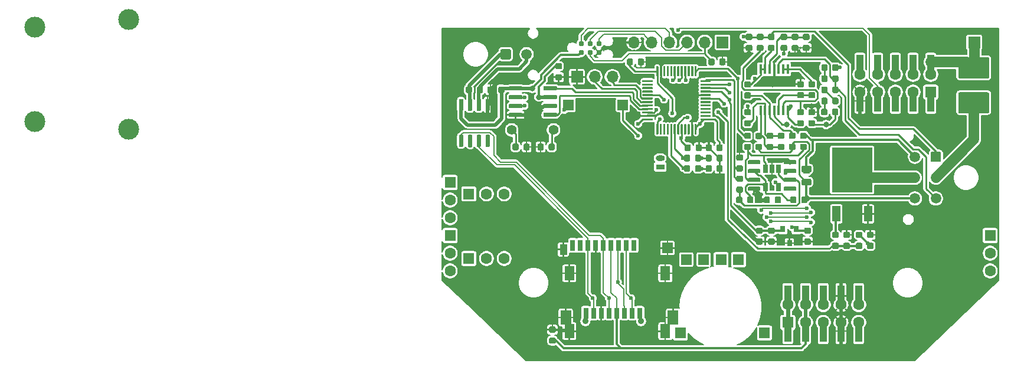
<source format=gbr>
G04 #@! TF.GenerationSoftware,KiCad,Pcbnew,5.1.5+dfsg1-2build2*
G04 #@! TF.CreationDate,2022-01-05T19:43:25+01:00*
G04 #@! TF.ProjectId,mre_addon_v2,6d72655f-6164-4646-9f6e-5f76322e6b69,V2.2*
G04 #@! TF.SameCoordinates,Original*
G04 #@! TF.FileFunction,Copper,L1,Top*
G04 #@! TF.FilePolarity,Positive*
%FSLAX46Y46*%
G04 Gerber Fmt 4.6, Leading zero omitted, Abs format (unit mm)*
G04 Created by KiCad (PCBNEW 5.1.5+dfsg1-2build2) date 2022-01-05 19:43:25*
%MOMM*%
%LPD*%
G04 APERTURE LIST*
%ADD10C,0.100000*%
%ADD11C,2.999740*%
%ADD12R,1.700000X1.700000*%
%ADD13C,1.500000*%
%ADD14R,1.600000X1.600000*%
%ADD15C,1.600000*%
%ADD16R,1.300000X0.800000*%
%ADD17O,1.300000X0.800000*%
%ADD18R,1.524000X1.524000*%
%ADD19C,1.400000*%
%ADD20C,0.889000*%
%ADD21R,1.524000X2.032000*%
%ADD22R,1.016000X1.524000*%
%ADD23R,0.762000X1.524000*%
%ADD24R,0.800000X1.500000*%
%ADD25R,1.450000X2.000000*%
%ADD26O,1.700000X1.700000*%
%ADD27R,1.000000X3.150000*%
%ADD28R,0.800000X0.900000*%
%ADD29R,0.650000X1.220000*%
%ADD30R,0.450000X1.450000*%
%ADD31R,1.500000X1.500000*%
%ADD32R,5.800000X6.400000*%
%ADD33R,1.200000X2.200000*%
%ADD34C,0.787400*%
%ADD35C,0.600000*%
%ADD36C,0.800000*%
%ADD37C,0.250000*%
%ADD38C,0.200000*%
%ADD39C,0.500000*%
%ADD40C,0.300000*%
%ADD41C,0.600000*%
%ADD42C,1.500000*%
G04 APERTURE END LIST*
G04 #@! TA.AperFunction,SMDPad,CuDef*
D10*
G36*
X82069703Y-141450722D02*
G01*
X82084264Y-141452882D01*
X82098543Y-141456459D01*
X82112403Y-141461418D01*
X82125710Y-141467712D01*
X82138336Y-141475280D01*
X82150159Y-141484048D01*
X82161066Y-141493934D01*
X82170952Y-141504841D01*
X82179720Y-141516664D01*
X82187288Y-141529290D01*
X82193582Y-141542597D01*
X82198541Y-141556457D01*
X82202118Y-141570736D01*
X82204278Y-141585297D01*
X82205000Y-141600000D01*
X82205000Y-143050000D01*
X82204278Y-143064703D01*
X82202118Y-143079264D01*
X82198541Y-143093543D01*
X82193582Y-143107403D01*
X82187288Y-143120710D01*
X82179720Y-143133336D01*
X82170952Y-143145159D01*
X82161066Y-143156066D01*
X82150159Y-143165952D01*
X82138336Y-143174720D01*
X82125710Y-143182288D01*
X82112403Y-143188582D01*
X82098543Y-143193541D01*
X82084264Y-143197118D01*
X82069703Y-143199278D01*
X82055000Y-143200000D01*
X81755000Y-143200000D01*
X81740297Y-143199278D01*
X81725736Y-143197118D01*
X81711457Y-143193541D01*
X81697597Y-143188582D01*
X81684290Y-143182288D01*
X81671664Y-143174720D01*
X81659841Y-143165952D01*
X81648934Y-143156066D01*
X81639048Y-143145159D01*
X81630280Y-143133336D01*
X81622712Y-143120710D01*
X81616418Y-143107403D01*
X81611459Y-143093543D01*
X81607882Y-143079264D01*
X81605722Y-143064703D01*
X81605000Y-143050000D01*
X81605000Y-141600000D01*
X81605722Y-141585297D01*
X81607882Y-141570736D01*
X81611459Y-141556457D01*
X81616418Y-141542597D01*
X81622712Y-141529290D01*
X81630280Y-141516664D01*
X81639048Y-141504841D01*
X81648934Y-141493934D01*
X81659841Y-141484048D01*
X81671664Y-141475280D01*
X81684290Y-141467712D01*
X81697597Y-141461418D01*
X81711457Y-141456459D01*
X81725736Y-141452882D01*
X81740297Y-141450722D01*
X81755000Y-141450000D01*
X82055000Y-141450000D01*
X82069703Y-141450722D01*
G37*
G04 #@! TD.AperFunction*
G04 #@! TA.AperFunction,SMDPad,CuDef*
G36*
X80799703Y-141450722D02*
G01*
X80814264Y-141452882D01*
X80828543Y-141456459D01*
X80842403Y-141461418D01*
X80855710Y-141467712D01*
X80868336Y-141475280D01*
X80880159Y-141484048D01*
X80891066Y-141493934D01*
X80900952Y-141504841D01*
X80909720Y-141516664D01*
X80917288Y-141529290D01*
X80923582Y-141542597D01*
X80928541Y-141556457D01*
X80932118Y-141570736D01*
X80934278Y-141585297D01*
X80935000Y-141600000D01*
X80935000Y-143050000D01*
X80934278Y-143064703D01*
X80932118Y-143079264D01*
X80928541Y-143093543D01*
X80923582Y-143107403D01*
X80917288Y-143120710D01*
X80909720Y-143133336D01*
X80900952Y-143145159D01*
X80891066Y-143156066D01*
X80880159Y-143165952D01*
X80868336Y-143174720D01*
X80855710Y-143182288D01*
X80842403Y-143188582D01*
X80828543Y-143193541D01*
X80814264Y-143197118D01*
X80799703Y-143199278D01*
X80785000Y-143200000D01*
X80485000Y-143200000D01*
X80470297Y-143199278D01*
X80455736Y-143197118D01*
X80441457Y-143193541D01*
X80427597Y-143188582D01*
X80414290Y-143182288D01*
X80401664Y-143174720D01*
X80389841Y-143165952D01*
X80378934Y-143156066D01*
X80369048Y-143145159D01*
X80360280Y-143133336D01*
X80352712Y-143120710D01*
X80346418Y-143107403D01*
X80341459Y-143093543D01*
X80337882Y-143079264D01*
X80335722Y-143064703D01*
X80335000Y-143050000D01*
X80335000Y-141600000D01*
X80335722Y-141585297D01*
X80337882Y-141570736D01*
X80341459Y-141556457D01*
X80346418Y-141542597D01*
X80352712Y-141529290D01*
X80360280Y-141516664D01*
X80369048Y-141504841D01*
X80378934Y-141493934D01*
X80389841Y-141484048D01*
X80401664Y-141475280D01*
X80414290Y-141467712D01*
X80427597Y-141461418D01*
X80441457Y-141456459D01*
X80455736Y-141452882D01*
X80470297Y-141450722D01*
X80485000Y-141450000D01*
X80785000Y-141450000D01*
X80799703Y-141450722D01*
G37*
G04 #@! TD.AperFunction*
G04 #@! TA.AperFunction,SMDPad,CuDef*
G36*
X79529703Y-141450722D02*
G01*
X79544264Y-141452882D01*
X79558543Y-141456459D01*
X79572403Y-141461418D01*
X79585710Y-141467712D01*
X79598336Y-141475280D01*
X79610159Y-141484048D01*
X79621066Y-141493934D01*
X79630952Y-141504841D01*
X79639720Y-141516664D01*
X79647288Y-141529290D01*
X79653582Y-141542597D01*
X79658541Y-141556457D01*
X79662118Y-141570736D01*
X79664278Y-141585297D01*
X79665000Y-141600000D01*
X79665000Y-143050000D01*
X79664278Y-143064703D01*
X79662118Y-143079264D01*
X79658541Y-143093543D01*
X79653582Y-143107403D01*
X79647288Y-143120710D01*
X79639720Y-143133336D01*
X79630952Y-143145159D01*
X79621066Y-143156066D01*
X79610159Y-143165952D01*
X79598336Y-143174720D01*
X79585710Y-143182288D01*
X79572403Y-143188582D01*
X79558543Y-143193541D01*
X79544264Y-143197118D01*
X79529703Y-143199278D01*
X79515000Y-143200000D01*
X79215000Y-143200000D01*
X79200297Y-143199278D01*
X79185736Y-143197118D01*
X79171457Y-143193541D01*
X79157597Y-143188582D01*
X79144290Y-143182288D01*
X79131664Y-143174720D01*
X79119841Y-143165952D01*
X79108934Y-143156066D01*
X79099048Y-143145159D01*
X79090280Y-143133336D01*
X79082712Y-143120710D01*
X79076418Y-143107403D01*
X79071459Y-143093543D01*
X79067882Y-143079264D01*
X79065722Y-143064703D01*
X79065000Y-143050000D01*
X79065000Y-141600000D01*
X79065722Y-141585297D01*
X79067882Y-141570736D01*
X79071459Y-141556457D01*
X79076418Y-141542597D01*
X79082712Y-141529290D01*
X79090280Y-141516664D01*
X79099048Y-141504841D01*
X79108934Y-141493934D01*
X79119841Y-141484048D01*
X79131664Y-141475280D01*
X79144290Y-141467712D01*
X79157597Y-141461418D01*
X79171457Y-141456459D01*
X79185736Y-141452882D01*
X79200297Y-141450722D01*
X79215000Y-141450000D01*
X79515000Y-141450000D01*
X79529703Y-141450722D01*
G37*
G04 #@! TD.AperFunction*
G04 #@! TA.AperFunction,SMDPad,CuDef*
G36*
X78259703Y-141450722D02*
G01*
X78274264Y-141452882D01*
X78288543Y-141456459D01*
X78302403Y-141461418D01*
X78315710Y-141467712D01*
X78328336Y-141475280D01*
X78340159Y-141484048D01*
X78351066Y-141493934D01*
X78360952Y-141504841D01*
X78369720Y-141516664D01*
X78377288Y-141529290D01*
X78383582Y-141542597D01*
X78388541Y-141556457D01*
X78392118Y-141570736D01*
X78394278Y-141585297D01*
X78395000Y-141600000D01*
X78395000Y-143050000D01*
X78394278Y-143064703D01*
X78392118Y-143079264D01*
X78388541Y-143093543D01*
X78383582Y-143107403D01*
X78377288Y-143120710D01*
X78369720Y-143133336D01*
X78360952Y-143145159D01*
X78351066Y-143156066D01*
X78340159Y-143165952D01*
X78328336Y-143174720D01*
X78315710Y-143182288D01*
X78302403Y-143188582D01*
X78288543Y-143193541D01*
X78274264Y-143197118D01*
X78259703Y-143199278D01*
X78245000Y-143200000D01*
X77945000Y-143200000D01*
X77930297Y-143199278D01*
X77915736Y-143197118D01*
X77901457Y-143193541D01*
X77887597Y-143188582D01*
X77874290Y-143182288D01*
X77861664Y-143174720D01*
X77849841Y-143165952D01*
X77838934Y-143156066D01*
X77829048Y-143145159D01*
X77820280Y-143133336D01*
X77812712Y-143120710D01*
X77806418Y-143107403D01*
X77801459Y-143093543D01*
X77797882Y-143079264D01*
X77795722Y-143064703D01*
X77795000Y-143050000D01*
X77795000Y-141600000D01*
X77795722Y-141585297D01*
X77797882Y-141570736D01*
X77801459Y-141556457D01*
X77806418Y-141542597D01*
X77812712Y-141529290D01*
X77820280Y-141516664D01*
X77829048Y-141504841D01*
X77838934Y-141493934D01*
X77849841Y-141484048D01*
X77861664Y-141475280D01*
X77874290Y-141467712D01*
X77887597Y-141461418D01*
X77901457Y-141456459D01*
X77915736Y-141452882D01*
X77930297Y-141450722D01*
X77945000Y-141450000D01*
X78245000Y-141450000D01*
X78259703Y-141450722D01*
G37*
G04 #@! TD.AperFunction*
G04 #@! TA.AperFunction,SMDPad,CuDef*
G36*
X78259703Y-136300722D02*
G01*
X78274264Y-136302882D01*
X78288543Y-136306459D01*
X78302403Y-136311418D01*
X78315710Y-136317712D01*
X78328336Y-136325280D01*
X78340159Y-136334048D01*
X78351066Y-136343934D01*
X78360952Y-136354841D01*
X78369720Y-136366664D01*
X78377288Y-136379290D01*
X78383582Y-136392597D01*
X78388541Y-136406457D01*
X78392118Y-136420736D01*
X78394278Y-136435297D01*
X78395000Y-136450000D01*
X78395000Y-137900000D01*
X78394278Y-137914703D01*
X78392118Y-137929264D01*
X78388541Y-137943543D01*
X78383582Y-137957403D01*
X78377288Y-137970710D01*
X78369720Y-137983336D01*
X78360952Y-137995159D01*
X78351066Y-138006066D01*
X78340159Y-138015952D01*
X78328336Y-138024720D01*
X78315710Y-138032288D01*
X78302403Y-138038582D01*
X78288543Y-138043541D01*
X78274264Y-138047118D01*
X78259703Y-138049278D01*
X78245000Y-138050000D01*
X77945000Y-138050000D01*
X77930297Y-138049278D01*
X77915736Y-138047118D01*
X77901457Y-138043541D01*
X77887597Y-138038582D01*
X77874290Y-138032288D01*
X77861664Y-138024720D01*
X77849841Y-138015952D01*
X77838934Y-138006066D01*
X77829048Y-137995159D01*
X77820280Y-137983336D01*
X77812712Y-137970710D01*
X77806418Y-137957403D01*
X77801459Y-137943543D01*
X77797882Y-137929264D01*
X77795722Y-137914703D01*
X77795000Y-137900000D01*
X77795000Y-136450000D01*
X77795722Y-136435297D01*
X77797882Y-136420736D01*
X77801459Y-136406457D01*
X77806418Y-136392597D01*
X77812712Y-136379290D01*
X77820280Y-136366664D01*
X77829048Y-136354841D01*
X77838934Y-136343934D01*
X77849841Y-136334048D01*
X77861664Y-136325280D01*
X77874290Y-136317712D01*
X77887597Y-136311418D01*
X77901457Y-136306459D01*
X77915736Y-136302882D01*
X77930297Y-136300722D01*
X77945000Y-136300000D01*
X78245000Y-136300000D01*
X78259703Y-136300722D01*
G37*
G04 #@! TD.AperFunction*
G04 #@! TA.AperFunction,SMDPad,CuDef*
G36*
X79529703Y-136300722D02*
G01*
X79544264Y-136302882D01*
X79558543Y-136306459D01*
X79572403Y-136311418D01*
X79585710Y-136317712D01*
X79598336Y-136325280D01*
X79610159Y-136334048D01*
X79621066Y-136343934D01*
X79630952Y-136354841D01*
X79639720Y-136366664D01*
X79647288Y-136379290D01*
X79653582Y-136392597D01*
X79658541Y-136406457D01*
X79662118Y-136420736D01*
X79664278Y-136435297D01*
X79665000Y-136450000D01*
X79665000Y-137900000D01*
X79664278Y-137914703D01*
X79662118Y-137929264D01*
X79658541Y-137943543D01*
X79653582Y-137957403D01*
X79647288Y-137970710D01*
X79639720Y-137983336D01*
X79630952Y-137995159D01*
X79621066Y-138006066D01*
X79610159Y-138015952D01*
X79598336Y-138024720D01*
X79585710Y-138032288D01*
X79572403Y-138038582D01*
X79558543Y-138043541D01*
X79544264Y-138047118D01*
X79529703Y-138049278D01*
X79515000Y-138050000D01*
X79215000Y-138050000D01*
X79200297Y-138049278D01*
X79185736Y-138047118D01*
X79171457Y-138043541D01*
X79157597Y-138038582D01*
X79144290Y-138032288D01*
X79131664Y-138024720D01*
X79119841Y-138015952D01*
X79108934Y-138006066D01*
X79099048Y-137995159D01*
X79090280Y-137983336D01*
X79082712Y-137970710D01*
X79076418Y-137957403D01*
X79071459Y-137943543D01*
X79067882Y-137929264D01*
X79065722Y-137914703D01*
X79065000Y-137900000D01*
X79065000Y-136450000D01*
X79065722Y-136435297D01*
X79067882Y-136420736D01*
X79071459Y-136406457D01*
X79076418Y-136392597D01*
X79082712Y-136379290D01*
X79090280Y-136366664D01*
X79099048Y-136354841D01*
X79108934Y-136343934D01*
X79119841Y-136334048D01*
X79131664Y-136325280D01*
X79144290Y-136317712D01*
X79157597Y-136311418D01*
X79171457Y-136306459D01*
X79185736Y-136302882D01*
X79200297Y-136300722D01*
X79215000Y-136300000D01*
X79515000Y-136300000D01*
X79529703Y-136300722D01*
G37*
G04 #@! TD.AperFunction*
G04 #@! TA.AperFunction,SMDPad,CuDef*
G36*
X80799703Y-136300722D02*
G01*
X80814264Y-136302882D01*
X80828543Y-136306459D01*
X80842403Y-136311418D01*
X80855710Y-136317712D01*
X80868336Y-136325280D01*
X80880159Y-136334048D01*
X80891066Y-136343934D01*
X80900952Y-136354841D01*
X80909720Y-136366664D01*
X80917288Y-136379290D01*
X80923582Y-136392597D01*
X80928541Y-136406457D01*
X80932118Y-136420736D01*
X80934278Y-136435297D01*
X80935000Y-136450000D01*
X80935000Y-137900000D01*
X80934278Y-137914703D01*
X80932118Y-137929264D01*
X80928541Y-137943543D01*
X80923582Y-137957403D01*
X80917288Y-137970710D01*
X80909720Y-137983336D01*
X80900952Y-137995159D01*
X80891066Y-138006066D01*
X80880159Y-138015952D01*
X80868336Y-138024720D01*
X80855710Y-138032288D01*
X80842403Y-138038582D01*
X80828543Y-138043541D01*
X80814264Y-138047118D01*
X80799703Y-138049278D01*
X80785000Y-138050000D01*
X80485000Y-138050000D01*
X80470297Y-138049278D01*
X80455736Y-138047118D01*
X80441457Y-138043541D01*
X80427597Y-138038582D01*
X80414290Y-138032288D01*
X80401664Y-138024720D01*
X80389841Y-138015952D01*
X80378934Y-138006066D01*
X80369048Y-137995159D01*
X80360280Y-137983336D01*
X80352712Y-137970710D01*
X80346418Y-137957403D01*
X80341459Y-137943543D01*
X80337882Y-137929264D01*
X80335722Y-137914703D01*
X80335000Y-137900000D01*
X80335000Y-136450000D01*
X80335722Y-136435297D01*
X80337882Y-136420736D01*
X80341459Y-136406457D01*
X80346418Y-136392597D01*
X80352712Y-136379290D01*
X80360280Y-136366664D01*
X80369048Y-136354841D01*
X80378934Y-136343934D01*
X80389841Y-136334048D01*
X80401664Y-136325280D01*
X80414290Y-136317712D01*
X80427597Y-136311418D01*
X80441457Y-136306459D01*
X80455736Y-136302882D01*
X80470297Y-136300722D01*
X80485000Y-136300000D01*
X80785000Y-136300000D01*
X80799703Y-136300722D01*
G37*
G04 #@! TD.AperFunction*
G04 #@! TA.AperFunction,SMDPad,CuDef*
G36*
X82069703Y-136300722D02*
G01*
X82084264Y-136302882D01*
X82098543Y-136306459D01*
X82112403Y-136311418D01*
X82125710Y-136317712D01*
X82138336Y-136325280D01*
X82150159Y-136334048D01*
X82161066Y-136343934D01*
X82170952Y-136354841D01*
X82179720Y-136366664D01*
X82187288Y-136379290D01*
X82193582Y-136392597D01*
X82198541Y-136406457D01*
X82202118Y-136420736D01*
X82204278Y-136435297D01*
X82205000Y-136450000D01*
X82205000Y-137900000D01*
X82204278Y-137914703D01*
X82202118Y-137929264D01*
X82198541Y-137943543D01*
X82193582Y-137957403D01*
X82187288Y-137970710D01*
X82179720Y-137983336D01*
X82170952Y-137995159D01*
X82161066Y-138006066D01*
X82150159Y-138015952D01*
X82138336Y-138024720D01*
X82125710Y-138032288D01*
X82112403Y-138038582D01*
X82098543Y-138043541D01*
X82084264Y-138047118D01*
X82069703Y-138049278D01*
X82055000Y-138050000D01*
X81755000Y-138050000D01*
X81740297Y-138049278D01*
X81725736Y-138047118D01*
X81711457Y-138043541D01*
X81697597Y-138038582D01*
X81684290Y-138032288D01*
X81671664Y-138024720D01*
X81659841Y-138015952D01*
X81648934Y-138006066D01*
X81639048Y-137995159D01*
X81630280Y-137983336D01*
X81622712Y-137970710D01*
X81616418Y-137957403D01*
X81611459Y-137943543D01*
X81607882Y-137929264D01*
X81605722Y-137914703D01*
X81605000Y-137900000D01*
X81605000Y-136450000D01*
X81605722Y-136435297D01*
X81607882Y-136420736D01*
X81611459Y-136406457D01*
X81616418Y-136392597D01*
X81622712Y-136379290D01*
X81630280Y-136366664D01*
X81639048Y-136354841D01*
X81648934Y-136343934D01*
X81659841Y-136334048D01*
X81671664Y-136325280D01*
X81684290Y-136317712D01*
X81697597Y-136311418D01*
X81711457Y-136306459D01*
X81725736Y-136302882D01*
X81740297Y-136300722D01*
X81755000Y-136300000D01*
X82055000Y-136300000D01*
X82069703Y-136300722D01*
G37*
G04 #@! TD.AperFunction*
D11*
X16951220Y-139599580D03*
X16951220Y-126000420D03*
X30448780Y-140699400D03*
X30448780Y-124900600D03*
G04 #@! TA.AperFunction,SMDPad,CuDef*
D10*
G36*
X153636535Y-135367209D02*
G01*
X153660907Y-135370824D01*
X153684808Y-135376811D01*
X153708007Y-135385112D01*
X153730281Y-135395647D01*
X153751415Y-135408314D01*
X153771205Y-135422991D01*
X153789462Y-135439538D01*
X153806009Y-135457795D01*
X153820686Y-135477585D01*
X153833353Y-135498719D01*
X153843888Y-135520993D01*
X153852189Y-135544192D01*
X153858176Y-135568093D01*
X153861791Y-135592465D01*
X153863000Y-135617075D01*
X153863000Y-138139925D01*
X153861791Y-138164535D01*
X153858176Y-138188907D01*
X153852189Y-138212808D01*
X153843888Y-138236007D01*
X153833353Y-138258281D01*
X153820686Y-138279415D01*
X153806009Y-138299205D01*
X153789462Y-138317462D01*
X153771205Y-138334009D01*
X153751415Y-138348686D01*
X153730281Y-138361353D01*
X153708007Y-138371888D01*
X153684808Y-138380189D01*
X153660907Y-138386176D01*
X153636535Y-138389791D01*
X153611925Y-138391000D01*
X149664075Y-138391000D01*
X149639465Y-138389791D01*
X149615093Y-138386176D01*
X149591192Y-138380189D01*
X149567993Y-138371888D01*
X149545719Y-138361353D01*
X149524585Y-138348686D01*
X149504795Y-138334009D01*
X149486538Y-138317462D01*
X149469991Y-138299205D01*
X149455314Y-138279415D01*
X149442647Y-138258281D01*
X149432112Y-138236007D01*
X149423811Y-138212808D01*
X149417824Y-138188907D01*
X149414209Y-138164535D01*
X149413000Y-138139925D01*
X149413000Y-135617075D01*
X149414209Y-135592465D01*
X149417824Y-135568093D01*
X149423811Y-135544192D01*
X149432112Y-135520993D01*
X149442647Y-135498719D01*
X149455314Y-135477585D01*
X149469991Y-135457795D01*
X149486538Y-135439538D01*
X149504795Y-135422991D01*
X149524585Y-135408314D01*
X149545719Y-135395647D01*
X149567993Y-135385112D01*
X149591192Y-135376811D01*
X149615093Y-135370824D01*
X149639465Y-135367209D01*
X149664075Y-135366000D01*
X153611925Y-135366000D01*
X153636535Y-135367209D01*
G37*
G04 #@! TD.AperFunction*
G04 #@! TA.AperFunction,SMDPad,CuDef*
G36*
X153636535Y-130342209D02*
G01*
X153660907Y-130345824D01*
X153684808Y-130351811D01*
X153708007Y-130360112D01*
X153730281Y-130370647D01*
X153751415Y-130383314D01*
X153771205Y-130397991D01*
X153789462Y-130414538D01*
X153806009Y-130432795D01*
X153820686Y-130452585D01*
X153833353Y-130473719D01*
X153843888Y-130495993D01*
X153852189Y-130519192D01*
X153858176Y-130543093D01*
X153861791Y-130567465D01*
X153863000Y-130592075D01*
X153863000Y-133114925D01*
X153861791Y-133139535D01*
X153858176Y-133163907D01*
X153852189Y-133187808D01*
X153843888Y-133211007D01*
X153833353Y-133233281D01*
X153820686Y-133254415D01*
X153806009Y-133274205D01*
X153789462Y-133292462D01*
X153771205Y-133309009D01*
X153751415Y-133323686D01*
X153730281Y-133336353D01*
X153708007Y-133346888D01*
X153684808Y-133355189D01*
X153660907Y-133361176D01*
X153636535Y-133364791D01*
X153611925Y-133366000D01*
X149664075Y-133366000D01*
X149639465Y-133364791D01*
X149615093Y-133361176D01*
X149591192Y-133355189D01*
X149567993Y-133346888D01*
X149545719Y-133336353D01*
X149524585Y-133323686D01*
X149504795Y-133309009D01*
X149486538Y-133292462D01*
X149469991Y-133274205D01*
X149455314Y-133254415D01*
X149442647Y-133233281D01*
X149432112Y-133211007D01*
X149423811Y-133187808D01*
X149417824Y-133163907D01*
X149414209Y-133139535D01*
X149413000Y-133114925D01*
X149413000Y-130592075D01*
X149414209Y-130567465D01*
X149417824Y-130543093D01*
X149423811Y-130519192D01*
X149432112Y-130495993D01*
X149442647Y-130473719D01*
X149455314Y-130452585D01*
X149469991Y-130432795D01*
X149486538Y-130414538D01*
X149504795Y-130397991D01*
X149524585Y-130383314D01*
X149545719Y-130370647D01*
X149567993Y-130360112D01*
X149591192Y-130351811D01*
X149615093Y-130345824D01*
X149639465Y-130342209D01*
X149664075Y-130341000D01*
X153611925Y-130341000D01*
X153636535Y-130342209D01*
G37*
G04 #@! TD.AperFunction*
G04 #@! TA.AperFunction,SMDPad,CuDef*
G36*
X126014703Y-145095722D02*
G01*
X126029264Y-145097882D01*
X126043543Y-145101459D01*
X126057403Y-145106418D01*
X126070710Y-145112712D01*
X126083336Y-145120280D01*
X126095159Y-145129048D01*
X126106066Y-145138934D01*
X126115952Y-145149841D01*
X126124720Y-145161664D01*
X126132288Y-145174290D01*
X126138582Y-145187597D01*
X126143541Y-145201457D01*
X126147118Y-145215736D01*
X126149278Y-145230297D01*
X126150000Y-145245000D01*
X126150000Y-145545000D01*
X126149278Y-145559703D01*
X126147118Y-145574264D01*
X126143541Y-145588543D01*
X126138582Y-145602403D01*
X126132288Y-145615710D01*
X126124720Y-145628336D01*
X126115952Y-145640159D01*
X126106066Y-145651066D01*
X126095159Y-145660952D01*
X126083336Y-145669720D01*
X126070710Y-145677288D01*
X126057403Y-145683582D01*
X126043543Y-145688541D01*
X126029264Y-145692118D01*
X126014703Y-145694278D01*
X126000000Y-145695000D01*
X124550000Y-145695000D01*
X124535297Y-145694278D01*
X124520736Y-145692118D01*
X124506457Y-145688541D01*
X124492597Y-145683582D01*
X124479290Y-145677288D01*
X124466664Y-145669720D01*
X124454841Y-145660952D01*
X124443934Y-145651066D01*
X124434048Y-145640159D01*
X124425280Y-145628336D01*
X124417712Y-145615710D01*
X124411418Y-145602403D01*
X124406459Y-145588543D01*
X124402882Y-145574264D01*
X124400722Y-145559703D01*
X124400000Y-145545000D01*
X124400000Y-145245000D01*
X124400722Y-145230297D01*
X124402882Y-145215736D01*
X124406459Y-145201457D01*
X124411418Y-145187597D01*
X124417712Y-145174290D01*
X124425280Y-145161664D01*
X124434048Y-145149841D01*
X124443934Y-145138934D01*
X124454841Y-145129048D01*
X124466664Y-145120280D01*
X124479290Y-145112712D01*
X124492597Y-145106418D01*
X124506457Y-145101459D01*
X124520736Y-145097882D01*
X124535297Y-145095722D01*
X124550000Y-145095000D01*
X126000000Y-145095000D01*
X126014703Y-145095722D01*
G37*
G04 #@! TD.AperFunction*
G04 #@! TA.AperFunction,SMDPad,CuDef*
G36*
X126014703Y-146365722D02*
G01*
X126029264Y-146367882D01*
X126043543Y-146371459D01*
X126057403Y-146376418D01*
X126070710Y-146382712D01*
X126083336Y-146390280D01*
X126095159Y-146399048D01*
X126106066Y-146408934D01*
X126115952Y-146419841D01*
X126124720Y-146431664D01*
X126132288Y-146444290D01*
X126138582Y-146457597D01*
X126143541Y-146471457D01*
X126147118Y-146485736D01*
X126149278Y-146500297D01*
X126150000Y-146515000D01*
X126150000Y-146815000D01*
X126149278Y-146829703D01*
X126147118Y-146844264D01*
X126143541Y-146858543D01*
X126138582Y-146872403D01*
X126132288Y-146885710D01*
X126124720Y-146898336D01*
X126115952Y-146910159D01*
X126106066Y-146921066D01*
X126095159Y-146930952D01*
X126083336Y-146939720D01*
X126070710Y-146947288D01*
X126057403Y-146953582D01*
X126043543Y-146958541D01*
X126029264Y-146962118D01*
X126014703Y-146964278D01*
X126000000Y-146965000D01*
X124550000Y-146965000D01*
X124535297Y-146964278D01*
X124520736Y-146962118D01*
X124506457Y-146958541D01*
X124492597Y-146953582D01*
X124479290Y-146947288D01*
X124466664Y-146939720D01*
X124454841Y-146930952D01*
X124443934Y-146921066D01*
X124434048Y-146910159D01*
X124425280Y-146898336D01*
X124417712Y-146885710D01*
X124411418Y-146872403D01*
X124406459Y-146858543D01*
X124402882Y-146844264D01*
X124400722Y-146829703D01*
X124400000Y-146815000D01*
X124400000Y-146515000D01*
X124400722Y-146500297D01*
X124402882Y-146485736D01*
X124406459Y-146471457D01*
X124411418Y-146457597D01*
X124417712Y-146444290D01*
X124425280Y-146431664D01*
X124434048Y-146419841D01*
X124443934Y-146408934D01*
X124454841Y-146399048D01*
X124466664Y-146390280D01*
X124479290Y-146382712D01*
X124492597Y-146376418D01*
X124506457Y-146371459D01*
X124520736Y-146367882D01*
X124535297Y-146365722D01*
X124550000Y-146365000D01*
X126000000Y-146365000D01*
X126014703Y-146365722D01*
G37*
G04 #@! TD.AperFunction*
G04 #@! TA.AperFunction,SMDPad,CuDef*
G36*
X126014703Y-147635722D02*
G01*
X126029264Y-147637882D01*
X126043543Y-147641459D01*
X126057403Y-147646418D01*
X126070710Y-147652712D01*
X126083336Y-147660280D01*
X126095159Y-147669048D01*
X126106066Y-147678934D01*
X126115952Y-147689841D01*
X126124720Y-147701664D01*
X126132288Y-147714290D01*
X126138582Y-147727597D01*
X126143541Y-147741457D01*
X126147118Y-147755736D01*
X126149278Y-147770297D01*
X126150000Y-147785000D01*
X126150000Y-148085000D01*
X126149278Y-148099703D01*
X126147118Y-148114264D01*
X126143541Y-148128543D01*
X126138582Y-148142403D01*
X126132288Y-148155710D01*
X126124720Y-148168336D01*
X126115952Y-148180159D01*
X126106066Y-148191066D01*
X126095159Y-148200952D01*
X126083336Y-148209720D01*
X126070710Y-148217288D01*
X126057403Y-148223582D01*
X126043543Y-148228541D01*
X126029264Y-148232118D01*
X126014703Y-148234278D01*
X126000000Y-148235000D01*
X124550000Y-148235000D01*
X124535297Y-148234278D01*
X124520736Y-148232118D01*
X124506457Y-148228541D01*
X124492597Y-148223582D01*
X124479290Y-148217288D01*
X124466664Y-148209720D01*
X124454841Y-148200952D01*
X124443934Y-148191066D01*
X124434048Y-148180159D01*
X124425280Y-148168336D01*
X124417712Y-148155710D01*
X124411418Y-148142403D01*
X124406459Y-148128543D01*
X124402882Y-148114264D01*
X124400722Y-148099703D01*
X124400000Y-148085000D01*
X124400000Y-147785000D01*
X124400722Y-147770297D01*
X124402882Y-147755736D01*
X124406459Y-147741457D01*
X124411418Y-147727597D01*
X124417712Y-147714290D01*
X124425280Y-147701664D01*
X124434048Y-147689841D01*
X124443934Y-147678934D01*
X124454841Y-147669048D01*
X124466664Y-147660280D01*
X124479290Y-147652712D01*
X124492597Y-147646418D01*
X124506457Y-147641459D01*
X124520736Y-147637882D01*
X124535297Y-147635722D01*
X124550000Y-147635000D01*
X126000000Y-147635000D01*
X126014703Y-147635722D01*
G37*
G04 #@! TD.AperFunction*
G04 #@! TA.AperFunction,SMDPad,CuDef*
G36*
X126014703Y-148905722D02*
G01*
X126029264Y-148907882D01*
X126043543Y-148911459D01*
X126057403Y-148916418D01*
X126070710Y-148922712D01*
X126083336Y-148930280D01*
X126095159Y-148939048D01*
X126106066Y-148948934D01*
X126115952Y-148959841D01*
X126124720Y-148971664D01*
X126132288Y-148984290D01*
X126138582Y-148997597D01*
X126143541Y-149011457D01*
X126147118Y-149025736D01*
X126149278Y-149040297D01*
X126150000Y-149055000D01*
X126150000Y-149355000D01*
X126149278Y-149369703D01*
X126147118Y-149384264D01*
X126143541Y-149398543D01*
X126138582Y-149412403D01*
X126132288Y-149425710D01*
X126124720Y-149438336D01*
X126115952Y-149450159D01*
X126106066Y-149461066D01*
X126095159Y-149470952D01*
X126083336Y-149479720D01*
X126070710Y-149487288D01*
X126057403Y-149493582D01*
X126043543Y-149498541D01*
X126029264Y-149502118D01*
X126014703Y-149504278D01*
X126000000Y-149505000D01*
X124550000Y-149505000D01*
X124535297Y-149504278D01*
X124520736Y-149502118D01*
X124506457Y-149498541D01*
X124492597Y-149493582D01*
X124479290Y-149487288D01*
X124466664Y-149479720D01*
X124454841Y-149470952D01*
X124443934Y-149461066D01*
X124434048Y-149450159D01*
X124425280Y-149438336D01*
X124417712Y-149425710D01*
X124411418Y-149412403D01*
X124406459Y-149398543D01*
X124402882Y-149384264D01*
X124400722Y-149369703D01*
X124400000Y-149355000D01*
X124400000Y-149055000D01*
X124400722Y-149040297D01*
X124402882Y-149025736D01*
X124406459Y-149011457D01*
X124411418Y-148997597D01*
X124417712Y-148984290D01*
X124425280Y-148971664D01*
X124434048Y-148959841D01*
X124443934Y-148948934D01*
X124454841Y-148939048D01*
X124466664Y-148930280D01*
X124479290Y-148922712D01*
X124492597Y-148916418D01*
X124506457Y-148911459D01*
X124520736Y-148907882D01*
X124535297Y-148905722D01*
X124550000Y-148905000D01*
X126000000Y-148905000D01*
X126014703Y-148905722D01*
G37*
G04 #@! TD.AperFunction*
G04 #@! TA.AperFunction,SMDPad,CuDef*
G36*
X120864703Y-148905722D02*
G01*
X120879264Y-148907882D01*
X120893543Y-148911459D01*
X120907403Y-148916418D01*
X120920710Y-148922712D01*
X120933336Y-148930280D01*
X120945159Y-148939048D01*
X120956066Y-148948934D01*
X120965952Y-148959841D01*
X120974720Y-148971664D01*
X120982288Y-148984290D01*
X120988582Y-148997597D01*
X120993541Y-149011457D01*
X120997118Y-149025736D01*
X120999278Y-149040297D01*
X121000000Y-149055000D01*
X121000000Y-149355000D01*
X120999278Y-149369703D01*
X120997118Y-149384264D01*
X120993541Y-149398543D01*
X120988582Y-149412403D01*
X120982288Y-149425710D01*
X120974720Y-149438336D01*
X120965952Y-149450159D01*
X120956066Y-149461066D01*
X120945159Y-149470952D01*
X120933336Y-149479720D01*
X120920710Y-149487288D01*
X120907403Y-149493582D01*
X120893543Y-149498541D01*
X120879264Y-149502118D01*
X120864703Y-149504278D01*
X120850000Y-149505000D01*
X119400000Y-149505000D01*
X119385297Y-149504278D01*
X119370736Y-149502118D01*
X119356457Y-149498541D01*
X119342597Y-149493582D01*
X119329290Y-149487288D01*
X119316664Y-149479720D01*
X119304841Y-149470952D01*
X119293934Y-149461066D01*
X119284048Y-149450159D01*
X119275280Y-149438336D01*
X119267712Y-149425710D01*
X119261418Y-149412403D01*
X119256459Y-149398543D01*
X119252882Y-149384264D01*
X119250722Y-149369703D01*
X119250000Y-149355000D01*
X119250000Y-149055000D01*
X119250722Y-149040297D01*
X119252882Y-149025736D01*
X119256459Y-149011457D01*
X119261418Y-148997597D01*
X119267712Y-148984290D01*
X119275280Y-148971664D01*
X119284048Y-148959841D01*
X119293934Y-148948934D01*
X119304841Y-148939048D01*
X119316664Y-148930280D01*
X119329290Y-148922712D01*
X119342597Y-148916418D01*
X119356457Y-148911459D01*
X119370736Y-148907882D01*
X119385297Y-148905722D01*
X119400000Y-148905000D01*
X120850000Y-148905000D01*
X120864703Y-148905722D01*
G37*
G04 #@! TD.AperFunction*
G04 #@! TA.AperFunction,SMDPad,CuDef*
G36*
X120864703Y-147635722D02*
G01*
X120879264Y-147637882D01*
X120893543Y-147641459D01*
X120907403Y-147646418D01*
X120920710Y-147652712D01*
X120933336Y-147660280D01*
X120945159Y-147669048D01*
X120956066Y-147678934D01*
X120965952Y-147689841D01*
X120974720Y-147701664D01*
X120982288Y-147714290D01*
X120988582Y-147727597D01*
X120993541Y-147741457D01*
X120997118Y-147755736D01*
X120999278Y-147770297D01*
X121000000Y-147785000D01*
X121000000Y-148085000D01*
X120999278Y-148099703D01*
X120997118Y-148114264D01*
X120993541Y-148128543D01*
X120988582Y-148142403D01*
X120982288Y-148155710D01*
X120974720Y-148168336D01*
X120965952Y-148180159D01*
X120956066Y-148191066D01*
X120945159Y-148200952D01*
X120933336Y-148209720D01*
X120920710Y-148217288D01*
X120907403Y-148223582D01*
X120893543Y-148228541D01*
X120879264Y-148232118D01*
X120864703Y-148234278D01*
X120850000Y-148235000D01*
X119400000Y-148235000D01*
X119385297Y-148234278D01*
X119370736Y-148232118D01*
X119356457Y-148228541D01*
X119342597Y-148223582D01*
X119329290Y-148217288D01*
X119316664Y-148209720D01*
X119304841Y-148200952D01*
X119293934Y-148191066D01*
X119284048Y-148180159D01*
X119275280Y-148168336D01*
X119267712Y-148155710D01*
X119261418Y-148142403D01*
X119256459Y-148128543D01*
X119252882Y-148114264D01*
X119250722Y-148099703D01*
X119250000Y-148085000D01*
X119250000Y-147785000D01*
X119250722Y-147770297D01*
X119252882Y-147755736D01*
X119256459Y-147741457D01*
X119261418Y-147727597D01*
X119267712Y-147714290D01*
X119275280Y-147701664D01*
X119284048Y-147689841D01*
X119293934Y-147678934D01*
X119304841Y-147669048D01*
X119316664Y-147660280D01*
X119329290Y-147652712D01*
X119342597Y-147646418D01*
X119356457Y-147641459D01*
X119370736Y-147637882D01*
X119385297Y-147635722D01*
X119400000Y-147635000D01*
X120850000Y-147635000D01*
X120864703Y-147635722D01*
G37*
G04 #@! TD.AperFunction*
G04 #@! TA.AperFunction,SMDPad,CuDef*
G36*
X120864703Y-146365722D02*
G01*
X120879264Y-146367882D01*
X120893543Y-146371459D01*
X120907403Y-146376418D01*
X120920710Y-146382712D01*
X120933336Y-146390280D01*
X120945159Y-146399048D01*
X120956066Y-146408934D01*
X120965952Y-146419841D01*
X120974720Y-146431664D01*
X120982288Y-146444290D01*
X120988582Y-146457597D01*
X120993541Y-146471457D01*
X120997118Y-146485736D01*
X120999278Y-146500297D01*
X121000000Y-146515000D01*
X121000000Y-146815000D01*
X120999278Y-146829703D01*
X120997118Y-146844264D01*
X120993541Y-146858543D01*
X120988582Y-146872403D01*
X120982288Y-146885710D01*
X120974720Y-146898336D01*
X120965952Y-146910159D01*
X120956066Y-146921066D01*
X120945159Y-146930952D01*
X120933336Y-146939720D01*
X120920710Y-146947288D01*
X120907403Y-146953582D01*
X120893543Y-146958541D01*
X120879264Y-146962118D01*
X120864703Y-146964278D01*
X120850000Y-146965000D01*
X119400000Y-146965000D01*
X119385297Y-146964278D01*
X119370736Y-146962118D01*
X119356457Y-146958541D01*
X119342597Y-146953582D01*
X119329290Y-146947288D01*
X119316664Y-146939720D01*
X119304841Y-146930952D01*
X119293934Y-146921066D01*
X119284048Y-146910159D01*
X119275280Y-146898336D01*
X119267712Y-146885710D01*
X119261418Y-146872403D01*
X119256459Y-146858543D01*
X119252882Y-146844264D01*
X119250722Y-146829703D01*
X119250000Y-146815000D01*
X119250000Y-146515000D01*
X119250722Y-146500297D01*
X119252882Y-146485736D01*
X119256459Y-146471457D01*
X119261418Y-146457597D01*
X119267712Y-146444290D01*
X119275280Y-146431664D01*
X119284048Y-146419841D01*
X119293934Y-146408934D01*
X119304841Y-146399048D01*
X119316664Y-146390280D01*
X119329290Y-146382712D01*
X119342597Y-146376418D01*
X119356457Y-146371459D01*
X119370736Y-146367882D01*
X119385297Y-146365722D01*
X119400000Y-146365000D01*
X120850000Y-146365000D01*
X120864703Y-146365722D01*
G37*
G04 #@! TD.AperFunction*
G04 #@! TA.AperFunction,SMDPad,CuDef*
G36*
X120864703Y-145095722D02*
G01*
X120879264Y-145097882D01*
X120893543Y-145101459D01*
X120907403Y-145106418D01*
X120920710Y-145112712D01*
X120933336Y-145120280D01*
X120945159Y-145129048D01*
X120956066Y-145138934D01*
X120965952Y-145149841D01*
X120974720Y-145161664D01*
X120982288Y-145174290D01*
X120988582Y-145187597D01*
X120993541Y-145201457D01*
X120997118Y-145215736D01*
X120999278Y-145230297D01*
X121000000Y-145245000D01*
X121000000Y-145545000D01*
X120999278Y-145559703D01*
X120997118Y-145574264D01*
X120993541Y-145588543D01*
X120988582Y-145602403D01*
X120982288Y-145615710D01*
X120974720Y-145628336D01*
X120965952Y-145640159D01*
X120956066Y-145651066D01*
X120945159Y-145660952D01*
X120933336Y-145669720D01*
X120920710Y-145677288D01*
X120907403Y-145683582D01*
X120893543Y-145688541D01*
X120879264Y-145692118D01*
X120864703Y-145694278D01*
X120850000Y-145695000D01*
X119400000Y-145695000D01*
X119385297Y-145694278D01*
X119370736Y-145692118D01*
X119356457Y-145688541D01*
X119342597Y-145683582D01*
X119329290Y-145677288D01*
X119316664Y-145669720D01*
X119304841Y-145660952D01*
X119293934Y-145651066D01*
X119284048Y-145640159D01*
X119275280Y-145628336D01*
X119267712Y-145615710D01*
X119261418Y-145602403D01*
X119256459Y-145588543D01*
X119252882Y-145574264D01*
X119250722Y-145559703D01*
X119250000Y-145545000D01*
X119250000Y-145245000D01*
X119250722Y-145230297D01*
X119252882Y-145215736D01*
X119256459Y-145201457D01*
X119261418Y-145187597D01*
X119267712Y-145174290D01*
X119275280Y-145161664D01*
X119284048Y-145149841D01*
X119293934Y-145138934D01*
X119304841Y-145129048D01*
X119316664Y-145120280D01*
X119329290Y-145112712D01*
X119342597Y-145106418D01*
X119356457Y-145101459D01*
X119370736Y-145097882D01*
X119385297Y-145095722D01*
X119400000Y-145095000D01*
X120850000Y-145095000D01*
X120864703Y-145095722D01*
G37*
G04 #@! TD.AperFunction*
G04 #@! TA.AperFunction,SMDPad,CuDef*
G36*
X92377691Y-131176053D02*
G01*
X92398926Y-131179203D01*
X92419750Y-131184419D01*
X92439962Y-131191651D01*
X92459368Y-131200830D01*
X92477781Y-131211866D01*
X92495024Y-131224654D01*
X92510930Y-131239070D01*
X92525346Y-131254976D01*
X92538134Y-131272219D01*
X92549170Y-131290632D01*
X92558349Y-131310038D01*
X92565581Y-131330250D01*
X92570797Y-131351074D01*
X92573947Y-131372309D01*
X92575000Y-131393750D01*
X92575000Y-131831250D01*
X92573947Y-131852691D01*
X92570797Y-131873926D01*
X92565581Y-131894750D01*
X92558349Y-131914962D01*
X92549170Y-131934368D01*
X92538134Y-131952781D01*
X92525346Y-131970024D01*
X92510930Y-131985930D01*
X92495024Y-132000346D01*
X92477781Y-132013134D01*
X92459368Y-132024170D01*
X92439962Y-132033349D01*
X92419750Y-132040581D01*
X92398926Y-132045797D01*
X92377691Y-132048947D01*
X92356250Y-132050000D01*
X91843750Y-132050000D01*
X91822309Y-132048947D01*
X91801074Y-132045797D01*
X91780250Y-132040581D01*
X91760038Y-132033349D01*
X91740632Y-132024170D01*
X91722219Y-132013134D01*
X91704976Y-132000346D01*
X91689070Y-131985930D01*
X91674654Y-131970024D01*
X91661866Y-131952781D01*
X91650830Y-131934368D01*
X91641651Y-131914962D01*
X91634419Y-131894750D01*
X91629203Y-131873926D01*
X91626053Y-131852691D01*
X91625000Y-131831250D01*
X91625000Y-131393750D01*
X91626053Y-131372309D01*
X91629203Y-131351074D01*
X91634419Y-131330250D01*
X91641651Y-131310038D01*
X91650830Y-131290632D01*
X91661866Y-131272219D01*
X91674654Y-131254976D01*
X91689070Y-131239070D01*
X91704976Y-131224654D01*
X91722219Y-131211866D01*
X91740632Y-131200830D01*
X91760038Y-131191651D01*
X91780250Y-131184419D01*
X91801074Y-131179203D01*
X91822309Y-131176053D01*
X91843750Y-131175000D01*
X92356250Y-131175000D01*
X92377691Y-131176053D01*
G37*
G04 #@! TD.AperFunction*
G04 #@! TA.AperFunction,SMDPad,CuDef*
G36*
X92377691Y-132751053D02*
G01*
X92398926Y-132754203D01*
X92419750Y-132759419D01*
X92439962Y-132766651D01*
X92459368Y-132775830D01*
X92477781Y-132786866D01*
X92495024Y-132799654D01*
X92510930Y-132814070D01*
X92525346Y-132829976D01*
X92538134Y-132847219D01*
X92549170Y-132865632D01*
X92558349Y-132885038D01*
X92565581Y-132905250D01*
X92570797Y-132926074D01*
X92573947Y-132947309D01*
X92575000Y-132968750D01*
X92575000Y-133406250D01*
X92573947Y-133427691D01*
X92570797Y-133448926D01*
X92565581Y-133469750D01*
X92558349Y-133489962D01*
X92549170Y-133509368D01*
X92538134Y-133527781D01*
X92525346Y-133545024D01*
X92510930Y-133560930D01*
X92495024Y-133575346D01*
X92477781Y-133588134D01*
X92459368Y-133599170D01*
X92439962Y-133608349D01*
X92419750Y-133615581D01*
X92398926Y-133620797D01*
X92377691Y-133623947D01*
X92356250Y-133625000D01*
X91843750Y-133625000D01*
X91822309Y-133623947D01*
X91801074Y-133620797D01*
X91780250Y-133615581D01*
X91760038Y-133608349D01*
X91740632Y-133599170D01*
X91722219Y-133588134D01*
X91704976Y-133575346D01*
X91689070Y-133560930D01*
X91674654Y-133545024D01*
X91661866Y-133527781D01*
X91650830Y-133509368D01*
X91641651Y-133489962D01*
X91634419Y-133469750D01*
X91629203Y-133448926D01*
X91626053Y-133427691D01*
X91625000Y-133406250D01*
X91625000Y-132968750D01*
X91626053Y-132947309D01*
X91629203Y-132926074D01*
X91634419Y-132905250D01*
X91641651Y-132885038D01*
X91650830Y-132865632D01*
X91661866Y-132847219D01*
X91674654Y-132829976D01*
X91689070Y-132814070D01*
X91704976Y-132799654D01*
X91722219Y-132786866D01*
X91740632Y-132775830D01*
X91760038Y-132766651D01*
X91780250Y-132759419D01*
X91801074Y-132754203D01*
X91822309Y-132751053D01*
X91843750Y-132750000D01*
X92356250Y-132750000D01*
X92377691Y-132751053D01*
G37*
G04 #@! TD.AperFunction*
G04 #@! TA.AperFunction,SMDPad,CuDef*
G36*
X111832351Y-139925361D02*
G01*
X111839632Y-139926441D01*
X111846771Y-139928229D01*
X111853701Y-139930709D01*
X111860355Y-139933856D01*
X111866668Y-139937640D01*
X111872579Y-139942024D01*
X111878033Y-139946967D01*
X111882976Y-139952421D01*
X111887360Y-139958332D01*
X111891144Y-139964645D01*
X111894291Y-139971299D01*
X111896771Y-139978229D01*
X111898559Y-139985368D01*
X111899639Y-139992649D01*
X111900000Y-140000000D01*
X111900000Y-141325000D01*
X111899639Y-141332351D01*
X111898559Y-141339632D01*
X111896771Y-141346771D01*
X111894291Y-141353701D01*
X111891144Y-141360355D01*
X111887360Y-141366668D01*
X111882976Y-141372579D01*
X111878033Y-141378033D01*
X111872579Y-141382976D01*
X111866668Y-141387360D01*
X111860355Y-141391144D01*
X111853701Y-141394291D01*
X111846771Y-141396771D01*
X111839632Y-141398559D01*
X111832351Y-141399639D01*
X111825000Y-141400000D01*
X111675000Y-141400000D01*
X111667649Y-141399639D01*
X111660368Y-141398559D01*
X111653229Y-141396771D01*
X111646299Y-141394291D01*
X111639645Y-141391144D01*
X111633332Y-141387360D01*
X111627421Y-141382976D01*
X111621967Y-141378033D01*
X111617024Y-141372579D01*
X111612640Y-141366668D01*
X111608856Y-141360355D01*
X111605709Y-141353701D01*
X111603229Y-141346771D01*
X111601441Y-141339632D01*
X111600361Y-141332351D01*
X111600000Y-141325000D01*
X111600000Y-140000000D01*
X111600361Y-139992649D01*
X111601441Y-139985368D01*
X111603229Y-139978229D01*
X111605709Y-139971299D01*
X111608856Y-139964645D01*
X111612640Y-139958332D01*
X111617024Y-139952421D01*
X111621967Y-139946967D01*
X111627421Y-139942024D01*
X111633332Y-139937640D01*
X111639645Y-139933856D01*
X111646299Y-139930709D01*
X111653229Y-139928229D01*
X111660368Y-139926441D01*
X111667649Y-139925361D01*
X111675000Y-139925000D01*
X111825000Y-139925000D01*
X111832351Y-139925361D01*
G37*
G04 #@! TD.AperFunction*
G04 #@! TA.AperFunction,SMDPad,CuDef*
G36*
X111332351Y-139925361D02*
G01*
X111339632Y-139926441D01*
X111346771Y-139928229D01*
X111353701Y-139930709D01*
X111360355Y-139933856D01*
X111366668Y-139937640D01*
X111372579Y-139942024D01*
X111378033Y-139946967D01*
X111382976Y-139952421D01*
X111387360Y-139958332D01*
X111391144Y-139964645D01*
X111394291Y-139971299D01*
X111396771Y-139978229D01*
X111398559Y-139985368D01*
X111399639Y-139992649D01*
X111400000Y-140000000D01*
X111400000Y-141325000D01*
X111399639Y-141332351D01*
X111398559Y-141339632D01*
X111396771Y-141346771D01*
X111394291Y-141353701D01*
X111391144Y-141360355D01*
X111387360Y-141366668D01*
X111382976Y-141372579D01*
X111378033Y-141378033D01*
X111372579Y-141382976D01*
X111366668Y-141387360D01*
X111360355Y-141391144D01*
X111353701Y-141394291D01*
X111346771Y-141396771D01*
X111339632Y-141398559D01*
X111332351Y-141399639D01*
X111325000Y-141400000D01*
X111175000Y-141400000D01*
X111167649Y-141399639D01*
X111160368Y-141398559D01*
X111153229Y-141396771D01*
X111146299Y-141394291D01*
X111139645Y-141391144D01*
X111133332Y-141387360D01*
X111127421Y-141382976D01*
X111121967Y-141378033D01*
X111117024Y-141372579D01*
X111112640Y-141366668D01*
X111108856Y-141360355D01*
X111105709Y-141353701D01*
X111103229Y-141346771D01*
X111101441Y-141339632D01*
X111100361Y-141332351D01*
X111100000Y-141325000D01*
X111100000Y-140000000D01*
X111100361Y-139992649D01*
X111101441Y-139985368D01*
X111103229Y-139978229D01*
X111105709Y-139971299D01*
X111108856Y-139964645D01*
X111112640Y-139958332D01*
X111117024Y-139952421D01*
X111121967Y-139946967D01*
X111127421Y-139942024D01*
X111133332Y-139937640D01*
X111139645Y-139933856D01*
X111146299Y-139930709D01*
X111153229Y-139928229D01*
X111160368Y-139926441D01*
X111167649Y-139925361D01*
X111175000Y-139925000D01*
X111325000Y-139925000D01*
X111332351Y-139925361D01*
G37*
G04 #@! TD.AperFunction*
G04 #@! TA.AperFunction,SMDPad,CuDef*
G36*
X110832351Y-139925361D02*
G01*
X110839632Y-139926441D01*
X110846771Y-139928229D01*
X110853701Y-139930709D01*
X110860355Y-139933856D01*
X110866668Y-139937640D01*
X110872579Y-139942024D01*
X110878033Y-139946967D01*
X110882976Y-139952421D01*
X110887360Y-139958332D01*
X110891144Y-139964645D01*
X110894291Y-139971299D01*
X110896771Y-139978229D01*
X110898559Y-139985368D01*
X110899639Y-139992649D01*
X110900000Y-140000000D01*
X110900000Y-141325000D01*
X110899639Y-141332351D01*
X110898559Y-141339632D01*
X110896771Y-141346771D01*
X110894291Y-141353701D01*
X110891144Y-141360355D01*
X110887360Y-141366668D01*
X110882976Y-141372579D01*
X110878033Y-141378033D01*
X110872579Y-141382976D01*
X110866668Y-141387360D01*
X110860355Y-141391144D01*
X110853701Y-141394291D01*
X110846771Y-141396771D01*
X110839632Y-141398559D01*
X110832351Y-141399639D01*
X110825000Y-141400000D01*
X110675000Y-141400000D01*
X110667649Y-141399639D01*
X110660368Y-141398559D01*
X110653229Y-141396771D01*
X110646299Y-141394291D01*
X110639645Y-141391144D01*
X110633332Y-141387360D01*
X110627421Y-141382976D01*
X110621967Y-141378033D01*
X110617024Y-141372579D01*
X110612640Y-141366668D01*
X110608856Y-141360355D01*
X110605709Y-141353701D01*
X110603229Y-141346771D01*
X110601441Y-141339632D01*
X110600361Y-141332351D01*
X110600000Y-141325000D01*
X110600000Y-140000000D01*
X110600361Y-139992649D01*
X110601441Y-139985368D01*
X110603229Y-139978229D01*
X110605709Y-139971299D01*
X110608856Y-139964645D01*
X110612640Y-139958332D01*
X110617024Y-139952421D01*
X110621967Y-139946967D01*
X110627421Y-139942024D01*
X110633332Y-139937640D01*
X110639645Y-139933856D01*
X110646299Y-139930709D01*
X110653229Y-139928229D01*
X110660368Y-139926441D01*
X110667649Y-139925361D01*
X110675000Y-139925000D01*
X110825000Y-139925000D01*
X110832351Y-139925361D01*
G37*
G04 #@! TD.AperFunction*
G04 #@! TA.AperFunction,SMDPad,CuDef*
G36*
X110332351Y-139925361D02*
G01*
X110339632Y-139926441D01*
X110346771Y-139928229D01*
X110353701Y-139930709D01*
X110360355Y-139933856D01*
X110366668Y-139937640D01*
X110372579Y-139942024D01*
X110378033Y-139946967D01*
X110382976Y-139952421D01*
X110387360Y-139958332D01*
X110391144Y-139964645D01*
X110394291Y-139971299D01*
X110396771Y-139978229D01*
X110398559Y-139985368D01*
X110399639Y-139992649D01*
X110400000Y-140000000D01*
X110400000Y-141325000D01*
X110399639Y-141332351D01*
X110398559Y-141339632D01*
X110396771Y-141346771D01*
X110394291Y-141353701D01*
X110391144Y-141360355D01*
X110387360Y-141366668D01*
X110382976Y-141372579D01*
X110378033Y-141378033D01*
X110372579Y-141382976D01*
X110366668Y-141387360D01*
X110360355Y-141391144D01*
X110353701Y-141394291D01*
X110346771Y-141396771D01*
X110339632Y-141398559D01*
X110332351Y-141399639D01*
X110325000Y-141400000D01*
X110175000Y-141400000D01*
X110167649Y-141399639D01*
X110160368Y-141398559D01*
X110153229Y-141396771D01*
X110146299Y-141394291D01*
X110139645Y-141391144D01*
X110133332Y-141387360D01*
X110127421Y-141382976D01*
X110121967Y-141378033D01*
X110117024Y-141372579D01*
X110112640Y-141366668D01*
X110108856Y-141360355D01*
X110105709Y-141353701D01*
X110103229Y-141346771D01*
X110101441Y-141339632D01*
X110100361Y-141332351D01*
X110100000Y-141325000D01*
X110100000Y-140000000D01*
X110100361Y-139992649D01*
X110101441Y-139985368D01*
X110103229Y-139978229D01*
X110105709Y-139971299D01*
X110108856Y-139964645D01*
X110112640Y-139958332D01*
X110117024Y-139952421D01*
X110121967Y-139946967D01*
X110127421Y-139942024D01*
X110133332Y-139937640D01*
X110139645Y-139933856D01*
X110146299Y-139930709D01*
X110153229Y-139928229D01*
X110160368Y-139926441D01*
X110167649Y-139925361D01*
X110175000Y-139925000D01*
X110325000Y-139925000D01*
X110332351Y-139925361D01*
G37*
G04 #@! TD.AperFunction*
G04 #@! TA.AperFunction,SMDPad,CuDef*
G36*
X109832351Y-139925361D02*
G01*
X109839632Y-139926441D01*
X109846771Y-139928229D01*
X109853701Y-139930709D01*
X109860355Y-139933856D01*
X109866668Y-139937640D01*
X109872579Y-139942024D01*
X109878033Y-139946967D01*
X109882976Y-139952421D01*
X109887360Y-139958332D01*
X109891144Y-139964645D01*
X109894291Y-139971299D01*
X109896771Y-139978229D01*
X109898559Y-139985368D01*
X109899639Y-139992649D01*
X109900000Y-140000000D01*
X109900000Y-141325000D01*
X109899639Y-141332351D01*
X109898559Y-141339632D01*
X109896771Y-141346771D01*
X109894291Y-141353701D01*
X109891144Y-141360355D01*
X109887360Y-141366668D01*
X109882976Y-141372579D01*
X109878033Y-141378033D01*
X109872579Y-141382976D01*
X109866668Y-141387360D01*
X109860355Y-141391144D01*
X109853701Y-141394291D01*
X109846771Y-141396771D01*
X109839632Y-141398559D01*
X109832351Y-141399639D01*
X109825000Y-141400000D01*
X109675000Y-141400000D01*
X109667649Y-141399639D01*
X109660368Y-141398559D01*
X109653229Y-141396771D01*
X109646299Y-141394291D01*
X109639645Y-141391144D01*
X109633332Y-141387360D01*
X109627421Y-141382976D01*
X109621967Y-141378033D01*
X109617024Y-141372579D01*
X109612640Y-141366668D01*
X109608856Y-141360355D01*
X109605709Y-141353701D01*
X109603229Y-141346771D01*
X109601441Y-141339632D01*
X109600361Y-141332351D01*
X109600000Y-141325000D01*
X109600000Y-140000000D01*
X109600361Y-139992649D01*
X109601441Y-139985368D01*
X109603229Y-139978229D01*
X109605709Y-139971299D01*
X109608856Y-139964645D01*
X109612640Y-139958332D01*
X109617024Y-139952421D01*
X109621967Y-139946967D01*
X109627421Y-139942024D01*
X109633332Y-139937640D01*
X109639645Y-139933856D01*
X109646299Y-139930709D01*
X109653229Y-139928229D01*
X109660368Y-139926441D01*
X109667649Y-139925361D01*
X109675000Y-139925000D01*
X109825000Y-139925000D01*
X109832351Y-139925361D01*
G37*
G04 #@! TD.AperFunction*
G04 #@! TA.AperFunction,SMDPad,CuDef*
G36*
X109332351Y-139925361D02*
G01*
X109339632Y-139926441D01*
X109346771Y-139928229D01*
X109353701Y-139930709D01*
X109360355Y-139933856D01*
X109366668Y-139937640D01*
X109372579Y-139942024D01*
X109378033Y-139946967D01*
X109382976Y-139952421D01*
X109387360Y-139958332D01*
X109391144Y-139964645D01*
X109394291Y-139971299D01*
X109396771Y-139978229D01*
X109398559Y-139985368D01*
X109399639Y-139992649D01*
X109400000Y-140000000D01*
X109400000Y-141325000D01*
X109399639Y-141332351D01*
X109398559Y-141339632D01*
X109396771Y-141346771D01*
X109394291Y-141353701D01*
X109391144Y-141360355D01*
X109387360Y-141366668D01*
X109382976Y-141372579D01*
X109378033Y-141378033D01*
X109372579Y-141382976D01*
X109366668Y-141387360D01*
X109360355Y-141391144D01*
X109353701Y-141394291D01*
X109346771Y-141396771D01*
X109339632Y-141398559D01*
X109332351Y-141399639D01*
X109325000Y-141400000D01*
X109175000Y-141400000D01*
X109167649Y-141399639D01*
X109160368Y-141398559D01*
X109153229Y-141396771D01*
X109146299Y-141394291D01*
X109139645Y-141391144D01*
X109133332Y-141387360D01*
X109127421Y-141382976D01*
X109121967Y-141378033D01*
X109117024Y-141372579D01*
X109112640Y-141366668D01*
X109108856Y-141360355D01*
X109105709Y-141353701D01*
X109103229Y-141346771D01*
X109101441Y-141339632D01*
X109100361Y-141332351D01*
X109100000Y-141325000D01*
X109100000Y-140000000D01*
X109100361Y-139992649D01*
X109101441Y-139985368D01*
X109103229Y-139978229D01*
X109105709Y-139971299D01*
X109108856Y-139964645D01*
X109112640Y-139958332D01*
X109117024Y-139952421D01*
X109121967Y-139946967D01*
X109127421Y-139942024D01*
X109133332Y-139937640D01*
X109139645Y-139933856D01*
X109146299Y-139930709D01*
X109153229Y-139928229D01*
X109160368Y-139926441D01*
X109167649Y-139925361D01*
X109175000Y-139925000D01*
X109325000Y-139925000D01*
X109332351Y-139925361D01*
G37*
G04 #@! TD.AperFunction*
G04 #@! TA.AperFunction,SMDPad,CuDef*
G36*
X108832351Y-139925361D02*
G01*
X108839632Y-139926441D01*
X108846771Y-139928229D01*
X108853701Y-139930709D01*
X108860355Y-139933856D01*
X108866668Y-139937640D01*
X108872579Y-139942024D01*
X108878033Y-139946967D01*
X108882976Y-139952421D01*
X108887360Y-139958332D01*
X108891144Y-139964645D01*
X108894291Y-139971299D01*
X108896771Y-139978229D01*
X108898559Y-139985368D01*
X108899639Y-139992649D01*
X108900000Y-140000000D01*
X108900000Y-141325000D01*
X108899639Y-141332351D01*
X108898559Y-141339632D01*
X108896771Y-141346771D01*
X108894291Y-141353701D01*
X108891144Y-141360355D01*
X108887360Y-141366668D01*
X108882976Y-141372579D01*
X108878033Y-141378033D01*
X108872579Y-141382976D01*
X108866668Y-141387360D01*
X108860355Y-141391144D01*
X108853701Y-141394291D01*
X108846771Y-141396771D01*
X108839632Y-141398559D01*
X108832351Y-141399639D01*
X108825000Y-141400000D01*
X108675000Y-141400000D01*
X108667649Y-141399639D01*
X108660368Y-141398559D01*
X108653229Y-141396771D01*
X108646299Y-141394291D01*
X108639645Y-141391144D01*
X108633332Y-141387360D01*
X108627421Y-141382976D01*
X108621967Y-141378033D01*
X108617024Y-141372579D01*
X108612640Y-141366668D01*
X108608856Y-141360355D01*
X108605709Y-141353701D01*
X108603229Y-141346771D01*
X108601441Y-141339632D01*
X108600361Y-141332351D01*
X108600000Y-141325000D01*
X108600000Y-140000000D01*
X108600361Y-139992649D01*
X108601441Y-139985368D01*
X108603229Y-139978229D01*
X108605709Y-139971299D01*
X108608856Y-139964645D01*
X108612640Y-139958332D01*
X108617024Y-139952421D01*
X108621967Y-139946967D01*
X108627421Y-139942024D01*
X108633332Y-139937640D01*
X108639645Y-139933856D01*
X108646299Y-139930709D01*
X108653229Y-139928229D01*
X108660368Y-139926441D01*
X108667649Y-139925361D01*
X108675000Y-139925000D01*
X108825000Y-139925000D01*
X108832351Y-139925361D01*
G37*
G04 #@! TD.AperFunction*
G04 #@! TA.AperFunction,SMDPad,CuDef*
G36*
X108332351Y-139925361D02*
G01*
X108339632Y-139926441D01*
X108346771Y-139928229D01*
X108353701Y-139930709D01*
X108360355Y-139933856D01*
X108366668Y-139937640D01*
X108372579Y-139942024D01*
X108378033Y-139946967D01*
X108382976Y-139952421D01*
X108387360Y-139958332D01*
X108391144Y-139964645D01*
X108394291Y-139971299D01*
X108396771Y-139978229D01*
X108398559Y-139985368D01*
X108399639Y-139992649D01*
X108400000Y-140000000D01*
X108400000Y-141325000D01*
X108399639Y-141332351D01*
X108398559Y-141339632D01*
X108396771Y-141346771D01*
X108394291Y-141353701D01*
X108391144Y-141360355D01*
X108387360Y-141366668D01*
X108382976Y-141372579D01*
X108378033Y-141378033D01*
X108372579Y-141382976D01*
X108366668Y-141387360D01*
X108360355Y-141391144D01*
X108353701Y-141394291D01*
X108346771Y-141396771D01*
X108339632Y-141398559D01*
X108332351Y-141399639D01*
X108325000Y-141400000D01*
X108175000Y-141400000D01*
X108167649Y-141399639D01*
X108160368Y-141398559D01*
X108153229Y-141396771D01*
X108146299Y-141394291D01*
X108139645Y-141391144D01*
X108133332Y-141387360D01*
X108127421Y-141382976D01*
X108121967Y-141378033D01*
X108117024Y-141372579D01*
X108112640Y-141366668D01*
X108108856Y-141360355D01*
X108105709Y-141353701D01*
X108103229Y-141346771D01*
X108101441Y-141339632D01*
X108100361Y-141332351D01*
X108100000Y-141325000D01*
X108100000Y-140000000D01*
X108100361Y-139992649D01*
X108101441Y-139985368D01*
X108103229Y-139978229D01*
X108105709Y-139971299D01*
X108108856Y-139964645D01*
X108112640Y-139958332D01*
X108117024Y-139952421D01*
X108121967Y-139946967D01*
X108127421Y-139942024D01*
X108133332Y-139937640D01*
X108139645Y-139933856D01*
X108146299Y-139930709D01*
X108153229Y-139928229D01*
X108160368Y-139926441D01*
X108167649Y-139925361D01*
X108175000Y-139925000D01*
X108325000Y-139925000D01*
X108332351Y-139925361D01*
G37*
G04 #@! TD.AperFunction*
G04 #@! TA.AperFunction,SMDPad,CuDef*
G36*
X107832351Y-139925361D02*
G01*
X107839632Y-139926441D01*
X107846771Y-139928229D01*
X107853701Y-139930709D01*
X107860355Y-139933856D01*
X107866668Y-139937640D01*
X107872579Y-139942024D01*
X107878033Y-139946967D01*
X107882976Y-139952421D01*
X107887360Y-139958332D01*
X107891144Y-139964645D01*
X107894291Y-139971299D01*
X107896771Y-139978229D01*
X107898559Y-139985368D01*
X107899639Y-139992649D01*
X107900000Y-140000000D01*
X107900000Y-141325000D01*
X107899639Y-141332351D01*
X107898559Y-141339632D01*
X107896771Y-141346771D01*
X107894291Y-141353701D01*
X107891144Y-141360355D01*
X107887360Y-141366668D01*
X107882976Y-141372579D01*
X107878033Y-141378033D01*
X107872579Y-141382976D01*
X107866668Y-141387360D01*
X107860355Y-141391144D01*
X107853701Y-141394291D01*
X107846771Y-141396771D01*
X107839632Y-141398559D01*
X107832351Y-141399639D01*
X107825000Y-141400000D01*
X107675000Y-141400000D01*
X107667649Y-141399639D01*
X107660368Y-141398559D01*
X107653229Y-141396771D01*
X107646299Y-141394291D01*
X107639645Y-141391144D01*
X107633332Y-141387360D01*
X107627421Y-141382976D01*
X107621967Y-141378033D01*
X107617024Y-141372579D01*
X107612640Y-141366668D01*
X107608856Y-141360355D01*
X107605709Y-141353701D01*
X107603229Y-141346771D01*
X107601441Y-141339632D01*
X107600361Y-141332351D01*
X107600000Y-141325000D01*
X107600000Y-140000000D01*
X107600361Y-139992649D01*
X107601441Y-139985368D01*
X107603229Y-139978229D01*
X107605709Y-139971299D01*
X107608856Y-139964645D01*
X107612640Y-139958332D01*
X107617024Y-139952421D01*
X107621967Y-139946967D01*
X107627421Y-139942024D01*
X107633332Y-139937640D01*
X107639645Y-139933856D01*
X107646299Y-139930709D01*
X107653229Y-139928229D01*
X107660368Y-139926441D01*
X107667649Y-139925361D01*
X107675000Y-139925000D01*
X107825000Y-139925000D01*
X107832351Y-139925361D01*
G37*
G04 #@! TD.AperFunction*
G04 #@! TA.AperFunction,SMDPad,CuDef*
G36*
X107332351Y-139925361D02*
G01*
X107339632Y-139926441D01*
X107346771Y-139928229D01*
X107353701Y-139930709D01*
X107360355Y-139933856D01*
X107366668Y-139937640D01*
X107372579Y-139942024D01*
X107378033Y-139946967D01*
X107382976Y-139952421D01*
X107387360Y-139958332D01*
X107391144Y-139964645D01*
X107394291Y-139971299D01*
X107396771Y-139978229D01*
X107398559Y-139985368D01*
X107399639Y-139992649D01*
X107400000Y-140000000D01*
X107400000Y-141325000D01*
X107399639Y-141332351D01*
X107398559Y-141339632D01*
X107396771Y-141346771D01*
X107394291Y-141353701D01*
X107391144Y-141360355D01*
X107387360Y-141366668D01*
X107382976Y-141372579D01*
X107378033Y-141378033D01*
X107372579Y-141382976D01*
X107366668Y-141387360D01*
X107360355Y-141391144D01*
X107353701Y-141394291D01*
X107346771Y-141396771D01*
X107339632Y-141398559D01*
X107332351Y-141399639D01*
X107325000Y-141400000D01*
X107175000Y-141400000D01*
X107167649Y-141399639D01*
X107160368Y-141398559D01*
X107153229Y-141396771D01*
X107146299Y-141394291D01*
X107139645Y-141391144D01*
X107133332Y-141387360D01*
X107127421Y-141382976D01*
X107121967Y-141378033D01*
X107117024Y-141372579D01*
X107112640Y-141366668D01*
X107108856Y-141360355D01*
X107105709Y-141353701D01*
X107103229Y-141346771D01*
X107101441Y-141339632D01*
X107100361Y-141332351D01*
X107100000Y-141325000D01*
X107100000Y-140000000D01*
X107100361Y-139992649D01*
X107101441Y-139985368D01*
X107103229Y-139978229D01*
X107105709Y-139971299D01*
X107108856Y-139964645D01*
X107112640Y-139958332D01*
X107117024Y-139952421D01*
X107121967Y-139946967D01*
X107127421Y-139942024D01*
X107133332Y-139937640D01*
X107139645Y-139933856D01*
X107146299Y-139930709D01*
X107153229Y-139928229D01*
X107160368Y-139926441D01*
X107167649Y-139925361D01*
X107175000Y-139925000D01*
X107325000Y-139925000D01*
X107332351Y-139925361D01*
G37*
G04 #@! TD.AperFunction*
G04 #@! TA.AperFunction,SMDPad,CuDef*
G36*
X106832351Y-139925361D02*
G01*
X106839632Y-139926441D01*
X106846771Y-139928229D01*
X106853701Y-139930709D01*
X106860355Y-139933856D01*
X106866668Y-139937640D01*
X106872579Y-139942024D01*
X106878033Y-139946967D01*
X106882976Y-139952421D01*
X106887360Y-139958332D01*
X106891144Y-139964645D01*
X106894291Y-139971299D01*
X106896771Y-139978229D01*
X106898559Y-139985368D01*
X106899639Y-139992649D01*
X106900000Y-140000000D01*
X106900000Y-141325000D01*
X106899639Y-141332351D01*
X106898559Y-141339632D01*
X106896771Y-141346771D01*
X106894291Y-141353701D01*
X106891144Y-141360355D01*
X106887360Y-141366668D01*
X106882976Y-141372579D01*
X106878033Y-141378033D01*
X106872579Y-141382976D01*
X106866668Y-141387360D01*
X106860355Y-141391144D01*
X106853701Y-141394291D01*
X106846771Y-141396771D01*
X106839632Y-141398559D01*
X106832351Y-141399639D01*
X106825000Y-141400000D01*
X106675000Y-141400000D01*
X106667649Y-141399639D01*
X106660368Y-141398559D01*
X106653229Y-141396771D01*
X106646299Y-141394291D01*
X106639645Y-141391144D01*
X106633332Y-141387360D01*
X106627421Y-141382976D01*
X106621967Y-141378033D01*
X106617024Y-141372579D01*
X106612640Y-141366668D01*
X106608856Y-141360355D01*
X106605709Y-141353701D01*
X106603229Y-141346771D01*
X106601441Y-141339632D01*
X106600361Y-141332351D01*
X106600000Y-141325000D01*
X106600000Y-140000000D01*
X106600361Y-139992649D01*
X106601441Y-139985368D01*
X106603229Y-139978229D01*
X106605709Y-139971299D01*
X106608856Y-139964645D01*
X106612640Y-139958332D01*
X106617024Y-139952421D01*
X106621967Y-139946967D01*
X106627421Y-139942024D01*
X106633332Y-139937640D01*
X106639645Y-139933856D01*
X106646299Y-139930709D01*
X106653229Y-139928229D01*
X106660368Y-139926441D01*
X106667649Y-139925361D01*
X106675000Y-139925000D01*
X106825000Y-139925000D01*
X106832351Y-139925361D01*
G37*
G04 #@! TD.AperFunction*
G04 #@! TA.AperFunction,SMDPad,CuDef*
G36*
X106332351Y-139925361D02*
G01*
X106339632Y-139926441D01*
X106346771Y-139928229D01*
X106353701Y-139930709D01*
X106360355Y-139933856D01*
X106366668Y-139937640D01*
X106372579Y-139942024D01*
X106378033Y-139946967D01*
X106382976Y-139952421D01*
X106387360Y-139958332D01*
X106391144Y-139964645D01*
X106394291Y-139971299D01*
X106396771Y-139978229D01*
X106398559Y-139985368D01*
X106399639Y-139992649D01*
X106400000Y-140000000D01*
X106400000Y-141325000D01*
X106399639Y-141332351D01*
X106398559Y-141339632D01*
X106396771Y-141346771D01*
X106394291Y-141353701D01*
X106391144Y-141360355D01*
X106387360Y-141366668D01*
X106382976Y-141372579D01*
X106378033Y-141378033D01*
X106372579Y-141382976D01*
X106366668Y-141387360D01*
X106360355Y-141391144D01*
X106353701Y-141394291D01*
X106346771Y-141396771D01*
X106339632Y-141398559D01*
X106332351Y-141399639D01*
X106325000Y-141400000D01*
X106175000Y-141400000D01*
X106167649Y-141399639D01*
X106160368Y-141398559D01*
X106153229Y-141396771D01*
X106146299Y-141394291D01*
X106139645Y-141391144D01*
X106133332Y-141387360D01*
X106127421Y-141382976D01*
X106121967Y-141378033D01*
X106117024Y-141372579D01*
X106112640Y-141366668D01*
X106108856Y-141360355D01*
X106105709Y-141353701D01*
X106103229Y-141346771D01*
X106101441Y-141339632D01*
X106100361Y-141332351D01*
X106100000Y-141325000D01*
X106100000Y-140000000D01*
X106100361Y-139992649D01*
X106101441Y-139985368D01*
X106103229Y-139978229D01*
X106105709Y-139971299D01*
X106108856Y-139964645D01*
X106112640Y-139958332D01*
X106117024Y-139952421D01*
X106121967Y-139946967D01*
X106127421Y-139942024D01*
X106133332Y-139937640D01*
X106139645Y-139933856D01*
X106146299Y-139930709D01*
X106153229Y-139928229D01*
X106160368Y-139926441D01*
X106167649Y-139925361D01*
X106175000Y-139925000D01*
X106325000Y-139925000D01*
X106332351Y-139925361D01*
G37*
G04 #@! TD.AperFunction*
G04 #@! TA.AperFunction,SMDPad,CuDef*
G36*
X105507351Y-139100361D02*
G01*
X105514632Y-139101441D01*
X105521771Y-139103229D01*
X105528701Y-139105709D01*
X105535355Y-139108856D01*
X105541668Y-139112640D01*
X105547579Y-139117024D01*
X105553033Y-139121967D01*
X105557976Y-139127421D01*
X105562360Y-139133332D01*
X105566144Y-139139645D01*
X105569291Y-139146299D01*
X105571771Y-139153229D01*
X105573559Y-139160368D01*
X105574639Y-139167649D01*
X105575000Y-139175000D01*
X105575000Y-139325000D01*
X105574639Y-139332351D01*
X105573559Y-139339632D01*
X105571771Y-139346771D01*
X105569291Y-139353701D01*
X105566144Y-139360355D01*
X105562360Y-139366668D01*
X105557976Y-139372579D01*
X105553033Y-139378033D01*
X105547579Y-139382976D01*
X105541668Y-139387360D01*
X105535355Y-139391144D01*
X105528701Y-139394291D01*
X105521771Y-139396771D01*
X105514632Y-139398559D01*
X105507351Y-139399639D01*
X105500000Y-139400000D01*
X104175000Y-139400000D01*
X104167649Y-139399639D01*
X104160368Y-139398559D01*
X104153229Y-139396771D01*
X104146299Y-139394291D01*
X104139645Y-139391144D01*
X104133332Y-139387360D01*
X104127421Y-139382976D01*
X104121967Y-139378033D01*
X104117024Y-139372579D01*
X104112640Y-139366668D01*
X104108856Y-139360355D01*
X104105709Y-139353701D01*
X104103229Y-139346771D01*
X104101441Y-139339632D01*
X104100361Y-139332351D01*
X104100000Y-139325000D01*
X104100000Y-139175000D01*
X104100361Y-139167649D01*
X104101441Y-139160368D01*
X104103229Y-139153229D01*
X104105709Y-139146299D01*
X104108856Y-139139645D01*
X104112640Y-139133332D01*
X104117024Y-139127421D01*
X104121967Y-139121967D01*
X104127421Y-139117024D01*
X104133332Y-139112640D01*
X104139645Y-139108856D01*
X104146299Y-139105709D01*
X104153229Y-139103229D01*
X104160368Y-139101441D01*
X104167649Y-139100361D01*
X104175000Y-139100000D01*
X105500000Y-139100000D01*
X105507351Y-139100361D01*
G37*
G04 #@! TD.AperFunction*
G04 #@! TA.AperFunction,SMDPad,CuDef*
G36*
X105507351Y-138600361D02*
G01*
X105514632Y-138601441D01*
X105521771Y-138603229D01*
X105528701Y-138605709D01*
X105535355Y-138608856D01*
X105541668Y-138612640D01*
X105547579Y-138617024D01*
X105553033Y-138621967D01*
X105557976Y-138627421D01*
X105562360Y-138633332D01*
X105566144Y-138639645D01*
X105569291Y-138646299D01*
X105571771Y-138653229D01*
X105573559Y-138660368D01*
X105574639Y-138667649D01*
X105575000Y-138675000D01*
X105575000Y-138825000D01*
X105574639Y-138832351D01*
X105573559Y-138839632D01*
X105571771Y-138846771D01*
X105569291Y-138853701D01*
X105566144Y-138860355D01*
X105562360Y-138866668D01*
X105557976Y-138872579D01*
X105553033Y-138878033D01*
X105547579Y-138882976D01*
X105541668Y-138887360D01*
X105535355Y-138891144D01*
X105528701Y-138894291D01*
X105521771Y-138896771D01*
X105514632Y-138898559D01*
X105507351Y-138899639D01*
X105500000Y-138900000D01*
X104175000Y-138900000D01*
X104167649Y-138899639D01*
X104160368Y-138898559D01*
X104153229Y-138896771D01*
X104146299Y-138894291D01*
X104139645Y-138891144D01*
X104133332Y-138887360D01*
X104127421Y-138882976D01*
X104121967Y-138878033D01*
X104117024Y-138872579D01*
X104112640Y-138866668D01*
X104108856Y-138860355D01*
X104105709Y-138853701D01*
X104103229Y-138846771D01*
X104101441Y-138839632D01*
X104100361Y-138832351D01*
X104100000Y-138825000D01*
X104100000Y-138675000D01*
X104100361Y-138667649D01*
X104101441Y-138660368D01*
X104103229Y-138653229D01*
X104105709Y-138646299D01*
X104108856Y-138639645D01*
X104112640Y-138633332D01*
X104117024Y-138627421D01*
X104121967Y-138621967D01*
X104127421Y-138617024D01*
X104133332Y-138612640D01*
X104139645Y-138608856D01*
X104146299Y-138605709D01*
X104153229Y-138603229D01*
X104160368Y-138601441D01*
X104167649Y-138600361D01*
X104175000Y-138600000D01*
X105500000Y-138600000D01*
X105507351Y-138600361D01*
G37*
G04 #@! TD.AperFunction*
G04 #@! TA.AperFunction,SMDPad,CuDef*
G36*
X105507351Y-138100361D02*
G01*
X105514632Y-138101441D01*
X105521771Y-138103229D01*
X105528701Y-138105709D01*
X105535355Y-138108856D01*
X105541668Y-138112640D01*
X105547579Y-138117024D01*
X105553033Y-138121967D01*
X105557976Y-138127421D01*
X105562360Y-138133332D01*
X105566144Y-138139645D01*
X105569291Y-138146299D01*
X105571771Y-138153229D01*
X105573559Y-138160368D01*
X105574639Y-138167649D01*
X105575000Y-138175000D01*
X105575000Y-138325000D01*
X105574639Y-138332351D01*
X105573559Y-138339632D01*
X105571771Y-138346771D01*
X105569291Y-138353701D01*
X105566144Y-138360355D01*
X105562360Y-138366668D01*
X105557976Y-138372579D01*
X105553033Y-138378033D01*
X105547579Y-138382976D01*
X105541668Y-138387360D01*
X105535355Y-138391144D01*
X105528701Y-138394291D01*
X105521771Y-138396771D01*
X105514632Y-138398559D01*
X105507351Y-138399639D01*
X105500000Y-138400000D01*
X104175000Y-138400000D01*
X104167649Y-138399639D01*
X104160368Y-138398559D01*
X104153229Y-138396771D01*
X104146299Y-138394291D01*
X104139645Y-138391144D01*
X104133332Y-138387360D01*
X104127421Y-138382976D01*
X104121967Y-138378033D01*
X104117024Y-138372579D01*
X104112640Y-138366668D01*
X104108856Y-138360355D01*
X104105709Y-138353701D01*
X104103229Y-138346771D01*
X104101441Y-138339632D01*
X104100361Y-138332351D01*
X104100000Y-138325000D01*
X104100000Y-138175000D01*
X104100361Y-138167649D01*
X104101441Y-138160368D01*
X104103229Y-138153229D01*
X104105709Y-138146299D01*
X104108856Y-138139645D01*
X104112640Y-138133332D01*
X104117024Y-138127421D01*
X104121967Y-138121967D01*
X104127421Y-138117024D01*
X104133332Y-138112640D01*
X104139645Y-138108856D01*
X104146299Y-138105709D01*
X104153229Y-138103229D01*
X104160368Y-138101441D01*
X104167649Y-138100361D01*
X104175000Y-138100000D01*
X105500000Y-138100000D01*
X105507351Y-138100361D01*
G37*
G04 #@! TD.AperFunction*
G04 #@! TA.AperFunction,SMDPad,CuDef*
G36*
X105507351Y-137600361D02*
G01*
X105514632Y-137601441D01*
X105521771Y-137603229D01*
X105528701Y-137605709D01*
X105535355Y-137608856D01*
X105541668Y-137612640D01*
X105547579Y-137617024D01*
X105553033Y-137621967D01*
X105557976Y-137627421D01*
X105562360Y-137633332D01*
X105566144Y-137639645D01*
X105569291Y-137646299D01*
X105571771Y-137653229D01*
X105573559Y-137660368D01*
X105574639Y-137667649D01*
X105575000Y-137675000D01*
X105575000Y-137825000D01*
X105574639Y-137832351D01*
X105573559Y-137839632D01*
X105571771Y-137846771D01*
X105569291Y-137853701D01*
X105566144Y-137860355D01*
X105562360Y-137866668D01*
X105557976Y-137872579D01*
X105553033Y-137878033D01*
X105547579Y-137882976D01*
X105541668Y-137887360D01*
X105535355Y-137891144D01*
X105528701Y-137894291D01*
X105521771Y-137896771D01*
X105514632Y-137898559D01*
X105507351Y-137899639D01*
X105500000Y-137900000D01*
X104175000Y-137900000D01*
X104167649Y-137899639D01*
X104160368Y-137898559D01*
X104153229Y-137896771D01*
X104146299Y-137894291D01*
X104139645Y-137891144D01*
X104133332Y-137887360D01*
X104127421Y-137882976D01*
X104121967Y-137878033D01*
X104117024Y-137872579D01*
X104112640Y-137866668D01*
X104108856Y-137860355D01*
X104105709Y-137853701D01*
X104103229Y-137846771D01*
X104101441Y-137839632D01*
X104100361Y-137832351D01*
X104100000Y-137825000D01*
X104100000Y-137675000D01*
X104100361Y-137667649D01*
X104101441Y-137660368D01*
X104103229Y-137653229D01*
X104105709Y-137646299D01*
X104108856Y-137639645D01*
X104112640Y-137633332D01*
X104117024Y-137627421D01*
X104121967Y-137621967D01*
X104127421Y-137617024D01*
X104133332Y-137612640D01*
X104139645Y-137608856D01*
X104146299Y-137605709D01*
X104153229Y-137603229D01*
X104160368Y-137601441D01*
X104167649Y-137600361D01*
X104175000Y-137600000D01*
X105500000Y-137600000D01*
X105507351Y-137600361D01*
G37*
G04 #@! TD.AperFunction*
G04 #@! TA.AperFunction,SMDPad,CuDef*
G36*
X105507351Y-137100361D02*
G01*
X105514632Y-137101441D01*
X105521771Y-137103229D01*
X105528701Y-137105709D01*
X105535355Y-137108856D01*
X105541668Y-137112640D01*
X105547579Y-137117024D01*
X105553033Y-137121967D01*
X105557976Y-137127421D01*
X105562360Y-137133332D01*
X105566144Y-137139645D01*
X105569291Y-137146299D01*
X105571771Y-137153229D01*
X105573559Y-137160368D01*
X105574639Y-137167649D01*
X105575000Y-137175000D01*
X105575000Y-137325000D01*
X105574639Y-137332351D01*
X105573559Y-137339632D01*
X105571771Y-137346771D01*
X105569291Y-137353701D01*
X105566144Y-137360355D01*
X105562360Y-137366668D01*
X105557976Y-137372579D01*
X105553033Y-137378033D01*
X105547579Y-137382976D01*
X105541668Y-137387360D01*
X105535355Y-137391144D01*
X105528701Y-137394291D01*
X105521771Y-137396771D01*
X105514632Y-137398559D01*
X105507351Y-137399639D01*
X105500000Y-137400000D01*
X104175000Y-137400000D01*
X104167649Y-137399639D01*
X104160368Y-137398559D01*
X104153229Y-137396771D01*
X104146299Y-137394291D01*
X104139645Y-137391144D01*
X104133332Y-137387360D01*
X104127421Y-137382976D01*
X104121967Y-137378033D01*
X104117024Y-137372579D01*
X104112640Y-137366668D01*
X104108856Y-137360355D01*
X104105709Y-137353701D01*
X104103229Y-137346771D01*
X104101441Y-137339632D01*
X104100361Y-137332351D01*
X104100000Y-137325000D01*
X104100000Y-137175000D01*
X104100361Y-137167649D01*
X104101441Y-137160368D01*
X104103229Y-137153229D01*
X104105709Y-137146299D01*
X104108856Y-137139645D01*
X104112640Y-137133332D01*
X104117024Y-137127421D01*
X104121967Y-137121967D01*
X104127421Y-137117024D01*
X104133332Y-137112640D01*
X104139645Y-137108856D01*
X104146299Y-137105709D01*
X104153229Y-137103229D01*
X104160368Y-137101441D01*
X104167649Y-137100361D01*
X104175000Y-137100000D01*
X105500000Y-137100000D01*
X105507351Y-137100361D01*
G37*
G04 #@! TD.AperFunction*
G04 #@! TA.AperFunction,SMDPad,CuDef*
G36*
X105507351Y-136600361D02*
G01*
X105514632Y-136601441D01*
X105521771Y-136603229D01*
X105528701Y-136605709D01*
X105535355Y-136608856D01*
X105541668Y-136612640D01*
X105547579Y-136617024D01*
X105553033Y-136621967D01*
X105557976Y-136627421D01*
X105562360Y-136633332D01*
X105566144Y-136639645D01*
X105569291Y-136646299D01*
X105571771Y-136653229D01*
X105573559Y-136660368D01*
X105574639Y-136667649D01*
X105575000Y-136675000D01*
X105575000Y-136825000D01*
X105574639Y-136832351D01*
X105573559Y-136839632D01*
X105571771Y-136846771D01*
X105569291Y-136853701D01*
X105566144Y-136860355D01*
X105562360Y-136866668D01*
X105557976Y-136872579D01*
X105553033Y-136878033D01*
X105547579Y-136882976D01*
X105541668Y-136887360D01*
X105535355Y-136891144D01*
X105528701Y-136894291D01*
X105521771Y-136896771D01*
X105514632Y-136898559D01*
X105507351Y-136899639D01*
X105500000Y-136900000D01*
X104175000Y-136900000D01*
X104167649Y-136899639D01*
X104160368Y-136898559D01*
X104153229Y-136896771D01*
X104146299Y-136894291D01*
X104139645Y-136891144D01*
X104133332Y-136887360D01*
X104127421Y-136882976D01*
X104121967Y-136878033D01*
X104117024Y-136872579D01*
X104112640Y-136866668D01*
X104108856Y-136860355D01*
X104105709Y-136853701D01*
X104103229Y-136846771D01*
X104101441Y-136839632D01*
X104100361Y-136832351D01*
X104100000Y-136825000D01*
X104100000Y-136675000D01*
X104100361Y-136667649D01*
X104101441Y-136660368D01*
X104103229Y-136653229D01*
X104105709Y-136646299D01*
X104108856Y-136639645D01*
X104112640Y-136633332D01*
X104117024Y-136627421D01*
X104121967Y-136621967D01*
X104127421Y-136617024D01*
X104133332Y-136612640D01*
X104139645Y-136608856D01*
X104146299Y-136605709D01*
X104153229Y-136603229D01*
X104160368Y-136601441D01*
X104167649Y-136600361D01*
X104175000Y-136600000D01*
X105500000Y-136600000D01*
X105507351Y-136600361D01*
G37*
G04 #@! TD.AperFunction*
G04 #@! TA.AperFunction,SMDPad,CuDef*
G36*
X105507351Y-136100361D02*
G01*
X105514632Y-136101441D01*
X105521771Y-136103229D01*
X105528701Y-136105709D01*
X105535355Y-136108856D01*
X105541668Y-136112640D01*
X105547579Y-136117024D01*
X105553033Y-136121967D01*
X105557976Y-136127421D01*
X105562360Y-136133332D01*
X105566144Y-136139645D01*
X105569291Y-136146299D01*
X105571771Y-136153229D01*
X105573559Y-136160368D01*
X105574639Y-136167649D01*
X105575000Y-136175000D01*
X105575000Y-136325000D01*
X105574639Y-136332351D01*
X105573559Y-136339632D01*
X105571771Y-136346771D01*
X105569291Y-136353701D01*
X105566144Y-136360355D01*
X105562360Y-136366668D01*
X105557976Y-136372579D01*
X105553033Y-136378033D01*
X105547579Y-136382976D01*
X105541668Y-136387360D01*
X105535355Y-136391144D01*
X105528701Y-136394291D01*
X105521771Y-136396771D01*
X105514632Y-136398559D01*
X105507351Y-136399639D01*
X105500000Y-136400000D01*
X104175000Y-136400000D01*
X104167649Y-136399639D01*
X104160368Y-136398559D01*
X104153229Y-136396771D01*
X104146299Y-136394291D01*
X104139645Y-136391144D01*
X104133332Y-136387360D01*
X104127421Y-136382976D01*
X104121967Y-136378033D01*
X104117024Y-136372579D01*
X104112640Y-136366668D01*
X104108856Y-136360355D01*
X104105709Y-136353701D01*
X104103229Y-136346771D01*
X104101441Y-136339632D01*
X104100361Y-136332351D01*
X104100000Y-136325000D01*
X104100000Y-136175000D01*
X104100361Y-136167649D01*
X104101441Y-136160368D01*
X104103229Y-136153229D01*
X104105709Y-136146299D01*
X104108856Y-136139645D01*
X104112640Y-136133332D01*
X104117024Y-136127421D01*
X104121967Y-136121967D01*
X104127421Y-136117024D01*
X104133332Y-136112640D01*
X104139645Y-136108856D01*
X104146299Y-136105709D01*
X104153229Y-136103229D01*
X104160368Y-136101441D01*
X104167649Y-136100361D01*
X104175000Y-136100000D01*
X105500000Y-136100000D01*
X105507351Y-136100361D01*
G37*
G04 #@! TD.AperFunction*
G04 #@! TA.AperFunction,SMDPad,CuDef*
G36*
X105507351Y-135600361D02*
G01*
X105514632Y-135601441D01*
X105521771Y-135603229D01*
X105528701Y-135605709D01*
X105535355Y-135608856D01*
X105541668Y-135612640D01*
X105547579Y-135617024D01*
X105553033Y-135621967D01*
X105557976Y-135627421D01*
X105562360Y-135633332D01*
X105566144Y-135639645D01*
X105569291Y-135646299D01*
X105571771Y-135653229D01*
X105573559Y-135660368D01*
X105574639Y-135667649D01*
X105575000Y-135675000D01*
X105575000Y-135825000D01*
X105574639Y-135832351D01*
X105573559Y-135839632D01*
X105571771Y-135846771D01*
X105569291Y-135853701D01*
X105566144Y-135860355D01*
X105562360Y-135866668D01*
X105557976Y-135872579D01*
X105553033Y-135878033D01*
X105547579Y-135882976D01*
X105541668Y-135887360D01*
X105535355Y-135891144D01*
X105528701Y-135894291D01*
X105521771Y-135896771D01*
X105514632Y-135898559D01*
X105507351Y-135899639D01*
X105500000Y-135900000D01*
X104175000Y-135900000D01*
X104167649Y-135899639D01*
X104160368Y-135898559D01*
X104153229Y-135896771D01*
X104146299Y-135894291D01*
X104139645Y-135891144D01*
X104133332Y-135887360D01*
X104127421Y-135882976D01*
X104121967Y-135878033D01*
X104117024Y-135872579D01*
X104112640Y-135866668D01*
X104108856Y-135860355D01*
X104105709Y-135853701D01*
X104103229Y-135846771D01*
X104101441Y-135839632D01*
X104100361Y-135832351D01*
X104100000Y-135825000D01*
X104100000Y-135675000D01*
X104100361Y-135667649D01*
X104101441Y-135660368D01*
X104103229Y-135653229D01*
X104105709Y-135646299D01*
X104108856Y-135639645D01*
X104112640Y-135633332D01*
X104117024Y-135627421D01*
X104121967Y-135621967D01*
X104127421Y-135617024D01*
X104133332Y-135612640D01*
X104139645Y-135608856D01*
X104146299Y-135605709D01*
X104153229Y-135603229D01*
X104160368Y-135601441D01*
X104167649Y-135600361D01*
X104175000Y-135600000D01*
X105500000Y-135600000D01*
X105507351Y-135600361D01*
G37*
G04 #@! TD.AperFunction*
G04 #@! TA.AperFunction,SMDPad,CuDef*
G36*
X105507351Y-135100361D02*
G01*
X105514632Y-135101441D01*
X105521771Y-135103229D01*
X105528701Y-135105709D01*
X105535355Y-135108856D01*
X105541668Y-135112640D01*
X105547579Y-135117024D01*
X105553033Y-135121967D01*
X105557976Y-135127421D01*
X105562360Y-135133332D01*
X105566144Y-135139645D01*
X105569291Y-135146299D01*
X105571771Y-135153229D01*
X105573559Y-135160368D01*
X105574639Y-135167649D01*
X105575000Y-135175000D01*
X105575000Y-135325000D01*
X105574639Y-135332351D01*
X105573559Y-135339632D01*
X105571771Y-135346771D01*
X105569291Y-135353701D01*
X105566144Y-135360355D01*
X105562360Y-135366668D01*
X105557976Y-135372579D01*
X105553033Y-135378033D01*
X105547579Y-135382976D01*
X105541668Y-135387360D01*
X105535355Y-135391144D01*
X105528701Y-135394291D01*
X105521771Y-135396771D01*
X105514632Y-135398559D01*
X105507351Y-135399639D01*
X105500000Y-135400000D01*
X104175000Y-135400000D01*
X104167649Y-135399639D01*
X104160368Y-135398559D01*
X104153229Y-135396771D01*
X104146299Y-135394291D01*
X104139645Y-135391144D01*
X104133332Y-135387360D01*
X104127421Y-135382976D01*
X104121967Y-135378033D01*
X104117024Y-135372579D01*
X104112640Y-135366668D01*
X104108856Y-135360355D01*
X104105709Y-135353701D01*
X104103229Y-135346771D01*
X104101441Y-135339632D01*
X104100361Y-135332351D01*
X104100000Y-135325000D01*
X104100000Y-135175000D01*
X104100361Y-135167649D01*
X104101441Y-135160368D01*
X104103229Y-135153229D01*
X104105709Y-135146299D01*
X104108856Y-135139645D01*
X104112640Y-135133332D01*
X104117024Y-135127421D01*
X104121967Y-135121967D01*
X104127421Y-135117024D01*
X104133332Y-135112640D01*
X104139645Y-135108856D01*
X104146299Y-135105709D01*
X104153229Y-135103229D01*
X104160368Y-135101441D01*
X104167649Y-135100361D01*
X104175000Y-135100000D01*
X105500000Y-135100000D01*
X105507351Y-135100361D01*
G37*
G04 #@! TD.AperFunction*
G04 #@! TA.AperFunction,SMDPad,CuDef*
G36*
X105507351Y-134600361D02*
G01*
X105514632Y-134601441D01*
X105521771Y-134603229D01*
X105528701Y-134605709D01*
X105535355Y-134608856D01*
X105541668Y-134612640D01*
X105547579Y-134617024D01*
X105553033Y-134621967D01*
X105557976Y-134627421D01*
X105562360Y-134633332D01*
X105566144Y-134639645D01*
X105569291Y-134646299D01*
X105571771Y-134653229D01*
X105573559Y-134660368D01*
X105574639Y-134667649D01*
X105575000Y-134675000D01*
X105575000Y-134825000D01*
X105574639Y-134832351D01*
X105573559Y-134839632D01*
X105571771Y-134846771D01*
X105569291Y-134853701D01*
X105566144Y-134860355D01*
X105562360Y-134866668D01*
X105557976Y-134872579D01*
X105553033Y-134878033D01*
X105547579Y-134882976D01*
X105541668Y-134887360D01*
X105535355Y-134891144D01*
X105528701Y-134894291D01*
X105521771Y-134896771D01*
X105514632Y-134898559D01*
X105507351Y-134899639D01*
X105500000Y-134900000D01*
X104175000Y-134900000D01*
X104167649Y-134899639D01*
X104160368Y-134898559D01*
X104153229Y-134896771D01*
X104146299Y-134894291D01*
X104139645Y-134891144D01*
X104133332Y-134887360D01*
X104127421Y-134882976D01*
X104121967Y-134878033D01*
X104117024Y-134872579D01*
X104112640Y-134866668D01*
X104108856Y-134860355D01*
X104105709Y-134853701D01*
X104103229Y-134846771D01*
X104101441Y-134839632D01*
X104100361Y-134832351D01*
X104100000Y-134825000D01*
X104100000Y-134675000D01*
X104100361Y-134667649D01*
X104101441Y-134660368D01*
X104103229Y-134653229D01*
X104105709Y-134646299D01*
X104108856Y-134639645D01*
X104112640Y-134633332D01*
X104117024Y-134627421D01*
X104121967Y-134621967D01*
X104127421Y-134617024D01*
X104133332Y-134612640D01*
X104139645Y-134608856D01*
X104146299Y-134605709D01*
X104153229Y-134603229D01*
X104160368Y-134601441D01*
X104167649Y-134600361D01*
X104175000Y-134600000D01*
X105500000Y-134600000D01*
X105507351Y-134600361D01*
G37*
G04 #@! TD.AperFunction*
G04 #@! TA.AperFunction,SMDPad,CuDef*
G36*
X105507351Y-134100361D02*
G01*
X105514632Y-134101441D01*
X105521771Y-134103229D01*
X105528701Y-134105709D01*
X105535355Y-134108856D01*
X105541668Y-134112640D01*
X105547579Y-134117024D01*
X105553033Y-134121967D01*
X105557976Y-134127421D01*
X105562360Y-134133332D01*
X105566144Y-134139645D01*
X105569291Y-134146299D01*
X105571771Y-134153229D01*
X105573559Y-134160368D01*
X105574639Y-134167649D01*
X105575000Y-134175000D01*
X105575000Y-134325000D01*
X105574639Y-134332351D01*
X105573559Y-134339632D01*
X105571771Y-134346771D01*
X105569291Y-134353701D01*
X105566144Y-134360355D01*
X105562360Y-134366668D01*
X105557976Y-134372579D01*
X105553033Y-134378033D01*
X105547579Y-134382976D01*
X105541668Y-134387360D01*
X105535355Y-134391144D01*
X105528701Y-134394291D01*
X105521771Y-134396771D01*
X105514632Y-134398559D01*
X105507351Y-134399639D01*
X105500000Y-134400000D01*
X104175000Y-134400000D01*
X104167649Y-134399639D01*
X104160368Y-134398559D01*
X104153229Y-134396771D01*
X104146299Y-134394291D01*
X104139645Y-134391144D01*
X104133332Y-134387360D01*
X104127421Y-134382976D01*
X104121967Y-134378033D01*
X104117024Y-134372579D01*
X104112640Y-134366668D01*
X104108856Y-134360355D01*
X104105709Y-134353701D01*
X104103229Y-134346771D01*
X104101441Y-134339632D01*
X104100361Y-134332351D01*
X104100000Y-134325000D01*
X104100000Y-134175000D01*
X104100361Y-134167649D01*
X104101441Y-134160368D01*
X104103229Y-134153229D01*
X104105709Y-134146299D01*
X104108856Y-134139645D01*
X104112640Y-134133332D01*
X104117024Y-134127421D01*
X104121967Y-134121967D01*
X104127421Y-134117024D01*
X104133332Y-134112640D01*
X104139645Y-134108856D01*
X104146299Y-134105709D01*
X104153229Y-134103229D01*
X104160368Y-134101441D01*
X104167649Y-134100361D01*
X104175000Y-134100000D01*
X105500000Y-134100000D01*
X105507351Y-134100361D01*
G37*
G04 #@! TD.AperFunction*
G04 #@! TA.AperFunction,SMDPad,CuDef*
G36*
X105507351Y-133600361D02*
G01*
X105514632Y-133601441D01*
X105521771Y-133603229D01*
X105528701Y-133605709D01*
X105535355Y-133608856D01*
X105541668Y-133612640D01*
X105547579Y-133617024D01*
X105553033Y-133621967D01*
X105557976Y-133627421D01*
X105562360Y-133633332D01*
X105566144Y-133639645D01*
X105569291Y-133646299D01*
X105571771Y-133653229D01*
X105573559Y-133660368D01*
X105574639Y-133667649D01*
X105575000Y-133675000D01*
X105575000Y-133825000D01*
X105574639Y-133832351D01*
X105573559Y-133839632D01*
X105571771Y-133846771D01*
X105569291Y-133853701D01*
X105566144Y-133860355D01*
X105562360Y-133866668D01*
X105557976Y-133872579D01*
X105553033Y-133878033D01*
X105547579Y-133882976D01*
X105541668Y-133887360D01*
X105535355Y-133891144D01*
X105528701Y-133894291D01*
X105521771Y-133896771D01*
X105514632Y-133898559D01*
X105507351Y-133899639D01*
X105500000Y-133900000D01*
X104175000Y-133900000D01*
X104167649Y-133899639D01*
X104160368Y-133898559D01*
X104153229Y-133896771D01*
X104146299Y-133894291D01*
X104139645Y-133891144D01*
X104133332Y-133887360D01*
X104127421Y-133882976D01*
X104121967Y-133878033D01*
X104117024Y-133872579D01*
X104112640Y-133866668D01*
X104108856Y-133860355D01*
X104105709Y-133853701D01*
X104103229Y-133846771D01*
X104101441Y-133839632D01*
X104100361Y-133832351D01*
X104100000Y-133825000D01*
X104100000Y-133675000D01*
X104100361Y-133667649D01*
X104101441Y-133660368D01*
X104103229Y-133653229D01*
X104105709Y-133646299D01*
X104108856Y-133639645D01*
X104112640Y-133633332D01*
X104117024Y-133627421D01*
X104121967Y-133621967D01*
X104127421Y-133617024D01*
X104133332Y-133612640D01*
X104139645Y-133608856D01*
X104146299Y-133605709D01*
X104153229Y-133603229D01*
X104160368Y-133601441D01*
X104167649Y-133600361D01*
X104175000Y-133600000D01*
X105500000Y-133600000D01*
X105507351Y-133600361D01*
G37*
G04 #@! TD.AperFunction*
G04 #@! TA.AperFunction,SMDPad,CuDef*
G36*
X106332351Y-131600361D02*
G01*
X106339632Y-131601441D01*
X106346771Y-131603229D01*
X106353701Y-131605709D01*
X106360355Y-131608856D01*
X106366668Y-131612640D01*
X106372579Y-131617024D01*
X106378033Y-131621967D01*
X106382976Y-131627421D01*
X106387360Y-131633332D01*
X106391144Y-131639645D01*
X106394291Y-131646299D01*
X106396771Y-131653229D01*
X106398559Y-131660368D01*
X106399639Y-131667649D01*
X106400000Y-131675000D01*
X106400000Y-133000000D01*
X106399639Y-133007351D01*
X106398559Y-133014632D01*
X106396771Y-133021771D01*
X106394291Y-133028701D01*
X106391144Y-133035355D01*
X106387360Y-133041668D01*
X106382976Y-133047579D01*
X106378033Y-133053033D01*
X106372579Y-133057976D01*
X106366668Y-133062360D01*
X106360355Y-133066144D01*
X106353701Y-133069291D01*
X106346771Y-133071771D01*
X106339632Y-133073559D01*
X106332351Y-133074639D01*
X106325000Y-133075000D01*
X106175000Y-133075000D01*
X106167649Y-133074639D01*
X106160368Y-133073559D01*
X106153229Y-133071771D01*
X106146299Y-133069291D01*
X106139645Y-133066144D01*
X106133332Y-133062360D01*
X106127421Y-133057976D01*
X106121967Y-133053033D01*
X106117024Y-133047579D01*
X106112640Y-133041668D01*
X106108856Y-133035355D01*
X106105709Y-133028701D01*
X106103229Y-133021771D01*
X106101441Y-133014632D01*
X106100361Y-133007351D01*
X106100000Y-133000000D01*
X106100000Y-131675000D01*
X106100361Y-131667649D01*
X106101441Y-131660368D01*
X106103229Y-131653229D01*
X106105709Y-131646299D01*
X106108856Y-131639645D01*
X106112640Y-131633332D01*
X106117024Y-131627421D01*
X106121967Y-131621967D01*
X106127421Y-131617024D01*
X106133332Y-131612640D01*
X106139645Y-131608856D01*
X106146299Y-131605709D01*
X106153229Y-131603229D01*
X106160368Y-131601441D01*
X106167649Y-131600361D01*
X106175000Y-131600000D01*
X106325000Y-131600000D01*
X106332351Y-131600361D01*
G37*
G04 #@! TD.AperFunction*
G04 #@! TA.AperFunction,SMDPad,CuDef*
G36*
X106832351Y-131600361D02*
G01*
X106839632Y-131601441D01*
X106846771Y-131603229D01*
X106853701Y-131605709D01*
X106860355Y-131608856D01*
X106866668Y-131612640D01*
X106872579Y-131617024D01*
X106878033Y-131621967D01*
X106882976Y-131627421D01*
X106887360Y-131633332D01*
X106891144Y-131639645D01*
X106894291Y-131646299D01*
X106896771Y-131653229D01*
X106898559Y-131660368D01*
X106899639Y-131667649D01*
X106900000Y-131675000D01*
X106900000Y-133000000D01*
X106899639Y-133007351D01*
X106898559Y-133014632D01*
X106896771Y-133021771D01*
X106894291Y-133028701D01*
X106891144Y-133035355D01*
X106887360Y-133041668D01*
X106882976Y-133047579D01*
X106878033Y-133053033D01*
X106872579Y-133057976D01*
X106866668Y-133062360D01*
X106860355Y-133066144D01*
X106853701Y-133069291D01*
X106846771Y-133071771D01*
X106839632Y-133073559D01*
X106832351Y-133074639D01*
X106825000Y-133075000D01*
X106675000Y-133075000D01*
X106667649Y-133074639D01*
X106660368Y-133073559D01*
X106653229Y-133071771D01*
X106646299Y-133069291D01*
X106639645Y-133066144D01*
X106633332Y-133062360D01*
X106627421Y-133057976D01*
X106621967Y-133053033D01*
X106617024Y-133047579D01*
X106612640Y-133041668D01*
X106608856Y-133035355D01*
X106605709Y-133028701D01*
X106603229Y-133021771D01*
X106601441Y-133014632D01*
X106600361Y-133007351D01*
X106600000Y-133000000D01*
X106600000Y-131675000D01*
X106600361Y-131667649D01*
X106601441Y-131660368D01*
X106603229Y-131653229D01*
X106605709Y-131646299D01*
X106608856Y-131639645D01*
X106612640Y-131633332D01*
X106617024Y-131627421D01*
X106621967Y-131621967D01*
X106627421Y-131617024D01*
X106633332Y-131612640D01*
X106639645Y-131608856D01*
X106646299Y-131605709D01*
X106653229Y-131603229D01*
X106660368Y-131601441D01*
X106667649Y-131600361D01*
X106675000Y-131600000D01*
X106825000Y-131600000D01*
X106832351Y-131600361D01*
G37*
G04 #@! TD.AperFunction*
G04 #@! TA.AperFunction,SMDPad,CuDef*
G36*
X107332351Y-131600361D02*
G01*
X107339632Y-131601441D01*
X107346771Y-131603229D01*
X107353701Y-131605709D01*
X107360355Y-131608856D01*
X107366668Y-131612640D01*
X107372579Y-131617024D01*
X107378033Y-131621967D01*
X107382976Y-131627421D01*
X107387360Y-131633332D01*
X107391144Y-131639645D01*
X107394291Y-131646299D01*
X107396771Y-131653229D01*
X107398559Y-131660368D01*
X107399639Y-131667649D01*
X107400000Y-131675000D01*
X107400000Y-133000000D01*
X107399639Y-133007351D01*
X107398559Y-133014632D01*
X107396771Y-133021771D01*
X107394291Y-133028701D01*
X107391144Y-133035355D01*
X107387360Y-133041668D01*
X107382976Y-133047579D01*
X107378033Y-133053033D01*
X107372579Y-133057976D01*
X107366668Y-133062360D01*
X107360355Y-133066144D01*
X107353701Y-133069291D01*
X107346771Y-133071771D01*
X107339632Y-133073559D01*
X107332351Y-133074639D01*
X107325000Y-133075000D01*
X107175000Y-133075000D01*
X107167649Y-133074639D01*
X107160368Y-133073559D01*
X107153229Y-133071771D01*
X107146299Y-133069291D01*
X107139645Y-133066144D01*
X107133332Y-133062360D01*
X107127421Y-133057976D01*
X107121967Y-133053033D01*
X107117024Y-133047579D01*
X107112640Y-133041668D01*
X107108856Y-133035355D01*
X107105709Y-133028701D01*
X107103229Y-133021771D01*
X107101441Y-133014632D01*
X107100361Y-133007351D01*
X107100000Y-133000000D01*
X107100000Y-131675000D01*
X107100361Y-131667649D01*
X107101441Y-131660368D01*
X107103229Y-131653229D01*
X107105709Y-131646299D01*
X107108856Y-131639645D01*
X107112640Y-131633332D01*
X107117024Y-131627421D01*
X107121967Y-131621967D01*
X107127421Y-131617024D01*
X107133332Y-131612640D01*
X107139645Y-131608856D01*
X107146299Y-131605709D01*
X107153229Y-131603229D01*
X107160368Y-131601441D01*
X107167649Y-131600361D01*
X107175000Y-131600000D01*
X107325000Y-131600000D01*
X107332351Y-131600361D01*
G37*
G04 #@! TD.AperFunction*
G04 #@! TA.AperFunction,SMDPad,CuDef*
G36*
X107832351Y-131600361D02*
G01*
X107839632Y-131601441D01*
X107846771Y-131603229D01*
X107853701Y-131605709D01*
X107860355Y-131608856D01*
X107866668Y-131612640D01*
X107872579Y-131617024D01*
X107878033Y-131621967D01*
X107882976Y-131627421D01*
X107887360Y-131633332D01*
X107891144Y-131639645D01*
X107894291Y-131646299D01*
X107896771Y-131653229D01*
X107898559Y-131660368D01*
X107899639Y-131667649D01*
X107900000Y-131675000D01*
X107900000Y-133000000D01*
X107899639Y-133007351D01*
X107898559Y-133014632D01*
X107896771Y-133021771D01*
X107894291Y-133028701D01*
X107891144Y-133035355D01*
X107887360Y-133041668D01*
X107882976Y-133047579D01*
X107878033Y-133053033D01*
X107872579Y-133057976D01*
X107866668Y-133062360D01*
X107860355Y-133066144D01*
X107853701Y-133069291D01*
X107846771Y-133071771D01*
X107839632Y-133073559D01*
X107832351Y-133074639D01*
X107825000Y-133075000D01*
X107675000Y-133075000D01*
X107667649Y-133074639D01*
X107660368Y-133073559D01*
X107653229Y-133071771D01*
X107646299Y-133069291D01*
X107639645Y-133066144D01*
X107633332Y-133062360D01*
X107627421Y-133057976D01*
X107621967Y-133053033D01*
X107617024Y-133047579D01*
X107612640Y-133041668D01*
X107608856Y-133035355D01*
X107605709Y-133028701D01*
X107603229Y-133021771D01*
X107601441Y-133014632D01*
X107600361Y-133007351D01*
X107600000Y-133000000D01*
X107600000Y-131675000D01*
X107600361Y-131667649D01*
X107601441Y-131660368D01*
X107603229Y-131653229D01*
X107605709Y-131646299D01*
X107608856Y-131639645D01*
X107612640Y-131633332D01*
X107617024Y-131627421D01*
X107621967Y-131621967D01*
X107627421Y-131617024D01*
X107633332Y-131612640D01*
X107639645Y-131608856D01*
X107646299Y-131605709D01*
X107653229Y-131603229D01*
X107660368Y-131601441D01*
X107667649Y-131600361D01*
X107675000Y-131600000D01*
X107825000Y-131600000D01*
X107832351Y-131600361D01*
G37*
G04 #@! TD.AperFunction*
G04 #@! TA.AperFunction,SMDPad,CuDef*
G36*
X108332351Y-131600361D02*
G01*
X108339632Y-131601441D01*
X108346771Y-131603229D01*
X108353701Y-131605709D01*
X108360355Y-131608856D01*
X108366668Y-131612640D01*
X108372579Y-131617024D01*
X108378033Y-131621967D01*
X108382976Y-131627421D01*
X108387360Y-131633332D01*
X108391144Y-131639645D01*
X108394291Y-131646299D01*
X108396771Y-131653229D01*
X108398559Y-131660368D01*
X108399639Y-131667649D01*
X108400000Y-131675000D01*
X108400000Y-133000000D01*
X108399639Y-133007351D01*
X108398559Y-133014632D01*
X108396771Y-133021771D01*
X108394291Y-133028701D01*
X108391144Y-133035355D01*
X108387360Y-133041668D01*
X108382976Y-133047579D01*
X108378033Y-133053033D01*
X108372579Y-133057976D01*
X108366668Y-133062360D01*
X108360355Y-133066144D01*
X108353701Y-133069291D01*
X108346771Y-133071771D01*
X108339632Y-133073559D01*
X108332351Y-133074639D01*
X108325000Y-133075000D01*
X108175000Y-133075000D01*
X108167649Y-133074639D01*
X108160368Y-133073559D01*
X108153229Y-133071771D01*
X108146299Y-133069291D01*
X108139645Y-133066144D01*
X108133332Y-133062360D01*
X108127421Y-133057976D01*
X108121967Y-133053033D01*
X108117024Y-133047579D01*
X108112640Y-133041668D01*
X108108856Y-133035355D01*
X108105709Y-133028701D01*
X108103229Y-133021771D01*
X108101441Y-133014632D01*
X108100361Y-133007351D01*
X108100000Y-133000000D01*
X108100000Y-131675000D01*
X108100361Y-131667649D01*
X108101441Y-131660368D01*
X108103229Y-131653229D01*
X108105709Y-131646299D01*
X108108856Y-131639645D01*
X108112640Y-131633332D01*
X108117024Y-131627421D01*
X108121967Y-131621967D01*
X108127421Y-131617024D01*
X108133332Y-131612640D01*
X108139645Y-131608856D01*
X108146299Y-131605709D01*
X108153229Y-131603229D01*
X108160368Y-131601441D01*
X108167649Y-131600361D01*
X108175000Y-131600000D01*
X108325000Y-131600000D01*
X108332351Y-131600361D01*
G37*
G04 #@! TD.AperFunction*
G04 #@! TA.AperFunction,SMDPad,CuDef*
G36*
X108832351Y-131600361D02*
G01*
X108839632Y-131601441D01*
X108846771Y-131603229D01*
X108853701Y-131605709D01*
X108860355Y-131608856D01*
X108866668Y-131612640D01*
X108872579Y-131617024D01*
X108878033Y-131621967D01*
X108882976Y-131627421D01*
X108887360Y-131633332D01*
X108891144Y-131639645D01*
X108894291Y-131646299D01*
X108896771Y-131653229D01*
X108898559Y-131660368D01*
X108899639Y-131667649D01*
X108900000Y-131675000D01*
X108900000Y-133000000D01*
X108899639Y-133007351D01*
X108898559Y-133014632D01*
X108896771Y-133021771D01*
X108894291Y-133028701D01*
X108891144Y-133035355D01*
X108887360Y-133041668D01*
X108882976Y-133047579D01*
X108878033Y-133053033D01*
X108872579Y-133057976D01*
X108866668Y-133062360D01*
X108860355Y-133066144D01*
X108853701Y-133069291D01*
X108846771Y-133071771D01*
X108839632Y-133073559D01*
X108832351Y-133074639D01*
X108825000Y-133075000D01*
X108675000Y-133075000D01*
X108667649Y-133074639D01*
X108660368Y-133073559D01*
X108653229Y-133071771D01*
X108646299Y-133069291D01*
X108639645Y-133066144D01*
X108633332Y-133062360D01*
X108627421Y-133057976D01*
X108621967Y-133053033D01*
X108617024Y-133047579D01*
X108612640Y-133041668D01*
X108608856Y-133035355D01*
X108605709Y-133028701D01*
X108603229Y-133021771D01*
X108601441Y-133014632D01*
X108600361Y-133007351D01*
X108600000Y-133000000D01*
X108600000Y-131675000D01*
X108600361Y-131667649D01*
X108601441Y-131660368D01*
X108603229Y-131653229D01*
X108605709Y-131646299D01*
X108608856Y-131639645D01*
X108612640Y-131633332D01*
X108617024Y-131627421D01*
X108621967Y-131621967D01*
X108627421Y-131617024D01*
X108633332Y-131612640D01*
X108639645Y-131608856D01*
X108646299Y-131605709D01*
X108653229Y-131603229D01*
X108660368Y-131601441D01*
X108667649Y-131600361D01*
X108675000Y-131600000D01*
X108825000Y-131600000D01*
X108832351Y-131600361D01*
G37*
G04 #@! TD.AperFunction*
G04 #@! TA.AperFunction,SMDPad,CuDef*
G36*
X109332351Y-131600361D02*
G01*
X109339632Y-131601441D01*
X109346771Y-131603229D01*
X109353701Y-131605709D01*
X109360355Y-131608856D01*
X109366668Y-131612640D01*
X109372579Y-131617024D01*
X109378033Y-131621967D01*
X109382976Y-131627421D01*
X109387360Y-131633332D01*
X109391144Y-131639645D01*
X109394291Y-131646299D01*
X109396771Y-131653229D01*
X109398559Y-131660368D01*
X109399639Y-131667649D01*
X109400000Y-131675000D01*
X109400000Y-133000000D01*
X109399639Y-133007351D01*
X109398559Y-133014632D01*
X109396771Y-133021771D01*
X109394291Y-133028701D01*
X109391144Y-133035355D01*
X109387360Y-133041668D01*
X109382976Y-133047579D01*
X109378033Y-133053033D01*
X109372579Y-133057976D01*
X109366668Y-133062360D01*
X109360355Y-133066144D01*
X109353701Y-133069291D01*
X109346771Y-133071771D01*
X109339632Y-133073559D01*
X109332351Y-133074639D01*
X109325000Y-133075000D01*
X109175000Y-133075000D01*
X109167649Y-133074639D01*
X109160368Y-133073559D01*
X109153229Y-133071771D01*
X109146299Y-133069291D01*
X109139645Y-133066144D01*
X109133332Y-133062360D01*
X109127421Y-133057976D01*
X109121967Y-133053033D01*
X109117024Y-133047579D01*
X109112640Y-133041668D01*
X109108856Y-133035355D01*
X109105709Y-133028701D01*
X109103229Y-133021771D01*
X109101441Y-133014632D01*
X109100361Y-133007351D01*
X109100000Y-133000000D01*
X109100000Y-131675000D01*
X109100361Y-131667649D01*
X109101441Y-131660368D01*
X109103229Y-131653229D01*
X109105709Y-131646299D01*
X109108856Y-131639645D01*
X109112640Y-131633332D01*
X109117024Y-131627421D01*
X109121967Y-131621967D01*
X109127421Y-131617024D01*
X109133332Y-131612640D01*
X109139645Y-131608856D01*
X109146299Y-131605709D01*
X109153229Y-131603229D01*
X109160368Y-131601441D01*
X109167649Y-131600361D01*
X109175000Y-131600000D01*
X109325000Y-131600000D01*
X109332351Y-131600361D01*
G37*
G04 #@! TD.AperFunction*
G04 #@! TA.AperFunction,SMDPad,CuDef*
G36*
X109832351Y-131600361D02*
G01*
X109839632Y-131601441D01*
X109846771Y-131603229D01*
X109853701Y-131605709D01*
X109860355Y-131608856D01*
X109866668Y-131612640D01*
X109872579Y-131617024D01*
X109878033Y-131621967D01*
X109882976Y-131627421D01*
X109887360Y-131633332D01*
X109891144Y-131639645D01*
X109894291Y-131646299D01*
X109896771Y-131653229D01*
X109898559Y-131660368D01*
X109899639Y-131667649D01*
X109900000Y-131675000D01*
X109900000Y-133000000D01*
X109899639Y-133007351D01*
X109898559Y-133014632D01*
X109896771Y-133021771D01*
X109894291Y-133028701D01*
X109891144Y-133035355D01*
X109887360Y-133041668D01*
X109882976Y-133047579D01*
X109878033Y-133053033D01*
X109872579Y-133057976D01*
X109866668Y-133062360D01*
X109860355Y-133066144D01*
X109853701Y-133069291D01*
X109846771Y-133071771D01*
X109839632Y-133073559D01*
X109832351Y-133074639D01*
X109825000Y-133075000D01*
X109675000Y-133075000D01*
X109667649Y-133074639D01*
X109660368Y-133073559D01*
X109653229Y-133071771D01*
X109646299Y-133069291D01*
X109639645Y-133066144D01*
X109633332Y-133062360D01*
X109627421Y-133057976D01*
X109621967Y-133053033D01*
X109617024Y-133047579D01*
X109612640Y-133041668D01*
X109608856Y-133035355D01*
X109605709Y-133028701D01*
X109603229Y-133021771D01*
X109601441Y-133014632D01*
X109600361Y-133007351D01*
X109600000Y-133000000D01*
X109600000Y-131675000D01*
X109600361Y-131667649D01*
X109601441Y-131660368D01*
X109603229Y-131653229D01*
X109605709Y-131646299D01*
X109608856Y-131639645D01*
X109612640Y-131633332D01*
X109617024Y-131627421D01*
X109621967Y-131621967D01*
X109627421Y-131617024D01*
X109633332Y-131612640D01*
X109639645Y-131608856D01*
X109646299Y-131605709D01*
X109653229Y-131603229D01*
X109660368Y-131601441D01*
X109667649Y-131600361D01*
X109675000Y-131600000D01*
X109825000Y-131600000D01*
X109832351Y-131600361D01*
G37*
G04 #@! TD.AperFunction*
G04 #@! TA.AperFunction,SMDPad,CuDef*
G36*
X110332351Y-131600361D02*
G01*
X110339632Y-131601441D01*
X110346771Y-131603229D01*
X110353701Y-131605709D01*
X110360355Y-131608856D01*
X110366668Y-131612640D01*
X110372579Y-131617024D01*
X110378033Y-131621967D01*
X110382976Y-131627421D01*
X110387360Y-131633332D01*
X110391144Y-131639645D01*
X110394291Y-131646299D01*
X110396771Y-131653229D01*
X110398559Y-131660368D01*
X110399639Y-131667649D01*
X110400000Y-131675000D01*
X110400000Y-133000000D01*
X110399639Y-133007351D01*
X110398559Y-133014632D01*
X110396771Y-133021771D01*
X110394291Y-133028701D01*
X110391144Y-133035355D01*
X110387360Y-133041668D01*
X110382976Y-133047579D01*
X110378033Y-133053033D01*
X110372579Y-133057976D01*
X110366668Y-133062360D01*
X110360355Y-133066144D01*
X110353701Y-133069291D01*
X110346771Y-133071771D01*
X110339632Y-133073559D01*
X110332351Y-133074639D01*
X110325000Y-133075000D01*
X110175000Y-133075000D01*
X110167649Y-133074639D01*
X110160368Y-133073559D01*
X110153229Y-133071771D01*
X110146299Y-133069291D01*
X110139645Y-133066144D01*
X110133332Y-133062360D01*
X110127421Y-133057976D01*
X110121967Y-133053033D01*
X110117024Y-133047579D01*
X110112640Y-133041668D01*
X110108856Y-133035355D01*
X110105709Y-133028701D01*
X110103229Y-133021771D01*
X110101441Y-133014632D01*
X110100361Y-133007351D01*
X110100000Y-133000000D01*
X110100000Y-131675000D01*
X110100361Y-131667649D01*
X110101441Y-131660368D01*
X110103229Y-131653229D01*
X110105709Y-131646299D01*
X110108856Y-131639645D01*
X110112640Y-131633332D01*
X110117024Y-131627421D01*
X110121967Y-131621967D01*
X110127421Y-131617024D01*
X110133332Y-131612640D01*
X110139645Y-131608856D01*
X110146299Y-131605709D01*
X110153229Y-131603229D01*
X110160368Y-131601441D01*
X110167649Y-131600361D01*
X110175000Y-131600000D01*
X110325000Y-131600000D01*
X110332351Y-131600361D01*
G37*
G04 #@! TD.AperFunction*
G04 #@! TA.AperFunction,SMDPad,CuDef*
G36*
X110832351Y-131600361D02*
G01*
X110839632Y-131601441D01*
X110846771Y-131603229D01*
X110853701Y-131605709D01*
X110860355Y-131608856D01*
X110866668Y-131612640D01*
X110872579Y-131617024D01*
X110878033Y-131621967D01*
X110882976Y-131627421D01*
X110887360Y-131633332D01*
X110891144Y-131639645D01*
X110894291Y-131646299D01*
X110896771Y-131653229D01*
X110898559Y-131660368D01*
X110899639Y-131667649D01*
X110900000Y-131675000D01*
X110900000Y-133000000D01*
X110899639Y-133007351D01*
X110898559Y-133014632D01*
X110896771Y-133021771D01*
X110894291Y-133028701D01*
X110891144Y-133035355D01*
X110887360Y-133041668D01*
X110882976Y-133047579D01*
X110878033Y-133053033D01*
X110872579Y-133057976D01*
X110866668Y-133062360D01*
X110860355Y-133066144D01*
X110853701Y-133069291D01*
X110846771Y-133071771D01*
X110839632Y-133073559D01*
X110832351Y-133074639D01*
X110825000Y-133075000D01*
X110675000Y-133075000D01*
X110667649Y-133074639D01*
X110660368Y-133073559D01*
X110653229Y-133071771D01*
X110646299Y-133069291D01*
X110639645Y-133066144D01*
X110633332Y-133062360D01*
X110627421Y-133057976D01*
X110621967Y-133053033D01*
X110617024Y-133047579D01*
X110612640Y-133041668D01*
X110608856Y-133035355D01*
X110605709Y-133028701D01*
X110603229Y-133021771D01*
X110601441Y-133014632D01*
X110600361Y-133007351D01*
X110600000Y-133000000D01*
X110600000Y-131675000D01*
X110600361Y-131667649D01*
X110601441Y-131660368D01*
X110603229Y-131653229D01*
X110605709Y-131646299D01*
X110608856Y-131639645D01*
X110612640Y-131633332D01*
X110617024Y-131627421D01*
X110621967Y-131621967D01*
X110627421Y-131617024D01*
X110633332Y-131612640D01*
X110639645Y-131608856D01*
X110646299Y-131605709D01*
X110653229Y-131603229D01*
X110660368Y-131601441D01*
X110667649Y-131600361D01*
X110675000Y-131600000D01*
X110825000Y-131600000D01*
X110832351Y-131600361D01*
G37*
G04 #@! TD.AperFunction*
G04 #@! TA.AperFunction,SMDPad,CuDef*
G36*
X111332351Y-131600361D02*
G01*
X111339632Y-131601441D01*
X111346771Y-131603229D01*
X111353701Y-131605709D01*
X111360355Y-131608856D01*
X111366668Y-131612640D01*
X111372579Y-131617024D01*
X111378033Y-131621967D01*
X111382976Y-131627421D01*
X111387360Y-131633332D01*
X111391144Y-131639645D01*
X111394291Y-131646299D01*
X111396771Y-131653229D01*
X111398559Y-131660368D01*
X111399639Y-131667649D01*
X111400000Y-131675000D01*
X111400000Y-133000000D01*
X111399639Y-133007351D01*
X111398559Y-133014632D01*
X111396771Y-133021771D01*
X111394291Y-133028701D01*
X111391144Y-133035355D01*
X111387360Y-133041668D01*
X111382976Y-133047579D01*
X111378033Y-133053033D01*
X111372579Y-133057976D01*
X111366668Y-133062360D01*
X111360355Y-133066144D01*
X111353701Y-133069291D01*
X111346771Y-133071771D01*
X111339632Y-133073559D01*
X111332351Y-133074639D01*
X111325000Y-133075000D01*
X111175000Y-133075000D01*
X111167649Y-133074639D01*
X111160368Y-133073559D01*
X111153229Y-133071771D01*
X111146299Y-133069291D01*
X111139645Y-133066144D01*
X111133332Y-133062360D01*
X111127421Y-133057976D01*
X111121967Y-133053033D01*
X111117024Y-133047579D01*
X111112640Y-133041668D01*
X111108856Y-133035355D01*
X111105709Y-133028701D01*
X111103229Y-133021771D01*
X111101441Y-133014632D01*
X111100361Y-133007351D01*
X111100000Y-133000000D01*
X111100000Y-131675000D01*
X111100361Y-131667649D01*
X111101441Y-131660368D01*
X111103229Y-131653229D01*
X111105709Y-131646299D01*
X111108856Y-131639645D01*
X111112640Y-131633332D01*
X111117024Y-131627421D01*
X111121967Y-131621967D01*
X111127421Y-131617024D01*
X111133332Y-131612640D01*
X111139645Y-131608856D01*
X111146299Y-131605709D01*
X111153229Y-131603229D01*
X111160368Y-131601441D01*
X111167649Y-131600361D01*
X111175000Y-131600000D01*
X111325000Y-131600000D01*
X111332351Y-131600361D01*
G37*
G04 #@! TD.AperFunction*
G04 #@! TA.AperFunction,SMDPad,CuDef*
G36*
X111832351Y-131600361D02*
G01*
X111839632Y-131601441D01*
X111846771Y-131603229D01*
X111853701Y-131605709D01*
X111860355Y-131608856D01*
X111866668Y-131612640D01*
X111872579Y-131617024D01*
X111878033Y-131621967D01*
X111882976Y-131627421D01*
X111887360Y-131633332D01*
X111891144Y-131639645D01*
X111894291Y-131646299D01*
X111896771Y-131653229D01*
X111898559Y-131660368D01*
X111899639Y-131667649D01*
X111900000Y-131675000D01*
X111900000Y-133000000D01*
X111899639Y-133007351D01*
X111898559Y-133014632D01*
X111896771Y-133021771D01*
X111894291Y-133028701D01*
X111891144Y-133035355D01*
X111887360Y-133041668D01*
X111882976Y-133047579D01*
X111878033Y-133053033D01*
X111872579Y-133057976D01*
X111866668Y-133062360D01*
X111860355Y-133066144D01*
X111853701Y-133069291D01*
X111846771Y-133071771D01*
X111839632Y-133073559D01*
X111832351Y-133074639D01*
X111825000Y-133075000D01*
X111675000Y-133075000D01*
X111667649Y-133074639D01*
X111660368Y-133073559D01*
X111653229Y-133071771D01*
X111646299Y-133069291D01*
X111639645Y-133066144D01*
X111633332Y-133062360D01*
X111627421Y-133057976D01*
X111621967Y-133053033D01*
X111617024Y-133047579D01*
X111612640Y-133041668D01*
X111608856Y-133035355D01*
X111605709Y-133028701D01*
X111603229Y-133021771D01*
X111601441Y-133014632D01*
X111600361Y-133007351D01*
X111600000Y-133000000D01*
X111600000Y-131675000D01*
X111600361Y-131667649D01*
X111601441Y-131660368D01*
X111603229Y-131653229D01*
X111605709Y-131646299D01*
X111608856Y-131639645D01*
X111612640Y-131633332D01*
X111617024Y-131627421D01*
X111621967Y-131621967D01*
X111627421Y-131617024D01*
X111633332Y-131612640D01*
X111639645Y-131608856D01*
X111646299Y-131605709D01*
X111653229Y-131603229D01*
X111660368Y-131601441D01*
X111667649Y-131600361D01*
X111675000Y-131600000D01*
X111825000Y-131600000D01*
X111832351Y-131600361D01*
G37*
G04 #@! TD.AperFunction*
G04 #@! TA.AperFunction,SMDPad,CuDef*
G36*
X113832351Y-133600361D02*
G01*
X113839632Y-133601441D01*
X113846771Y-133603229D01*
X113853701Y-133605709D01*
X113860355Y-133608856D01*
X113866668Y-133612640D01*
X113872579Y-133617024D01*
X113878033Y-133621967D01*
X113882976Y-133627421D01*
X113887360Y-133633332D01*
X113891144Y-133639645D01*
X113894291Y-133646299D01*
X113896771Y-133653229D01*
X113898559Y-133660368D01*
X113899639Y-133667649D01*
X113900000Y-133675000D01*
X113900000Y-133825000D01*
X113899639Y-133832351D01*
X113898559Y-133839632D01*
X113896771Y-133846771D01*
X113894291Y-133853701D01*
X113891144Y-133860355D01*
X113887360Y-133866668D01*
X113882976Y-133872579D01*
X113878033Y-133878033D01*
X113872579Y-133882976D01*
X113866668Y-133887360D01*
X113860355Y-133891144D01*
X113853701Y-133894291D01*
X113846771Y-133896771D01*
X113839632Y-133898559D01*
X113832351Y-133899639D01*
X113825000Y-133900000D01*
X112500000Y-133900000D01*
X112492649Y-133899639D01*
X112485368Y-133898559D01*
X112478229Y-133896771D01*
X112471299Y-133894291D01*
X112464645Y-133891144D01*
X112458332Y-133887360D01*
X112452421Y-133882976D01*
X112446967Y-133878033D01*
X112442024Y-133872579D01*
X112437640Y-133866668D01*
X112433856Y-133860355D01*
X112430709Y-133853701D01*
X112428229Y-133846771D01*
X112426441Y-133839632D01*
X112425361Y-133832351D01*
X112425000Y-133825000D01*
X112425000Y-133675000D01*
X112425361Y-133667649D01*
X112426441Y-133660368D01*
X112428229Y-133653229D01*
X112430709Y-133646299D01*
X112433856Y-133639645D01*
X112437640Y-133633332D01*
X112442024Y-133627421D01*
X112446967Y-133621967D01*
X112452421Y-133617024D01*
X112458332Y-133612640D01*
X112464645Y-133608856D01*
X112471299Y-133605709D01*
X112478229Y-133603229D01*
X112485368Y-133601441D01*
X112492649Y-133600361D01*
X112500000Y-133600000D01*
X113825000Y-133600000D01*
X113832351Y-133600361D01*
G37*
G04 #@! TD.AperFunction*
G04 #@! TA.AperFunction,SMDPad,CuDef*
G36*
X113832351Y-134100361D02*
G01*
X113839632Y-134101441D01*
X113846771Y-134103229D01*
X113853701Y-134105709D01*
X113860355Y-134108856D01*
X113866668Y-134112640D01*
X113872579Y-134117024D01*
X113878033Y-134121967D01*
X113882976Y-134127421D01*
X113887360Y-134133332D01*
X113891144Y-134139645D01*
X113894291Y-134146299D01*
X113896771Y-134153229D01*
X113898559Y-134160368D01*
X113899639Y-134167649D01*
X113900000Y-134175000D01*
X113900000Y-134325000D01*
X113899639Y-134332351D01*
X113898559Y-134339632D01*
X113896771Y-134346771D01*
X113894291Y-134353701D01*
X113891144Y-134360355D01*
X113887360Y-134366668D01*
X113882976Y-134372579D01*
X113878033Y-134378033D01*
X113872579Y-134382976D01*
X113866668Y-134387360D01*
X113860355Y-134391144D01*
X113853701Y-134394291D01*
X113846771Y-134396771D01*
X113839632Y-134398559D01*
X113832351Y-134399639D01*
X113825000Y-134400000D01*
X112500000Y-134400000D01*
X112492649Y-134399639D01*
X112485368Y-134398559D01*
X112478229Y-134396771D01*
X112471299Y-134394291D01*
X112464645Y-134391144D01*
X112458332Y-134387360D01*
X112452421Y-134382976D01*
X112446967Y-134378033D01*
X112442024Y-134372579D01*
X112437640Y-134366668D01*
X112433856Y-134360355D01*
X112430709Y-134353701D01*
X112428229Y-134346771D01*
X112426441Y-134339632D01*
X112425361Y-134332351D01*
X112425000Y-134325000D01*
X112425000Y-134175000D01*
X112425361Y-134167649D01*
X112426441Y-134160368D01*
X112428229Y-134153229D01*
X112430709Y-134146299D01*
X112433856Y-134139645D01*
X112437640Y-134133332D01*
X112442024Y-134127421D01*
X112446967Y-134121967D01*
X112452421Y-134117024D01*
X112458332Y-134112640D01*
X112464645Y-134108856D01*
X112471299Y-134105709D01*
X112478229Y-134103229D01*
X112485368Y-134101441D01*
X112492649Y-134100361D01*
X112500000Y-134100000D01*
X113825000Y-134100000D01*
X113832351Y-134100361D01*
G37*
G04 #@! TD.AperFunction*
G04 #@! TA.AperFunction,SMDPad,CuDef*
G36*
X113832351Y-134600361D02*
G01*
X113839632Y-134601441D01*
X113846771Y-134603229D01*
X113853701Y-134605709D01*
X113860355Y-134608856D01*
X113866668Y-134612640D01*
X113872579Y-134617024D01*
X113878033Y-134621967D01*
X113882976Y-134627421D01*
X113887360Y-134633332D01*
X113891144Y-134639645D01*
X113894291Y-134646299D01*
X113896771Y-134653229D01*
X113898559Y-134660368D01*
X113899639Y-134667649D01*
X113900000Y-134675000D01*
X113900000Y-134825000D01*
X113899639Y-134832351D01*
X113898559Y-134839632D01*
X113896771Y-134846771D01*
X113894291Y-134853701D01*
X113891144Y-134860355D01*
X113887360Y-134866668D01*
X113882976Y-134872579D01*
X113878033Y-134878033D01*
X113872579Y-134882976D01*
X113866668Y-134887360D01*
X113860355Y-134891144D01*
X113853701Y-134894291D01*
X113846771Y-134896771D01*
X113839632Y-134898559D01*
X113832351Y-134899639D01*
X113825000Y-134900000D01*
X112500000Y-134900000D01*
X112492649Y-134899639D01*
X112485368Y-134898559D01*
X112478229Y-134896771D01*
X112471299Y-134894291D01*
X112464645Y-134891144D01*
X112458332Y-134887360D01*
X112452421Y-134882976D01*
X112446967Y-134878033D01*
X112442024Y-134872579D01*
X112437640Y-134866668D01*
X112433856Y-134860355D01*
X112430709Y-134853701D01*
X112428229Y-134846771D01*
X112426441Y-134839632D01*
X112425361Y-134832351D01*
X112425000Y-134825000D01*
X112425000Y-134675000D01*
X112425361Y-134667649D01*
X112426441Y-134660368D01*
X112428229Y-134653229D01*
X112430709Y-134646299D01*
X112433856Y-134639645D01*
X112437640Y-134633332D01*
X112442024Y-134627421D01*
X112446967Y-134621967D01*
X112452421Y-134617024D01*
X112458332Y-134612640D01*
X112464645Y-134608856D01*
X112471299Y-134605709D01*
X112478229Y-134603229D01*
X112485368Y-134601441D01*
X112492649Y-134600361D01*
X112500000Y-134600000D01*
X113825000Y-134600000D01*
X113832351Y-134600361D01*
G37*
G04 #@! TD.AperFunction*
G04 #@! TA.AperFunction,SMDPad,CuDef*
G36*
X113832351Y-135100361D02*
G01*
X113839632Y-135101441D01*
X113846771Y-135103229D01*
X113853701Y-135105709D01*
X113860355Y-135108856D01*
X113866668Y-135112640D01*
X113872579Y-135117024D01*
X113878033Y-135121967D01*
X113882976Y-135127421D01*
X113887360Y-135133332D01*
X113891144Y-135139645D01*
X113894291Y-135146299D01*
X113896771Y-135153229D01*
X113898559Y-135160368D01*
X113899639Y-135167649D01*
X113900000Y-135175000D01*
X113900000Y-135325000D01*
X113899639Y-135332351D01*
X113898559Y-135339632D01*
X113896771Y-135346771D01*
X113894291Y-135353701D01*
X113891144Y-135360355D01*
X113887360Y-135366668D01*
X113882976Y-135372579D01*
X113878033Y-135378033D01*
X113872579Y-135382976D01*
X113866668Y-135387360D01*
X113860355Y-135391144D01*
X113853701Y-135394291D01*
X113846771Y-135396771D01*
X113839632Y-135398559D01*
X113832351Y-135399639D01*
X113825000Y-135400000D01*
X112500000Y-135400000D01*
X112492649Y-135399639D01*
X112485368Y-135398559D01*
X112478229Y-135396771D01*
X112471299Y-135394291D01*
X112464645Y-135391144D01*
X112458332Y-135387360D01*
X112452421Y-135382976D01*
X112446967Y-135378033D01*
X112442024Y-135372579D01*
X112437640Y-135366668D01*
X112433856Y-135360355D01*
X112430709Y-135353701D01*
X112428229Y-135346771D01*
X112426441Y-135339632D01*
X112425361Y-135332351D01*
X112425000Y-135325000D01*
X112425000Y-135175000D01*
X112425361Y-135167649D01*
X112426441Y-135160368D01*
X112428229Y-135153229D01*
X112430709Y-135146299D01*
X112433856Y-135139645D01*
X112437640Y-135133332D01*
X112442024Y-135127421D01*
X112446967Y-135121967D01*
X112452421Y-135117024D01*
X112458332Y-135112640D01*
X112464645Y-135108856D01*
X112471299Y-135105709D01*
X112478229Y-135103229D01*
X112485368Y-135101441D01*
X112492649Y-135100361D01*
X112500000Y-135100000D01*
X113825000Y-135100000D01*
X113832351Y-135100361D01*
G37*
G04 #@! TD.AperFunction*
G04 #@! TA.AperFunction,SMDPad,CuDef*
G36*
X113832351Y-135600361D02*
G01*
X113839632Y-135601441D01*
X113846771Y-135603229D01*
X113853701Y-135605709D01*
X113860355Y-135608856D01*
X113866668Y-135612640D01*
X113872579Y-135617024D01*
X113878033Y-135621967D01*
X113882976Y-135627421D01*
X113887360Y-135633332D01*
X113891144Y-135639645D01*
X113894291Y-135646299D01*
X113896771Y-135653229D01*
X113898559Y-135660368D01*
X113899639Y-135667649D01*
X113900000Y-135675000D01*
X113900000Y-135825000D01*
X113899639Y-135832351D01*
X113898559Y-135839632D01*
X113896771Y-135846771D01*
X113894291Y-135853701D01*
X113891144Y-135860355D01*
X113887360Y-135866668D01*
X113882976Y-135872579D01*
X113878033Y-135878033D01*
X113872579Y-135882976D01*
X113866668Y-135887360D01*
X113860355Y-135891144D01*
X113853701Y-135894291D01*
X113846771Y-135896771D01*
X113839632Y-135898559D01*
X113832351Y-135899639D01*
X113825000Y-135900000D01*
X112500000Y-135900000D01*
X112492649Y-135899639D01*
X112485368Y-135898559D01*
X112478229Y-135896771D01*
X112471299Y-135894291D01*
X112464645Y-135891144D01*
X112458332Y-135887360D01*
X112452421Y-135882976D01*
X112446967Y-135878033D01*
X112442024Y-135872579D01*
X112437640Y-135866668D01*
X112433856Y-135860355D01*
X112430709Y-135853701D01*
X112428229Y-135846771D01*
X112426441Y-135839632D01*
X112425361Y-135832351D01*
X112425000Y-135825000D01*
X112425000Y-135675000D01*
X112425361Y-135667649D01*
X112426441Y-135660368D01*
X112428229Y-135653229D01*
X112430709Y-135646299D01*
X112433856Y-135639645D01*
X112437640Y-135633332D01*
X112442024Y-135627421D01*
X112446967Y-135621967D01*
X112452421Y-135617024D01*
X112458332Y-135612640D01*
X112464645Y-135608856D01*
X112471299Y-135605709D01*
X112478229Y-135603229D01*
X112485368Y-135601441D01*
X112492649Y-135600361D01*
X112500000Y-135600000D01*
X113825000Y-135600000D01*
X113832351Y-135600361D01*
G37*
G04 #@! TD.AperFunction*
G04 #@! TA.AperFunction,SMDPad,CuDef*
G36*
X113832351Y-136100361D02*
G01*
X113839632Y-136101441D01*
X113846771Y-136103229D01*
X113853701Y-136105709D01*
X113860355Y-136108856D01*
X113866668Y-136112640D01*
X113872579Y-136117024D01*
X113878033Y-136121967D01*
X113882976Y-136127421D01*
X113887360Y-136133332D01*
X113891144Y-136139645D01*
X113894291Y-136146299D01*
X113896771Y-136153229D01*
X113898559Y-136160368D01*
X113899639Y-136167649D01*
X113900000Y-136175000D01*
X113900000Y-136325000D01*
X113899639Y-136332351D01*
X113898559Y-136339632D01*
X113896771Y-136346771D01*
X113894291Y-136353701D01*
X113891144Y-136360355D01*
X113887360Y-136366668D01*
X113882976Y-136372579D01*
X113878033Y-136378033D01*
X113872579Y-136382976D01*
X113866668Y-136387360D01*
X113860355Y-136391144D01*
X113853701Y-136394291D01*
X113846771Y-136396771D01*
X113839632Y-136398559D01*
X113832351Y-136399639D01*
X113825000Y-136400000D01*
X112500000Y-136400000D01*
X112492649Y-136399639D01*
X112485368Y-136398559D01*
X112478229Y-136396771D01*
X112471299Y-136394291D01*
X112464645Y-136391144D01*
X112458332Y-136387360D01*
X112452421Y-136382976D01*
X112446967Y-136378033D01*
X112442024Y-136372579D01*
X112437640Y-136366668D01*
X112433856Y-136360355D01*
X112430709Y-136353701D01*
X112428229Y-136346771D01*
X112426441Y-136339632D01*
X112425361Y-136332351D01*
X112425000Y-136325000D01*
X112425000Y-136175000D01*
X112425361Y-136167649D01*
X112426441Y-136160368D01*
X112428229Y-136153229D01*
X112430709Y-136146299D01*
X112433856Y-136139645D01*
X112437640Y-136133332D01*
X112442024Y-136127421D01*
X112446967Y-136121967D01*
X112452421Y-136117024D01*
X112458332Y-136112640D01*
X112464645Y-136108856D01*
X112471299Y-136105709D01*
X112478229Y-136103229D01*
X112485368Y-136101441D01*
X112492649Y-136100361D01*
X112500000Y-136100000D01*
X113825000Y-136100000D01*
X113832351Y-136100361D01*
G37*
G04 #@! TD.AperFunction*
G04 #@! TA.AperFunction,SMDPad,CuDef*
G36*
X113832351Y-136600361D02*
G01*
X113839632Y-136601441D01*
X113846771Y-136603229D01*
X113853701Y-136605709D01*
X113860355Y-136608856D01*
X113866668Y-136612640D01*
X113872579Y-136617024D01*
X113878033Y-136621967D01*
X113882976Y-136627421D01*
X113887360Y-136633332D01*
X113891144Y-136639645D01*
X113894291Y-136646299D01*
X113896771Y-136653229D01*
X113898559Y-136660368D01*
X113899639Y-136667649D01*
X113900000Y-136675000D01*
X113900000Y-136825000D01*
X113899639Y-136832351D01*
X113898559Y-136839632D01*
X113896771Y-136846771D01*
X113894291Y-136853701D01*
X113891144Y-136860355D01*
X113887360Y-136866668D01*
X113882976Y-136872579D01*
X113878033Y-136878033D01*
X113872579Y-136882976D01*
X113866668Y-136887360D01*
X113860355Y-136891144D01*
X113853701Y-136894291D01*
X113846771Y-136896771D01*
X113839632Y-136898559D01*
X113832351Y-136899639D01*
X113825000Y-136900000D01*
X112500000Y-136900000D01*
X112492649Y-136899639D01*
X112485368Y-136898559D01*
X112478229Y-136896771D01*
X112471299Y-136894291D01*
X112464645Y-136891144D01*
X112458332Y-136887360D01*
X112452421Y-136882976D01*
X112446967Y-136878033D01*
X112442024Y-136872579D01*
X112437640Y-136866668D01*
X112433856Y-136860355D01*
X112430709Y-136853701D01*
X112428229Y-136846771D01*
X112426441Y-136839632D01*
X112425361Y-136832351D01*
X112425000Y-136825000D01*
X112425000Y-136675000D01*
X112425361Y-136667649D01*
X112426441Y-136660368D01*
X112428229Y-136653229D01*
X112430709Y-136646299D01*
X112433856Y-136639645D01*
X112437640Y-136633332D01*
X112442024Y-136627421D01*
X112446967Y-136621967D01*
X112452421Y-136617024D01*
X112458332Y-136612640D01*
X112464645Y-136608856D01*
X112471299Y-136605709D01*
X112478229Y-136603229D01*
X112485368Y-136601441D01*
X112492649Y-136600361D01*
X112500000Y-136600000D01*
X113825000Y-136600000D01*
X113832351Y-136600361D01*
G37*
G04 #@! TD.AperFunction*
G04 #@! TA.AperFunction,SMDPad,CuDef*
G36*
X113832351Y-137100361D02*
G01*
X113839632Y-137101441D01*
X113846771Y-137103229D01*
X113853701Y-137105709D01*
X113860355Y-137108856D01*
X113866668Y-137112640D01*
X113872579Y-137117024D01*
X113878033Y-137121967D01*
X113882976Y-137127421D01*
X113887360Y-137133332D01*
X113891144Y-137139645D01*
X113894291Y-137146299D01*
X113896771Y-137153229D01*
X113898559Y-137160368D01*
X113899639Y-137167649D01*
X113900000Y-137175000D01*
X113900000Y-137325000D01*
X113899639Y-137332351D01*
X113898559Y-137339632D01*
X113896771Y-137346771D01*
X113894291Y-137353701D01*
X113891144Y-137360355D01*
X113887360Y-137366668D01*
X113882976Y-137372579D01*
X113878033Y-137378033D01*
X113872579Y-137382976D01*
X113866668Y-137387360D01*
X113860355Y-137391144D01*
X113853701Y-137394291D01*
X113846771Y-137396771D01*
X113839632Y-137398559D01*
X113832351Y-137399639D01*
X113825000Y-137400000D01*
X112500000Y-137400000D01*
X112492649Y-137399639D01*
X112485368Y-137398559D01*
X112478229Y-137396771D01*
X112471299Y-137394291D01*
X112464645Y-137391144D01*
X112458332Y-137387360D01*
X112452421Y-137382976D01*
X112446967Y-137378033D01*
X112442024Y-137372579D01*
X112437640Y-137366668D01*
X112433856Y-137360355D01*
X112430709Y-137353701D01*
X112428229Y-137346771D01*
X112426441Y-137339632D01*
X112425361Y-137332351D01*
X112425000Y-137325000D01*
X112425000Y-137175000D01*
X112425361Y-137167649D01*
X112426441Y-137160368D01*
X112428229Y-137153229D01*
X112430709Y-137146299D01*
X112433856Y-137139645D01*
X112437640Y-137133332D01*
X112442024Y-137127421D01*
X112446967Y-137121967D01*
X112452421Y-137117024D01*
X112458332Y-137112640D01*
X112464645Y-137108856D01*
X112471299Y-137105709D01*
X112478229Y-137103229D01*
X112485368Y-137101441D01*
X112492649Y-137100361D01*
X112500000Y-137100000D01*
X113825000Y-137100000D01*
X113832351Y-137100361D01*
G37*
G04 #@! TD.AperFunction*
G04 #@! TA.AperFunction,SMDPad,CuDef*
G36*
X113832351Y-137600361D02*
G01*
X113839632Y-137601441D01*
X113846771Y-137603229D01*
X113853701Y-137605709D01*
X113860355Y-137608856D01*
X113866668Y-137612640D01*
X113872579Y-137617024D01*
X113878033Y-137621967D01*
X113882976Y-137627421D01*
X113887360Y-137633332D01*
X113891144Y-137639645D01*
X113894291Y-137646299D01*
X113896771Y-137653229D01*
X113898559Y-137660368D01*
X113899639Y-137667649D01*
X113900000Y-137675000D01*
X113900000Y-137825000D01*
X113899639Y-137832351D01*
X113898559Y-137839632D01*
X113896771Y-137846771D01*
X113894291Y-137853701D01*
X113891144Y-137860355D01*
X113887360Y-137866668D01*
X113882976Y-137872579D01*
X113878033Y-137878033D01*
X113872579Y-137882976D01*
X113866668Y-137887360D01*
X113860355Y-137891144D01*
X113853701Y-137894291D01*
X113846771Y-137896771D01*
X113839632Y-137898559D01*
X113832351Y-137899639D01*
X113825000Y-137900000D01*
X112500000Y-137900000D01*
X112492649Y-137899639D01*
X112485368Y-137898559D01*
X112478229Y-137896771D01*
X112471299Y-137894291D01*
X112464645Y-137891144D01*
X112458332Y-137887360D01*
X112452421Y-137882976D01*
X112446967Y-137878033D01*
X112442024Y-137872579D01*
X112437640Y-137866668D01*
X112433856Y-137860355D01*
X112430709Y-137853701D01*
X112428229Y-137846771D01*
X112426441Y-137839632D01*
X112425361Y-137832351D01*
X112425000Y-137825000D01*
X112425000Y-137675000D01*
X112425361Y-137667649D01*
X112426441Y-137660368D01*
X112428229Y-137653229D01*
X112430709Y-137646299D01*
X112433856Y-137639645D01*
X112437640Y-137633332D01*
X112442024Y-137627421D01*
X112446967Y-137621967D01*
X112452421Y-137617024D01*
X112458332Y-137612640D01*
X112464645Y-137608856D01*
X112471299Y-137605709D01*
X112478229Y-137603229D01*
X112485368Y-137601441D01*
X112492649Y-137600361D01*
X112500000Y-137600000D01*
X113825000Y-137600000D01*
X113832351Y-137600361D01*
G37*
G04 #@! TD.AperFunction*
G04 #@! TA.AperFunction,SMDPad,CuDef*
G36*
X113832351Y-138100361D02*
G01*
X113839632Y-138101441D01*
X113846771Y-138103229D01*
X113853701Y-138105709D01*
X113860355Y-138108856D01*
X113866668Y-138112640D01*
X113872579Y-138117024D01*
X113878033Y-138121967D01*
X113882976Y-138127421D01*
X113887360Y-138133332D01*
X113891144Y-138139645D01*
X113894291Y-138146299D01*
X113896771Y-138153229D01*
X113898559Y-138160368D01*
X113899639Y-138167649D01*
X113900000Y-138175000D01*
X113900000Y-138325000D01*
X113899639Y-138332351D01*
X113898559Y-138339632D01*
X113896771Y-138346771D01*
X113894291Y-138353701D01*
X113891144Y-138360355D01*
X113887360Y-138366668D01*
X113882976Y-138372579D01*
X113878033Y-138378033D01*
X113872579Y-138382976D01*
X113866668Y-138387360D01*
X113860355Y-138391144D01*
X113853701Y-138394291D01*
X113846771Y-138396771D01*
X113839632Y-138398559D01*
X113832351Y-138399639D01*
X113825000Y-138400000D01*
X112500000Y-138400000D01*
X112492649Y-138399639D01*
X112485368Y-138398559D01*
X112478229Y-138396771D01*
X112471299Y-138394291D01*
X112464645Y-138391144D01*
X112458332Y-138387360D01*
X112452421Y-138382976D01*
X112446967Y-138378033D01*
X112442024Y-138372579D01*
X112437640Y-138366668D01*
X112433856Y-138360355D01*
X112430709Y-138353701D01*
X112428229Y-138346771D01*
X112426441Y-138339632D01*
X112425361Y-138332351D01*
X112425000Y-138325000D01*
X112425000Y-138175000D01*
X112425361Y-138167649D01*
X112426441Y-138160368D01*
X112428229Y-138153229D01*
X112430709Y-138146299D01*
X112433856Y-138139645D01*
X112437640Y-138133332D01*
X112442024Y-138127421D01*
X112446967Y-138121967D01*
X112452421Y-138117024D01*
X112458332Y-138112640D01*
X112464645Y-138108856D01*
X112471299Y-138105709D01*
X112478229Y-138103229D01*
X112485368Y-138101441D01*
X112492649Y-138100361D01*
X112500000Y-138100000D01*
X113825000Y-138100000D01*
X113832351Y-138100361D01*
G37*
G04 #@! TD.AperFunction*
G04 #@! TA.AperFunction,SMDPad,CuDef*
G36*
X113832351Y-138600361D02*
G01*
X113839632Y-138601441D01*
X113846771Y-138603229D01*
X113853701Y-138605709D01*
X113860355Y-138608856D01*
X113866668Y-138612640D01*
X113872579Y-138617024D01*
X113878033Y-138621967D01*
X113882976Y-138627421D01*
X113887360Y-138633332D01*
X113891144Y-138639645D01*
X113894291Y-138646299D01*
X113896771Y-138653229D01*
X113898559Y-138660368D01*
X113899639Y-138667649D01*
X113900000Y-138675000D01*
X113900000Y-138825000D01*
X113899639Y-138832351D01*
X113898559Y-138839632D01*
X113896771Y-138846771D01*
X113894291Y-138853701D01*
X113891144Y-138860355D01*
X113887360Y-138866668D01*
X113882976Y-138872579D01*
X113878033Y-138878033D01*
X113872579Y-138882976D01*
X113866668Y-138887360D01*
X113860355Y-138891144D01*
X113853701Y-138894291D01*
X113846771Y-138896771D01*
X113839632Y-138898559D01*
X113832351Y-138899639D01*
X113825000Y-138900000D01*
X112500000Y-138900000D01*
X112492649Y-138899639D01*
X112485368Y-138898559D01*
X112478229Y-138896771D01*
X112471299Y-138894291D01*
X112464645Y-138891144D01*
X112458332Y-138887360D01*
X112452421Y-138882976D01*
X112446967Y-138878033D01*
X112442024Y-138872579D01*
X112437640Y-138866668D01*
X112433856Y-138860355D01*
X112430709Y-138853701D01*
X112428229Y-138846771D01*
X112426441Y-138839632D01*
X112425361Y-138832351D01*
X112425000Y-138825000D01*
X112425000Y-138675000D01*
X112425361Y-138667649D01*
X112426441Y-138660368D01*
X112428229Y-138653229D01*
X112430709Y-138646299D01*
X112433856Y-138639645D01*
X112437640Y-138633332D01*
X112442024Y-138627421D01*
X112446967Y-138621967D01*
X112452421Y-138617024D01*
X112458332Y-138612640D01*
X112464645Y-138608856D01*
X112471299Y-138605709D01*
X112478229Y-138603229D01*
X112485368Y-138601441D01*
X112492649Y-138600361D01*
X112500000Y-138600000D01*
X113825000Y-138600000D01*
X113832351Y-138600361D01*
G37*
G04 #@! TD.AperFunction*
G04 #@! TA.AperFunction,SMDPad,CuDef*
G36*
X113832351Y-139100361D02*
G01*
X113839632Y-139101441D01*
X113846771Y-139103229D01*
X113853701Y-139105709D01*
X113860355Y-139108856D01*
X113866668Y-139112640D01*
X113872579Y-139117024D01*
X113878033Y-139121967D01*
X113882976Y-139127421D01*
X113887360Y-139133332D01*
X113891144Y-139139645D01*
X113894291Y-139146299D01*
X113896771Y-139153229D01*
X113898559Y-139160368D01*
X113899639Y-139167649D01*
X113900000Y-139175000D01*
X113900000Y-139325000D01*
X113899639Y-139332351D01*
X113898559Y-139339632D01*
X113896771Y-139346771D01*
X113894291Y-139353701D01*
X113891144Y-139360355D01*
X113887360Y-139366668D01*
X113882976Y-139372579D01*
X113878033Y-139378033D01*
X113872579Y-139382976D01*
X113866668Y-139387360D01*
X113860355Y-139391144D01*
X113853701Y-139394291D01*
X113846771Y-139396771D01*
X113839632Y-139398559D01*
X113832351Y-139399639D01*
X113825000Y-139400000D01*
X112500000Y-139400000D01*
X112492649Y-139399639D01*
X112485368Y-139398559D01*
X112478229Y-139396771D01*
X112471299Y-139394291D01*
X112464645Y-139391144D01*
X112458332Y-139387360D01*
X112452421Y-139382976D01*
X112446967Y-139378033D01*
X112442024Y-139372579D01*
X112437640Y-139366668D01*
X112433856Y-139360355D01*
X112430709Y-139353701D01*
X112428229Y-139346771D01*
X112426441Y-139339632D01*
X112425361Y-139332351D01*
X112425000Y-139325000D01*
X112425000Y-139175000D01*
X112425361Y-139167649D01*
X112426441Y-139160368D01*
X112428229Y-139153229D01*
X112430709Y-139146299D01*
X112433856Y-139139645D01*
X112437640Y-139133332D01*
X112442024Y-139127421D01*
X112446967Y-139121967D01*
X112452421Y-139117024D01*
X112458332Y-139112640D01*
X112464645Y-139108856D01*
X112471299Y-139105709D01*
X112478229Y-139103229D01*
X112485368Y-139101441D01*
X112492649Y-139100361D01*
X112500000Y-139100000D01*
X113825000Y-139100000D01*
X113832351Y-139100361D01*
G37*
G04 #@! TD.AperFunction*
D12*
X151700000Y-128200000D03*
D13*
X87500000Y-129900000D03*
G04 #@! TA.AperFunction,ComponentPad*
D10*
G36*
X85024053Y-129151206D02*
G01*
X85048370Y-129154813D01*
X85072216Y-129160786D01*
X85095362Y-129169068D01*
X85117585Y-129179579D01*
X85138670Y-129192217D01*
X85158416Y-129206861D01*
X85176630Y-129223370D01*
X85193139Y-129241584D01*
X85207783Y-129261330D01*
X85220421Y-129282415D01*
X85230932Y-129304638D01*
X85239214Y-129327784D01*
X85245187Y-129351630D01*
X85248794Y-129375947D01*
X85250000Y-129400500D01*
X85250000Y-130399500D01*
X85248794Y-130424053D01*
X85245187Y-130448370D01*
X85239214Y-130472216D01*
X85230932Y-130495362D01*
X85220421Y-130517585D01*
X85207783Y-130538670D01*
X85193139Y-130558416D01*
X85176630Y-130576630D01*
X85158416Y-130593139D01*
X85138670Y-130607783D01*
X85117585Y-130620421D01*
X85095362Y-130630932D01*
X85072216Y-130639214D01*
X85048370Y-130645187D01*
X85024053Y-130648794D01*
X84999500Y-130650000D01*
X84000500Y-130650000D01*
X83975947Y-130648794D01*
X83951630Y-130645187D01*
X83927784Y-130639214D01*
X83904638Y-130630932D01*
X83882415Y-130620421D01*
X83861330Y-130607783D01*
X83841584Y-130593139D01*
X83823370Y-130576630D01*
X83806861Y-130558416D01*
X83792217Y-130538670D01*
X83779579Y-130517585D01*
X83769068Y-130495362D01*
X83760786Y-130472216D01*
X83754813Y-130448370D01*
X83751206Y-130424053D01*
X83750000Y-130399500D01*
X83750000Y-129400500D01*
X83751206Y-129375947D01*
X83754813Y-129351630D01*
X83760786Y-129327784D01*
X83769068Y-129304638D01*
X83779579Y-129282415D01*
X83792217Y-129261330D01*
X83806861Y-129241584D01*
X83823370Y-129223370D01*
X83841584Y-129206861D01*
X83861330Y-129192217D01*
X83882415Y-129179579D01*
X83904638Y-129169068D01*
X83927784Y-129160786D01*
X83951630Y-129154813D01*
X83975947Y-129151206D01*
X84000500Y-129150000D01*
X84999500Y-129150000D01*
X85024053Y-129151206D01*
G37*
G04 #@! TD.AperFunction*
D13*
X87500000Y-129900000D03*
G04 #@! TA.AperFunction,ComponentPad*
D10*
G36*
X85024504Y-129151204D02*
G01*
X85048773Y-129154804D01*
X85072571Y-129160765D01*
X85095671Y-129169030D01*
X85117849Y-129179520D01*
X85138893Y-129192133D01*
X85158598Y-129206747D01*
X85176777Y-129223223D01*
X85193253Y-129241402D01*
X85207867Y-129261107D01*
X85220480Y-129282151D01*
X85230970Y-129304329D01*
X85239235Y-129327429D01*
X85245196Y-129351227D01*
X85248796Y-129375496D01*
X85250000Y-129400000D01*
X85250000Y-130400000D01*
X85248796Y-130424504D01*
X85245196Y-130448773D01*
X85239235Y-130472571D01*
X85230970Y-130495671D01*
X85220480Y-130517849D01*
X85207867Y-130538893D01*
X85193253Y-130558598D01*
X85176777Y-130576777D01*
X85158598Y-130593253D01*
X85138893Y-130607867D01*
X85117849Y-130620480D01*
X85095671Y-130630970D01*
X85072571Y-130639235D01*
X85048773Y-130645196D01*
X85024504Y-130648796D01*
X85000000Y-130650000D01*
X84000000Y-130650000D01*
X83975496Y-130648796D01*
X83951227Y-130645196D01*
X83927429Y-130639235D01*
X83904329Y-130630970D01*
X83882151Y-130620480D01*
X83861107Y-130607867D01*
X83841402Y-130593253D01*
X83823223Y-130576777D01*
X83806747Y-130558598D01*
X83792133Y-130538893D01*
X83779520Y-130517849D01*
X83769030Y-130495671D01*
X83760765Y-130472571D01*
X83754804Y-130448773D01*
X83751204Y-130424504D01*
X83750000Y-130400000D01*
X83750000Y-129400000D01*
X83751204Y-129375496D01*
X83754804Y-129351227D01*
X83760765Y-129327429D01*
X83769030Y-129304329D01*
X83779520Y-129282151D01*
X83792133Y-129261107D01*
X83806747Y-129241402D01*
X83823223Y-129223223D01*
X83841402Y-129206747D01*
X83861107Y-129192133D01*
X83882151Y-129179520D01*
X83904329Y-129169030D01*
X83927429Y-129160765D01*
X83951227Y-129154804D01*
X83975496Y-129151204D01*
X84000000Y-129150000D01*
X85000000Y-129150000D01*
X85024504Y-129151204D01*
G37*
G04 #@! TD.AperFunction*
G04 #@! TA.AperFunction,SMDPad,CuDef*
G36*
X82552691Y-134526053D02*
G01*
X82573926Y-134529203D01*
X82594750Y-134534419D01*
X82614962Y-134541651D01*
X82634368Y-134550830D01*
X82652781Y-134561866D01*
X82670024Y-134574654D01*
X82685930Y-134589070D01*
X82700346Y-134604976D01*
X82713134Y-134622219D01*
X82724170Y-134640632D01*
X82733349Y-134660038D01*
X82740581Y-134680250D01*
X82745797Y-134701074D01*
X82748947Y-134722309D01*
X82750000Y-134743750D01*
X82750000Y-135256250D01*
X82748947Y-135277691D01*
X82745797Y-135298926D01*
X82740581Y-135319750D01*
X82733349Y-135339962D01*
X82724170Y-135359368D01*
X82713134Y-135377781D01*
X82700346Y-135395024D01*
X82685930Y-135410930D01*
X82670024Y-135425346D01*
X82652781Y-135438134D01*
X82634368Y-135449170D01*
X82614962Y-135458349D01*
X82594750Y-135465581D01*
X82573926Y-135470797D01*
X82552691Y-135473947D01*
X82531250Y-135475000D01*
X82093750Y-135475000D01*
X82072309Y-135473947D01*
X82051074Y-135470797D01*
X82030250Y-135465581D01*
X82010038Y-135458349D01*
X81990632Y-135449170D01*
X81972219Y-135438134D01*
X81954976Y-135425346D01*
X81939070Y-135410930D01*
X81924654Y-135395024D01*
X81911866Y-135377781D01*
X81900830Y-135359368D01*
X81891651Y-135339962D01*
X81884419Y-135319750D01*
X81879203Y-135298926D01*
X81876053Y-135277691D01*
X81875000Y-135256250D01*
X81875000Y-134743750D01*
X81876053Y-134722309D01*
X81879203Y-134701074D01*
X81884419Y-134680250D01*
X81891651Y-134660038D01*
X81900830Y-134640632D01*
X81911866Y-134622219D01*
X81924654Y-134604976D01*
X81939070Y-134589070D01*
X81954976Y-134574654D01*
X81972219Y-134561866D01*
X81990632Y-134550830D01*
X82010038Y-134541651D01*
X82030250Y-134534419D01*
X82051074Y-134529203D01*
X82072309Y-134526053D01*
X82093750Y-134525000D01*
X82531250Y-134525000D01*
X82552691Y-134526053D01*
G37*
G04 #@! TD.AperFunction*
G04 #@! TA.AperFunction,SMDPad,CuDef*
G36*
X84127691Y-134526053D02*
G01*
X84148926Y-134529203D01*
X84169750Y-134534419D01*
X84189962Y-134541651D01*
X84209368Y-134550830D01*
X84227781Y-134561866D01*
X84245024Y-134574654D01*
X84260930Y-134589070D01*
X84275346Y-134604976D01*
X84288134Y-134622219D01*
X84299170Y-134640632D01*
X84308349Y-134660038D01*
X84315581Y-134680250D01*
X84320797Y-134701074D01*
X84323947Y-134722309D01*
X84325000Y-134743750D01*
X84325000Y-135256250D01*
X84323947Y-135277691D01*
X84320797Y-135298926D01*
X84315581Y-135319750D01*
X84308349Y-135339962D01*
X84299170Y-135359368D01*
X84288134Y-135377781D01*
X84275346Y-135395024D01*
X84260930Y-135410930D01*
X84245024Y-135425346D01*
X84227781Y-135438134D01*
X84209368Y-135449170D01*
X84189962Y-135458349D01*
X84169750Y-135465581D01*
X84148926Y-135470797D01*
X84127691Y-135473947D01*
X84106250Y-135475000D01*
X83668750Y-135475000D01*
X83647309Y-135473947D01*
X83626074Y-135470797D01*
X83605250Y-135465581D01*
X83585038Y-135458349D01*
X83565632Y-135449170D01*
X83547219Y-135438134D01*
X83529976Y-135425346D01*
X83514070Y-135410930D01*
X83499654Y-135395024D01*
X83486866Y-135377781D01*
X83475830Y-135359368D01*
X83466651Y-135339962D01*
X83459419Y-135319750D01*
X83454203Y-135298926D01*
X83451053Y-135277691D01*
X83450000Y-135256250D01*
X83450000Y-134743750D01*
X83451053Y-134722309D01*
X83454203Y-134701074D01*
X83459419Y-134680250D01*
X83466651Y-134660038D01*
X83475830Y-134640632D01*
X83486866Y-134622219D01*
X83499654Y-134604976D01*
X83514070Y-134589070D01*
X83529976Y-134574654D01*
X83547219Y-134561866D01*
X83565632Y-134550830D01*
X83585038Y-134541651D01*
X83605250Y-134534419D01*
X83626074Y-134529203D01*
X83647309Y-134526053D01*
X83668750Y-134525000D01*
X84106250Y-134525000D01*
X84127691Y-134526053D01*
G37*
G04 #@! TD.AperFunction*
G04 #@! TA.AperFunction,SMDPad,CuDef*
G36*
X81040191Y-134526053D02*
G01*
X81061426Y-134529203D01*
X81082250Y-134534419D01*
X81102462Y-134541651D01*
X81121868Y-134550830D01*
X81140281Y-134561866D01*
X81157524Y-134574654D01*
X81173430Y-134589070D01*
X81187846Y-134604976D01*
X81200634Y-134622219D01*
X81211670Y-134640632D01*
X81220849Y-134660038D01*
X81228081Y-134680250D01*
X81233297Y-134701074D01*
X81236447Y-134722309D01*
X81237500Y-134743750D01*
X81237500Y-135256250D01*
X81236447Y-135277691D01*
X81233297Y-135298926D01*
X81228081Y-135319750D01*
X81220849Y-135339962D01*
X81211670Y-135359368D01*
X81200634Y-135377781D01*
X81187846Y-135395024D01*
X81173430Y-135410930D01*
X81157524Y-135425346D01*
X81140281Y-135438134D01*
X81121868Y-135449170D01*
X81102462Y-135458349D01*
X81082250Y-135465581D01*
X81061426Y-135470797D01*
X81040191Y-135473947D01*
X81018750Y-135475000D01*
X80581250Y-135475000D01*
X80559809Y-135473947D01*
X80538574Y-135470797D01*
X80517750Y-135465581D01*
X80497538Y-135458349D01*
X80478132Y-135449170D01*
X80459719Y-135438134D01*
X80442476Y-135425346D01*
X80426570Y-135410930D01*
X80412154Y-135395024D01*
X80399366Y-135377781D01*
X80388330Y-135359368D01*
X80379151Y-135339962D01*
X80371919Y-135319750D01*
X80366703Y-135298926D01*
X80363553Y-135277691D01*
X80362500Y-135256250D01*
X80362500Y-134743750D01*
X80363553Y-134722309D01*
X80366703Y-134701074D01*
X80371919Y-134680250D01*
X80379151Y-134660038D01*
X80388330Y-134640632D01*
X80399366Y-134622219D01*
X80412154Y-134604976D01*
X80426570Y-134589070D01*
X80442476Y-134574654D01*
X80459719Y-134561866D01*
X80478132Y-134550830D01*
X80497538Y-134541651D01*
X80517750Y-134534419D01*
X80538574Y-134529203D01*
X80559809Y-134526053D01*
X80581250Y-134525000D01*
X81018750Y-134525000D01*
X81040191Y-134526053D01*
G37*
G04 #@! TD.AperFunction*
G04 #@! TA.AperFunction,SMDPad,CuDef*
G36*
X79465191Y-134526053D02*
G01*
X79486426Y-134529203D01*
X79507250Y-134534419D01*
X79527462Y-134541651D01*
X79546868Y-134550830D01*
X79565281Y-134561866D01*
X79582524Y-134574654D01*
X79598430Y-134589070D01*
X79612846Y-134604976D01*
X79625634Y-134622219D01*
X79636670Y-134640632D01*
X79645849Y-134660038D01*
X79653081Y-134680250D01*
X79658297Y-134701074D01*
X79661447Y-134722309D01*
X79662500Y-134743750D01*
X79662500Y-135256250D01*
X79661447Y-135277691D01*
X79658297Y-135298926D01*
X79653081Y-135319750D01*
X79645849Y-135339962D01*
X79636670Y-135359368D01*
X79625634Y-135377781D01*
X79612846Y-135395024D01*
X79598430Y-135410930D01*
X79582524Y-135425346D01*
X79565281Y-135438134D01*
X79546868Y-135449170D01*
X79527462Y-135458349D01*
X79507250Y-135465581D01*
X79486426Y-135470797D01*
X79465191Y-135473947D01*
X79443750Y-135475000D01*
X79006250Y-135475000D01*
X78984809Y-135473947D01*
X78963574Y-135470797D01*
X78942750Y-135465581D01*
X78922538Y-135458349D01*
X78903132Y-135449170D01*
X78884719Y-135438134D01*
X78867476Y-135425346D01*
X78851570Y-135410930D01*
X78837154Y-135395024D01*
X78824366Y-135377781D01*
X78813330Y-135359368D01*
X78804151Y-135339962D01*
X78796919Y-135319750D01*
X78791703Y-135298926D01*
X78788553Y-135277691D01*
X78787500Y-135256250D01*
X78787500Y-134743750D01*
X78788553Y-134722309D01*
X78791703Y-134701074D01*
X78796919Y-134680250D01*
X78804151Y-134660038D01*
X78813330Y-134640632D01*
X78824366Y-134622219D01*
X78837154Y-134604976D01*
X78851570Y-134589070D01*
X78867476Y-134574654D01*
X78884719Y-134561866D01*
X78903132Y-134550830D01*
X78922538Y-134541651D01*
X78942750Y-134534419D01*
X78963574Y-134529203D01*
X78984809Y-134526053D01*
X79006250Y-134525000D01*
X79443750Y-134525000D01*
X79465191Y-134526053D01*
G37*
G04 #@! TD.AperFunction*
D14*
X117900600Y-159360800D03*
X115400600Y-159360800D03*
D15*
X127513080Y-165839060D03*
X130053080Y-165839060D03*
X135133080Y-165839060D03*
X135133080Y-168379060D03*
X130053080Y-168379060D03*
X132593080Y-168379060D03*
X127513080Y-168379060D03*
X132593080Y-165839060D03*
X124973080Y-165839060D03*
D14*
X124973080Y-168379060D03*
X154000200Y-155910200D03*
D15*
X154000200Y-158450200D03*
X154000200Y-160990200D03*
D14*
X121615200Y-169880200D03*
X109550200Y-169880200D03*
X76530200Y-155910200D03*
D15*
X76530200Y-158450200D03*
X76530200Y-160990200D03*
D14*
X76530200Y-148290200D03*
D15*
X76530200Y-150830200D03*
X76530200Y-153370200D03*
D14*
X79197200Y-159212200D03*
D15*
X81737200Y-159212200D03*
X84277200Y-159212200D03*
D14*
X79197200Y-149941200D03*
D15*
X81737200Y-149941200D03*
X84277200Y-149941200D03*
D14*
X145478500Y-135336200D03*
D15*
X142938500Y-135336200D03*
X140398500Y-135336200D03*
X137858500Y-135336200D03*
X135318500Y-135336200D03*
X145478500Y-132796200D03*
X142938500Y-132796200D03*
X140398500Y-132796200D03*
X137858500Y-132796200D03*
X135318500Y-132796200D03*
D16*
X106654600Y-146055000D03*
D17*
X106654600Y-144810400D03*
D18*
X112900600Y-159360800D03*
X110400600Y-159360800D03*
D19*
X91360600Y-140771800D03*
X85360600Y-140771800D03*
D20*
X103914000Y-168207000D03*
X95914000Y-168207000D03*
D18*
X107695000Y-157699000D03*
D21*
X108514000Y-167680000D03*
X93114000Y-167680000D03*
D22*
X92768000Y-157907000D03*
D23*
X94114000Y-157307000D03*
X95214000Y-157307000D03*
X96314000Y-157307000D03*
X97414000Y-157307000D03*
X98514000Y-157307000D03*
X99614000Y-157307000D03*
X100714000Y-157307000D03*
X101814000Y-157307000D03*
X102914000Y-157307000D03*
D24*
X103710000Y-167035000D03*
X102610000Y-167035000D03*
X101510000Y-167035000D03*
X100410000Y-167035000D03*
X99310000Y-167035000D03*
X98210000Y-167035000D03*
X97110000Y-167035000D03*
X96010000Y-167035000D03*
D25*
X93635000Y-161335000D03*
X107385000Y-161335000D03*
X107385000Y-169635000D03*
X93635000Y-169635000D03*
G04 #@! TA.AperFunction,SMDPad,CuDef*
D10*
G36*
X91477691Y-170551053D02*
G01*
X91498926Y-170554203D01*
X91519750Y-170559419D01*
X91539962Y-170566651D01*
X91559368Y-170575830D01*
X91577781Y-170586866D01*
X91595024Y-170599654D01*
X91610930Y-170614070D01*
X91625346Y-170629976D01*
X91638134Y-170647219D01*
X91649170Y-170665632D01*
X91658349Y-170685038D01*
X91665581Y-170705250D01*
X91670797Y-170726074D01*
X91673947Y-170747309D01*
X91675000Y-170768750D01*
X91675000Y-171206250D01*
X91673947Y-171227691D01*
X91670797Y-171248926D01*
X91665581Y-171269750D01*
X91658349Y-171289962D01*
X91649170Y-171309368D01*
X91638134Y-171327781D01*
X91625346Y-171345024D01*
X91610930Y-171360930D01*
X91595024Y-171375346D01*
X91577781Y-171388134D01*
X91559368Y-171399170D01*
X91539962Y-171408349D01*
X91519750Y-171415581D01*
X91498926Y-171420797D01*
X91477691Y-171423947D01*
X91456250Y-171425000D01*
X90943750Y-171425000D01*
X90922309Y-171423947D01*
X90901074Y-171420797D01*
X90880250Y-171415581D01*
X90860038Y-171408349D01*
X90840632Y-171399170D01*
X90822219Y-171388134D01*
X90804976Y-171375346D01*
X90789070Y-171360930D01*
X90774654Y-171345024D01*
X90761866Y-171327781D01*
X90750830Y-171309368D01*
X90741651Y-171289962D01*
X90734419Y-171269750D01*
X90729203Y-171248926D01*
X90726053Y-171227691D01*
X90725000Y-171206250D01*
X90725000Y-170768750D01*
X90726053Y-170747309D01*
X90729203Y-170726074D01*
X90734419Y-170705250D01*
X90741651Y-170685038D01*
X90750830Y-170665632D01*
X90761866Y-170647219D01*
X90774654Y-170629976D01*
X90789070Y-170614070D01*
X90804976Y-170599654D01*
X90822219Y-170586866D01*
X90840632Y-170575830D01*
X90860038Y-170566651D01*
X90880250Y-170559419D01*
X90901074Y-170554203D01*
X90922309Y-170551053D01*
X90943750Y-170550000D01*
X91456250Y-170550000D01*
X91477691Y-170551053D01*
G37*
G04 #@! TD.AperFunction*
G04 #@! TA.AperFunction,SMDPad,CuDef*
G36*
X91477691Y-168976053D02*
G01*
X91498926Y-168979203D01*
X91519750Y-168984419D01*
X91539962Y-168991651D01*
X91559368Y-169000830D01*
X91577781Y-169011866D01*
X91595024Y-169024654D01*
X91610930Y-169039070D01*
X91625346Y-169054976D01*
X91638134Y-169072219D01*
X91649170Y-169090632D01*
X91658349Y-169110038D01*
X91665581Y-169130250D01*
X91670797Y-169151074D01*
X91673947Y-169172309D01*
X91675000Y-169193750D01*
X91675000Y-169631250D01*
X91673947Y-169652691D01*
X91670797Y-169673926D01*
X91665581Y-169694750D01*
X91658349Y-169714962D01*
X91649170Y-169734368D01*
X91638134Y-169752781D01*
X91625346Y-169770024D01*
X91610930Y-169785930D01*
X91595024Y-169800346D01*
X91577781Y-169813134D01*
X91559368Y-169824170D01*
X91539962Y-169833349D01*
X91519750Y-169840581D01*
X91498926Y-169845797D01*
X91477691Y-169848947D01*
X91456250Y-169850000D01*
X90943750Y-169850000D01*
X90922309Y-169848947D01*
X90901074Y-169845797D01*
X90880250Y-169840581D01*
X90860038Y-169833349D01*
X90840632Y-169824170D01*
X90822219Y-169813134D01*
X90804976Y-169800346D01*
X90789070Y-169785930D01*
X90774654Y-169770024D01*
X90761866Y-169752781D01*
X90750830Y-169734368D01*
X90741651Y-169714962D01*
X90734419Y-169694750D01*
X90729203Y-169673926D01*
X90726053Y-169652691D01*
X90725000Y-169631250D01*
X90725000Y-169193750D01*
X90726053Y-169172309D01*
X90729203Y-169151074D01*
X90734419Y-169130250D01*
X90741651Y-169110038D01*
X90750830Y-169090632D01*
X90761866Y-169072219D01*
X90774654Y-169054976D01*
X90789070Y-169039070D01*
X90804976Y-169024654D01*
X90822219Y-169011866D01*
X90840632Y-169000830D01*
X90860038Y-168991651D01*
X90880250Y-168984419D01*
X90901074Y-168979203D01*
X90922309Y-168976053D01*
X90943750Y-168975000D01*
X91456250Y-168975000D01*
X91477691Y-168976053D01*
G37*
G04 #@! TD.AperFunction*
D26*
X99805000Y-133150000D03*
X97265000Y-133150000D03*
D12*
X94725000Y-133150000D03*
G04 #@! TA.AperFunction,SMDPad,CuDef*
D10*
G36*
X119477691Y-139351053D02*
G01*
X119498926Y-139354203D01*
X119519750Y-139359419D01*
X119539962Y-139366651D01*
X119559368Y-139375830D01*
X119577781Y-139386866D01*
X119595024Y-139399654D01*
X119610930Y-139414070D01*
X119625346Y-139429976D01*
X119638134Y-139447219D01*
X119649170Y-139465632D01*
X119658349Y-139485038D01*
X119665581Y-139505250D01*
X119670797Y-139526074D01*
X119673947Y-139547309D01*
X119675000Y-139568750D01*
X119675000Y-140006250D01*
X119673947Y-140027691D01*
X119670797Y-140048926D01*
X119665581Y-140069750D01*
X119658349Y-140089962D01*
X119649170Y-140109368D01*
X119638134Y-140127781D01*
X119625346Y-140145024D01*
X119610930Y-140160930D01*
X119595024Y-140175346D01*
X119577781Y-140188134D01*
X119559368Y-140199170D01*
X119539962Y-140208349D01*
X119519750Y-140215581D01*
X119498926Y-140220797D01*
X119477691Y-140223947D01*
X119456250Y-140225000D01*
X118943750Y-140225000D01*
X118922309Y-140223947D01*
X118901074Y-140220797D01*
X118880250Y-140215581D01*
X118860038Y-140208349D01*
X118840632Y-140199170D01*
X118822219Y-140188134D01*
X118804976Y-140175346D01*
X118789070Y-140160930D01*
X118774654Y-140145024D01*
X118761866Y-140127781D01*
X118750830Y-140109368D01*
X118741651Y-140089962D01*
X118734419Y-140069750D01*
X118729203Y-140048926D01*
X118726053Y-140027691D01*
X118725000Y-140006250D01*
X118725000Y-139568750D01*
X118726053Y-139547309D01*
X118729203Y-139526074D01*
X118734419Y-139505250D01*
X118741651Y-139485038D01*
X118750830Y-139465632D01*
X118761866Y-139447219D01*
X118774654Y-139429976D01*
X118789070Y-139414070D01*
X118804976Y-139399654D01*
X118822219Y-139386866D01*
X118840632Y-139375830D01*
X118860038Y-139366651D01*
X118880250Y-139359419D01*
X118901074Y-139354203D01*
X118922309Y-139351053D01*
X118943750Y-139350000D01*
X119456250Y-139350000D01*
X119477691Y-139351053D01*
G37*
G04 #@! TD.AperFunction*
G04 #@! TA.AperFunction,SMDPad,CuDef*
G36*
X119477691Y-137776053D02*
G01*
X119498926Y-137779203D01*
X119519750Y-137784419D01*
X119539962Y-137791651D01*
X119559368Y-137800830D01*
X119577781Y-137811866D01*
X119595024Y-137824654D01*
X119610930Y-137839070D01*
X119625346Y-137854976D01*
X119638134Y-137872219D01*
X119649170Y-137890632D01*
X119658349Y-137910038D01*
X119665581Y-137930250D01*
X119670797Y-137951074D01*
X119673947Y-137972309D01*
X119675000Y-137993750D01*
X119675000Y-138431250D01*
X119673947Y-138452691D01*
X119670797Y-138473926D01*
X119665581Y-138494750D01*
X119658349Y-138514962D01*
X119649170Y-138534368D01*
X119638134Y-138552781D01*
X119625346Y-138570024D01*
X119610930Y-138585930D01*
X119595024Y-138600346D01*
X119577781Y-138613134D01*
X119559368Y-138624170D01*
X119539962Y-138633349D01*
X119519750Y-138640581D01*
X119498926Y-138645797D01*
X119477691Y-138648947D01*
X119456250Y-138650000D01*
X118943750Y-138650000D01*
X118922309Y-138648947D01*
X118901074Y-138645797D01*
X118880250Y-138640581D01*
X118860038Y-138633349D01*
X118840632Y-138624170D01*
X118822219Y-138613134D01*
X118804976Y-138600346D01*
X118789070Y-138585930D01*
X118774654Y-138570024D01*
X118761866Y-138552781D01*
X118750830Y-138534368D01*
X118741651Y-138514962D01*
X118734419Y-138494750D01*
X118729203Y-138473926D01*
X118726053Y-138452691D01*
X118725000Y-138431250D01*
X118725000Y-137993750D01*
X118726053Y-137972309D01*
X118729203Y-137951074D01*
X118734419Y-137930250D01*
X118741651Y-137910038D01*
X118750830Y-137890632D01*
X118761866Y-137872219D01*
X118774654Y-137854976D01*
X118789070Y-137839070D01*
X118804976Y-137824654D01*
X118822219Y-137811866D01*
X118840632Y-137800830D01*
X118860038Y-137791651D01*
X118880250Y-137784419D01*
X118901074Y-137779203D01*
X118922309Y-137776053D01*
X118943750Y-137775000D01*
X119456250Y-137775000D01*
X119477691Y-137776053D01*
G37*
G04 #@! TD.AperFunction*
G04 #@! TA.AperFunction,SMDPad,CuDef*
G36*
X128130142Y-145876174D02*
G01*
X128153803Y-145879684D01*
X128177007Y-145885496D01*
X128199529Y-145893554D01*
X128221153Y-145903782D01*
X128241670Y-145916079D01*
X128260883Y-145930329D01*
X128278607Y-145946393D01*
X128294671Y-145964117D01*
X128308921Y-145983330D01*
X128321218Y-146003847D01*
X128331446Y-146025471D01*
X128339504Y-146047993D01*
X128345316Y-146071197D01*
X128348826Y-146094858D01*
X128350000Y-146118750D01*
X128350000Y-146606250D01*
X128348826Y-146630142D01*
X128345316Y-146653803D01*
X128339504Y-146677007D01*
X128331446Y-146699529D01*
X128321218Y-146721153D01*
X128308921Y-146741670D01*
X128294671Y-146760883D01*
X128278607Y-146778607D01*
X128260883Y-146794671D01*
X128241670Y-146808921D01*
X128221153Y-146821218D01*
X128199529Y-146831446D01*
X128177007Y-146839504D01*
X128153803Y-146845316D01*
X128130142Y-146848826D01*
X128106250Y-146850000D01*
X127193750Y-146850000D01*
X127169858Y-146848826D01*
X127146197Y-146845316D01*
X127122993Y-146839504D01*
X127100471Y-146831446D01*
X127078847Y-146821218D01*
X127058330Y-146808921D01*
X127039117Y-146794671D01*
X127021393Y-146778607D01*
X127005329Y-146760883D01*
X126991079Y-146741670D01*
X126978782Y-146721153D01*
X126968554Y-146699529D01*
X126960496Y-146677007D01*
X126954684Y-146653803D01*
X126951174Y-146630142D01*
X126950000Y-146606250D01*
X126950000Y-146118750D01*
X126951174Y-146094858D01*
X126954684Y-146071197D01*
X126960496Y-146047993D01*
X126968554Y-146025471D01*
X126978782Y-146003847D01*
X126991079Y-145983330D01*
X127005329Y-145964117D01*
X127021393Y-145946393D01*
X127039117Y-145930329D01*
X127058330Y-145916079D01*
X127078847Y-145903782D01*
X127100471Y-145893554D01*
X127122993Y-145885496D01*
X127146197Y-145879684D01*
X127169858Y-145876174D01*
X127193750Y-145875000D01*
X128106250Y-145875000D01*
X128130142Y-145876174D01*
G37*
G04 #@! TD.AperFunction*
G04 #@! TA.AperFunction,SMDPad,CuDef*
G36*
X128130142Y-147751174D02*
G01*
X128153803Y-147754684D01*
X128177007Y-147760496D01*
X128199529Y-147768554D01*
X128221153Y-147778782D01*
X128241670Y-147791079D01*
X128260883Y-147805329D01*
X128278607Y-147821393D01*
X128294671Y-147839117D01*
X128308921Y-147858330D01*
X128321218Y-147878847D01*
X128331446Y-147900471D01*
X128339504Y-147922993D01*
X128345316Y-147946197D01*
X128348826Y-147969858D01*
X128350000Y-147993750D01*
X128350000Y-148481250D01*
X128348826Y-148505142D01*
X128345316Y-148528803D01*
X128339504Y-148552007D01*
X128331446Y-148574529D01*
X128321218Y-148596153D01*
X128308921Y-148616670D01*
X128294671Y-148635883D01*
X128278607Y-148653607D01*
X128260883Y-148669671D01*
X128241670Y-148683921D01*
X128221153Y-148696218D01*
X128199529Y-148706446D01*
X128177007Y-148714504D01*
X128153803Y-148720316D01*
X128130142Y-148723826D01*
X128106250Y-148725000D01*
X127193750Y-148725000D01*
X127169858Y-148723826D01*
X127146197Y-148720316D01*
X127122993Y-148714504D01*
X127100471Y-148706446D01*
X127078847Y-148696218D01*
X127058330Y-148683921D01*
X127039117Y-148669671D01*
X127021393Y-148653607D01*
X127005329Y-148635883D01*
X126991079Y-148616670D01*
X126978782Y-148596153D01*
X126968554Y-148574529D01*
X126960496Y-148552007D01*
X126954684Y-148528803D01*
X126951174Y-148505142D01*
X126950000Y-148481250D01*
X126950000Y-147993750D01*
X126951174Y-147969858D01*
X126954684Y-147946197D01*
X126960496Y-147922993D01*
X126968554Y-147900471D01*
X126978782Y-147878847D01*
X126991079Y-147858330D01*
X127005329Y-147839117D01*
X127021393Y-147821393D01*
X127039117Y-147805329D01*
X127058330Y-147791079D01*
X127078847Y-147778782D01*
X127100471Y-147768554D01*
X127122993Y-147760496D01*
X127146197Y-147754684D01*
X127169858Y-147751174D01*
X127193750Y-147750000D01*
X128106250Y-147750000D01*
X128130142Y-147751174D01*
G37*
G04 #@! TD.AperFunction*
D13*
X143200000Y-150600000D03*
X143200000Y-147600000D03*
X143200000Y-144600000D03*
X146200000Y-150600000D03*
X146200000Y-147600000D03*
G04 #@! TA.AperFunction,ComponentPad*
D10*
G36*
X146724053Y-143851206D02*
G01*
X146748370Y-143854813D01*
X146772216Y-143860786D01*
X146795362Y-143869068D01*
X146817585Y-143879579D01*
X146838670Y-143892217D01*
X146858416Y-143906861D01*
X146876630Y-143923370D01*
X146893139Y-143941584D01*
X146907783Y-143961330D01*
X146920421Y-143982415D01*
X146930932Y-144004638D01*
X146939214Y-144027784D01*
X146945187Y-144051630D01*
X146948794Y-144075947D01*
X146950000Y-144100500D01*
X146950000Y-145099500D01*
X146948794Y-145124053D01*
X146945187Y-145148370D01*
X146939214Y-145172216D01*
X146930932Y-145195362D01*
X146920421Y-145217585D01*
X146907783Y-145238670D01*
X146893139Y-145258416D01*
X146876630Y-145276630D01*
X146858416Y-145293139D01*
X146838670Y-145307783D01*
X146817585Y-145320421D01*
X146795362Y-145330932D01*
X146772216Y-145339214D01*
X146748370Y-145345187D01*
X146724053Y-145348794D01*
X146699500Y-145350000D01*
X145700500Y-145350000D01*
X145675947Y-145348794D01*
X145651630Y-145345187D01*
X145627784Y-145339214D01*
X145604638Y-145330932D01*
X145582415Y-145320421D01*
X145561330Y-145307783D01*
X145541584Y-145293139D01*
X145523370Y-145276630D01*
X145506861Y-145258416D01*
X145492217Y-145238670D01*
X145479579Y-145217585D01*
X145469068Y-145195362D01*
X145460786Y-145172216D01*
X145454813Y-145148370D01*
X145451206Y-145124053D01*
X145450000Y-145099500D01*
X145450000Y-144100500D01*
X145451206Y-144075947D01*
X145454813Y-144051630D01*
X145460786Y-144027784D01*
X145469068Y-144004638D01*
X145479579Y-143982415D01*
X145492217Y-143961330D01*
X145506861Y-143941584D01*
X145523370Y-143923370D01*
X145541584Y-143906861D01*
X145561330Y-143892217D01*
X145582415Y-143879579D01*
X145604638Y-143869068D01*
X145627784Y-143860786D01*
X145651630Y-143854813D01*
X145675947Y-143851206D01*
X145700500Y-143850000D01*
X146699500Y-143850000D01*
X146724053Y-143851206D01*
G37*
G04 #@! TD.AperFunction*
D13*
X143200000Y-150600000D03*
X143200000Y-147600000D03*
X143200000Y-144600000D03*
X146200000Y-150600000D03*
X146200000Y-147600000D03*
G04 #@! TA.AperFunction,ComponentPad*
D10*
G36*
X146724504Y-143851204D02*
G01*
X146748773Y-143854804D01*
X146772571Y-143860765D01*
X146795671Y-143869030D01*
X146817849Y-143879520D01*
X146838893Y-143892133D01*
X146858598Y-143906747D01*
X146876777Y-143923223D01*
X146893253Y-143941402D01*
X146907867Y-143961107D01*
X146920480Y-143982151D01*
X146930970Y-144004329D01*
X146939235Y-144027429D01*
X146945196Y-144051227D01*
X146948796Y-144075496D01*
X146950000Y-144100000D01*
X146950000Y-145100000D01*
X146948796Y-145124504D01*
X146945196Y-145148773D01*
X146939235Y-145172571D01*
X146930970Y-145195671D01*
X146920480Y-145217849D01*
X146907867Y-145238893D01*
X146893253Y-145258598D01*
X146876777Y-145276777D01*
X146858598Y-145293253D01*
X146838893Y-145307867D01*
X146817849Y-145320480D01*
X146795671Y-145330970D01*
X146772571Y-145339235D01*
X146748773Y-145345196D01*
X146724504Y-145348796D01*
X146700000Y-145350000D01*
X145700000Y-145350000D01*
X145675496Y-145348796D01*
X145651227Y-145345196D01*
X145627429Y-145339235D01*
X145604329Y-145330970D01*
X145582151Y-145320480D01*
X145561107Y-145307867D01*
X145541402Y-145293253D01*
X145523223Y-145276777D01*
X145506747Y-145258598D01*
X145492133Y-145238893D01*
X145479520Y-145217849D01*
X145469030Y-145195671D01*
X145460765Y-145172571D01*
X145454804Y-145148773D01*
X145451204Y-145124504D01*
X145450000Y-145100000D01*
X145450000Y-144100000D01*
X145451204Y-144075496D01*
X145454804Y-144051227D01*
X145460765Y-144027429D01*
X145469030Y-144004329D01*
X145479520Y-143982151D01*
X145492133Y-143961107D01*
X145506747Y-143941402D01*
X145523223Y-143923223D01*
X145541402Y-143906747D01*
X145561107Y-143892133D01*
X145582151Y-143879520D01*
X145604329Y-143869030D01*
X145627429Y-143860765D01*
X145651227Y-143854804D01*
X145675496Y-143851204D01*
X145700000Y-143850000D01*
X146700000Y-143850000D01*
X146724504Y-143851204D01*
G37*
G04 #@! TD.AperFunction*
D27*
X135128000Y-164581600D03*
X135128000Y-169631600D03*
X132588000Y-164581600D03*
X132588000Y-169631600D03*
X130048000Y-164581600D03*
X130048000Y-169631600D03*
X127508000Y-164581600D03*
X127508000Y-169631600D03*
X124968000Y-164581600D03*
X124968000Y-169631600D03*
X135331200Y-136586200D03*
X135331200Y-131536200D03*
X137871200Y-136586200D03*
X137871200Y-131536200D03*
X140411200Y-136586200D03*
X140411200Y-131536200D03*
X142951200Y-136586200D03*
X142951200Y-131536200D03*
X145491200Y-136586200D03*
X145491200Y-131536200D03*
G04 #@! TA.AperFunction,SMDPad,CuDef*
D10*
G36*
X86764703Y-138305722D02*
G01*
X86779264Y-138307882D01*
X86793543Y-138311459D01*
X86807403Y-138316418D01*
X86820710Y-138322712D01*
X86833336Y-138330280D01*
X86845159Y-138339048D01*
X86856066Y-138348934D01*
X86865952Y-138359841D01*
X86874720Y-138371664D01*
X86882288Y-138384290D01*
X86888582Y-138397597D01*
X86893541Y-138411457D01*
X86897118Y-138425736D01*
X86899278Y-138440297D01*
X86900000Y-138455000D01*
X86900000Y-138755000D01*
X86899278Y-138769703D01*
X86897118Y-138784264D01*
X86893541Y-138798543D01*
X86888582Y-138812403D01*
X86882288Y-138825710D01*
X86874720Y-138838336D01*
X86865952Y-138850159D01*
X86856066Y-138861066D01*
X86845159Y-138870952D01*
X86833336Y-138879720D01*
X86820710Y-138887288D01*
X86807403Y-138893582D01*
X86793543Y-138898541D01*
X86779264Y-138902118D01*
X86764703Y-138904278D01*
X86750000Y-138905000D01*
X85100000Y-138905000D01*
X85085297Y-138904278D01*
X85070736Y-138902118D01*
X85056457Y-138898541D01*
X85042597Y-138893582D01*
X85029290Y-138887288D01*
X85016664Y-138879720D01*
X85004841Y-138870952D01*
X84993934Y-138861066D01*
X84984048Y-138850159D01*
X84975280Y-138838336D01*
X84967712Y-138825710D01*
X84961418Y-138812403D01*
X84956459Y-138798543D01*
X84952882Y-138784264D01*
X84950722Y-138769703D01*
X84950000Y-138755000D01*
X84950000Y-138455000D01*
X84950722Y-138440297D01*
X84952882Y-138425736D01*
X84956459Y-138411457D01*
X84961418Y-138397597D01*
X84967712Y-138384290D01*
X84975280Y-138371664D01*
X84984048Y-138359841D01*
X84993934Y-138348934D01*
X85004841Y-138339048D01*
X85016664Y-138330280D01*
X85029290Y-138322712D01*
X85042597Y-138316418D01*
X85056457Y-138311459D01*
X85070736Y-138307882D01*
X85085297Y-138305722D01*
X85100000Y-138305000D01*
X86750000Y-138305000D01*
X86764703Y-138305722D01*
G37*
G04 #@! TD.AperFunction*
G04 #@! TA.AperFunction,SMDPad,CuDef*
G36*
X86764703Y-137035722D02*
G01*
X86779264Y-137037882D01*
X86793543Y-137041459D01*
X86807403Y-137046418D01*
X86820710Y-137052712D01*
X86833336Y-137060280D01*
X86845159Y-137069048D01*
X86856066Y-137078934D01*
X86865952Y-137089841D01*
X86874720Y-137101664D01*
X86882288Y-137114290D01*
X86888582Y-137127597D01*
X86893541Y-137141457D01*
X86897118Y-137155736D01*
X86899278Y-137170297D01*
X86900000Y-137185000D01*
X86900000Y-137485000D01*
X86899278Y-137499703D01*
X86897118Y-137514264D01*
X86893541Y-137528543D01*
X86888582Y-137542403D01*
X86882288Y-137555710D01*
X86874720Y-137568336D01*
X86865952Y-137580159D01*
X86856066Y-137591066D01*
X86845159Y-137600952D01*
X86833336Y-137609720D01*
X86820710Y-137617288D01*
X86807403Y-137623582D01*
X86793543Y-137628541D01*
X86779264Y-137632118D01*
X86764703Y-137634278D01*
X86750000Y-137635000D01*
X85100000Y-137635000D01*
X85085297Y-137634278D01*
X85070736Y-137632118D01*
X85056457Y-137628541D01*
X85042597Y-137623582D01*
X85029290Y-137617288D01*
X85016664Y-137609720D01*
X85004841Y-137600952D01*
X84993934Y-137591066D01*
X84984048Y-137580159D01*
X84975280Y-137568336D01*
X84967712Y-137555710D01*
X84961418Y-137542403D01*
X84956459Y-137528543D01*
X84952882Y-137514264D01*
X84950722Y-137499703D01*
X84950000Y-137485000D01*
X84950000Y-137185000D01*
X84950722Y-137170297D01*
X84952882Y-137155736D01*
X84956459Y-137141457D01*
X84961418Y-137127597D01*
X84967712Y-137114290D01*
X84975280Y-137101664D01*
X84984048Y-137089841D01*
X84993934Y-137078934D01*
X85004841Y-137069048D01*
X85016664Y-137060280D01*
X85029290Y-137052712D01*
X85042597Y-137046418D01*
X85056457Y-137041459D01*
X85070736Y-137037882D01*
X85085297Y-137035722D01*
X85100000Y-137035000D01*
X86750000Y-137035000D01*
X86764703Y-137035722D01*
G37*
G04 #@! TD.AperFunction*
G04 #@! TA.AperFunction,SMDPad,CuDef*
G36*
X86764703Y-135765722D02*
G01*
X86779264Y-135767882D01*
X86793543Y-135771459D01*
X86807403Y-135776418D01*
X86820710Y-135782712D01*
X86833336Y-135790280D01*
X86845159Y-135799048D01*
X86856066Y-135808934D01*
X86865952Y-135819841D01*
X86874720Y-135831664D01*
X86882288Y-135844290D01*
X86888582Y-135857597D01*
X86893541Y-135871457D01*
X86897118Y-135885736D01*
X86899278Y-135900297D01*
X86900000Y-135915000D01*
X86900000Y-136215000D01*
X86899278Y-136229703D01*
X86897118Y-136244264D01*
X86893541Y-136258543D01*
X86888582Y-136272403D01*
X86882288Y-136285710D01*
X86874720Y-136298336D01*
X86865952Y-136310159D01*
X86856066Y-136321066D01*
X86845159Y-136330952D01*
X86833336Y-136339720D01*
X86820710Y-136347288D01*
X86807403Y-136353582D01*
X86793543Y-136358541D01*
X86779264Y-136362118D01*
X86764703Y-136364278D01*
X86750000Y-136365000D01*
X85100000Y-136365000D01*
X85085297Y-136364278D01*
X85070736Y-136362118D01*
X85056457Y-136358541D01*
X85042597Y-136353582D01*
X85029290Y-136347288D01*
X85016664Y-136339720D01*
X85004841Y-136330952D01*
X84993934Y-136321066D01*
X84984048Y-136310159D01*
X84975280Y-136298336D01*
X84967712Y-136285710D01*
X84961418Y-136272403D01*
X84956459Y-136258543D01*
X84952882Y-136244264D01*
X84950722Y-136229703D01*
X84950000Y-136215000D01*
X84950000Y-135915000D01*
X84950722Y-135900297D01*
X84952882Y-135885736D01*
X84956459Y-135871457D01*
X84961418Y-135857597D01*
X84967712Y-135844290D01*
X84975280Y-135831664D01*
X84984048Y-135819841D01*
X84993934Y-135808934D01*
X85004841Y-135799048D01*
X85016664Y-135790280D01*
X85029290Y-135782712D01*
X85042597Y-135776418D01*
X85056457Y-135771459D01*
X85070736Y-135767882D01*
X85085297Y-135765722D01*
X85100000Y-135765000D01*
X86750000Y-135765000D01*
X86764703Y-135765722D01*
G37*
G04 #@! TD.AperFunction*
G04 #@! TA.AperFunction,SMDPad,CuDef*
G36*
X86764703Y-134495722D02*
G01*
X86779264Y-134497882D01*
X86793543Y-134501459D01*
X86807403Y-134506418D01*
X86820710Y-134512712D01*
X86833336Y-134520280D01*
X86845159Y-134529048D01*
X86856066Y-134538934D01*
X86865952Y-134549841D01*
X86874720Y-134561664D01*
X86882288Y-134574290D01*
X86888582Y-134587597D01*
X86893541Y-134601457D01*
X86897118Y-134615736D01*
X86899278Y-134630297D01*
X86900000Y-134645000D01*
X86900000Y-134945000D01*
X86899278Y-134959703D01*
X86897118Y-134974264D01*
X86893541Y-134988543D01*
X86888582Y-135002403D01*
X86882288Y-135015710D01*
X86874720Y-135028336D01*
X86865952Y-135040159D01*
X86856066Y-135051066D01*
X86845159Y-135060952D01*
X86833336Y-135069720D01*
X86820710Y-135077288D01*
X86807403Y-135083582D01*
X86793543Y-135088541D01*
X86779264Y-135092118D01*
X86764703Y-135094278D01*
X86750000Y-135095000D01*
X85100000Y-135095000D01*
X85085297Y-135094278D01*
X85070736Y-135092118D01*
X85056457Y-135088541D01*
X85042597Y-135083582D01*
X85029290Y-135077288D01*
X85016664Y-135069720D01*
X85004841Y-135060952D01*
X84993934Y-135051066D01*
X84984048Y-135040159D01*
X84975280Y-135028336D01*
X84967712Y-135015710D01*
X84961418Y-135002403D01*
X84956459Y-134988543D01*
X84952882Y-134974264D01*
X84950722Y-134959703D01*
X84950000Y-134945000D01*
X84950000Y-134645000D01*
X84950722Y-134630297D01*
X84952882Y-134615736D01*
X84956459Y-134601457D01*
X84961418Y-134587597D01*
X84967712Y-134574290D01*
X84975280Y-134561664D01*
X84984048Y-134549841D01*
X84993934Y-134538934D01*
X85004841Y-134529048D01*
X85016664Y-134520280D01*
X85029290Y-134512712D01*
X85042597Y-134506418D01*
X85056457Y-134501459D01*
X85070736Y-134497882D01*
X85085297Y-134495722D01*
X85100000Y-134495000D01*
X86750000Y-134495000D01*
X86764703Y-134495722D01*
G37*
G04 #@! TD.AperFunction*
G04 #@! TA.AperFunction,SMDPad,CuDef*
G36*
X91714703Y-134495722D02*
G01*
X91729264Y-134497882D01*
X91743543Y-134501459D01*
X91757403Y-134506418D01*
X91770710Y-134512712D01*
X91783336Y-134520280D01*
X91795159Y-134529048D01*
X91806066Y-134538934D01*
X91815952Y-134549841D01*
X91824720Y-134561664D01*
X91832288Y-134574290D01*
X91838582Y-134587597D01*
X91843541Y-134601457D01*
X91847118Y-134615736D01*
X91849278Y-134630297D01*
X91850000Y-134645000D01*
X91850000Y-134945000D01*
X91849278Y-134959703D01*
X91847118Y-134974264D01*
X91843541Y-134988543D01*
X91838582Y-135002403D01*
X91832288Y-135015710D01*
X91824720Y-135028336D01*
X91815952Y-135040159D01*
X91806066Y-135051066D01*
X91795159Y-135060952D01*
X91783336Y-135069720D01*
X91770710Y-135077288D01*
X91757403Y-135083582D01*
X91743543Y-135088541D01*
X91729264Y-135092118D01*
X91714703Y-135094278D01*
X91700000Y-135095000D01*
X90050000Y-135095000D01*
X90035297Y-135094278D01*
X90020736Y-135092118D01*
X90006457Y-135088541D01*
X89992597Y-135083582D01*
X89979290Y-135077288D01*
X89966664Y-135069720D01*
X89954841Y-135060952D01*
X89943934Y-135051066D01*
X89934048Y-135040159D01*
X89925280Y-135028336D01*
X89917712Y-135015710D01*
X89911418Y-135002403D01*
X89906459Y-134988543D01*
X89902882Y-134974264D01*
X89900722Y-134959703D01*
X89900000Y-134945000D01*
X89900000Y-134645000D01*
X89900722Y-134630297D01*
X89902882Y-134615736D01*
X89906459Y-134601457D01*
X89911418Y-134587597D01*
X89917712Y-134574290D01*
X89925280Y-134561664D01*
X89934048Y-134549841D01*
X89943934Y-134538934D01*
X89954841Y-134529048D01*
X89966664Y-134520280D01*
X89979290Y-134512712D01*
X89992597Y-134506418D01*
X90006457Y-134501459D01*
X90020736Y-134497882D01*
X90035297Y-134495722D01*
X90050000Y-134495000D01*
X91700000Y-134495000D01*
X91714703Y-134495722D01*
G37*
G04 #@! TD.AperFunction*
G04 #@! TA.AperFunction,SMDPad,CuDef*
G36*
X91714703Y-135765722D02*
G01*
X91729264Y-135767882D01*
X91743543Y-135771459D01*
X91757403Y-135776418D01*
X91770710Y-135782712D01*
X91783336Y-135790280D01*
X91795159Y-135799048D01*
X91806066Y-135808934D01*
X91815952Y-135819841D01*
X91824720Y-135831664D01*
X91832288Y-135844290D01*
X91838582Y-135857597D01*
X91843541Y-135871457D01*
X91847118Y-135885736D01*
X91849278Y-135900297D01*
X91850000Y-135915000D01*
X91850000Y-136215000D01*
X91849278Y-136229703D01*
X91847118Y-136244264D01*
X91843541Y-136258543D01*
X91838582Y-136272403D01*
X91832288Y-136285710D01*
X91824720Y-136298336D01*
X91815952Y-136310159D01*
X91806066Y-136321066D01*
X91795159Y-136330952D01*
X91783336Y-136339720D01*
X91770710Y-136347288D01*
X91757403Y-136353582D01*
X91743543Y-136358541D01*
X91729264Y-136362118D01*
X91714703Y-136364278D01*
X91700000Y-136365000D01*
X90050000Y-136365000D01*
X90035297Y-136364278D01*
X90020736Y-136362118D01*
X90006457Y-136358541D01*
X89992597Y-136353582D01*
X89979290Y-136347288D01*
X89966664Y-136339720D01*
X89954841Y-136330952D01*
X89943934Y-136321066D01*
X89934048Y-136310159D01*
X89925280Y-136298336D01*
X89917712Y-136285710D01*
X89911418Y-136272403D01*
X89906459Y-136258543D01*
X89902882Y-136244264D01*
X89900722Y-136229703D01*
X89900000Y-136215000D01*
X89900000Y-135915000D01*
X89900722Y-135900297D01*
X89902882Y-135885736D01*
X89906459Y-135871457D01*
X89911418Y-135857597D01*
X89917712Y-135844290D01*
X89925280Y-135831664D01*
X89934048Y-135819841D01*
X89943934Y-135808934D01*
X89954841Y-135799048D01*
X89966664Y-135790280D01*
X89979290Y-135782712D01*
X89992597Y-135776418D01*
X90006457Y-135771459D01*
X90020736Y-135767882D01*
X90035297Y-135765722D01*
X90050000Y-135765000D01*
X91700000Y-135765000D01*
X91714703Y-135765722D01*
G37*
G04 #@! TD.AperFunction*
G04 #@! TA.AperFunction,SMDPad,CuDef*
G36*
X91714703Y-137035722D02*
G01*
X91729264Y-137037882D01*
X91743543Y-137041459D01*
X91757403Y-137046418D01*
X91770710Y-137052712D01*
X91783336Y-137060280D01*
X91795159Y-137069048D01*
X91806066Y-137078934D01*
X91815952Y-137089841D01*
X91824720Y-137101664D01*
X91832288Y-137114290D01*
X91838582Y-137127597D01*
X91843541Y-137141457D01*
X91847118Y-137155736D01*
X91849278Y-137170297D01*
X91850000Y-137185000D01*
X91850000Y-137485000D01*
X91849278Y-137499703D01*
X91847118Y-137514264D01*
X91843541Y-137528543D01*
X91838582Y-137542403D01*
X91832288Y-137555710D01*
X91824720Y-137568336D01*
X91815952Y-137580159D01*
X91806066Y-137591066D01*
X91795159Y-137600952D01*
X91783336Y-137609720D01*
X91770710Y-137617288D01*
X91757403Y-137623582D01*
X91743543Y-137628541D01*
X91729264Y-137632118D01*
X91714703Y-137634278D01*
X91700000Y-137635000D01*
X90050000Y-137635000D01*
X90035297Y-137634278D01*
X90020736Y-137632118D01*
X90006457Y-137628541D01*
X89992597Y-137623582D01*
X89979290Y-137617288D01*
X89966664Y-137609720D01*
X89954841Y-137600952D01*
X89943934Y-137591066D01*
X89934048Y-137580159D01*
X89925280Y-137568336D01*
X89917712Y-137555710D01*
X89911418Y-137542403D01*
X89906459Y-137528543D01*
X89902882Y-137514264D01*
X89900722Y-137499703D01*
X89900000Y-137485000D01*
X89900000Y-137185000D01*
X89900722Y-137170297D01*
X89902882Y-137155736D01*
X89906459Y-137141457D01*
X89911418Y-137127597D01*
X89917712Y-137114290D01*
X89925280Y-137101664D01*
X89934048Y-137089841D01*
X89943934Y-137078934D01*
X89954841Y-137069048D01*
X89966664Y-137060280D01*
X89979290Y-137052712D01*
X89992597Y-137046418D01*
X90006457Y-137041459D01*
X90020736Y-137037882D01*
X90035297Y-137035722D01*
X90050000Y-137035000D01*
X91700000Y-137035000D01*
X91714703Y-137035722D01*
G37*
G04 #@! TD.AperFunction*
G04 #@! TA.AperFunction,SMDPad,CuDef*
G36*
X91714703Y-138305722D02*
G01*
X91729264Y-138307882D01*
X91743543Y-138311459D01*
X91757403Y-138316418D01*
X91770710Y-138322712D01*
X91783336Y-138330280D01*
X91795159Y-138339048D01*
X91806066Y-138348934D01*
X91815952Y-138359841D01*
X91824720Y-138371664D01*
X91832288Y-138384290D01*
X91838582Y-138397597D01*
X91843541Y-138411457D01*
X91847118Y-138425736D01*
X91849278Y-138440297D01*
X91850000Y-138455000D01*
X91850000Y-138755000D01*
X91849278Y-138769703D01*
X91847118Y-138784264D01*
X91843541Y-138798543D01*
X91838582Y-138812403D01*
X91832288Y-138825710D01*
X91824720Y-138838336D01*
X91815952Y-138850159D01*
X91806066Y-138861066D01*
X91795159Y-138870952D01*
X91783336Y-138879720D01*
X91770710Y-138887288D01*
X91757403Y-138893582D01*
X91743543Y-138898541D01*
X91729264Y-138902118D01*
X91714703Y-138904278D01*
X91700000Y-138905000D01*
X90050000Y-138905000D01*
X90035297Y-138904278D01*
X90020736Y-138902118D01*
X90006457Y-138898541D01*
X89992597Y-138893582D01*
X89979290Y-138887288D01*
X89966664Y-138879720D01*
X89954841Y-138870952D01*
X89943934Y-138861066D01*
X89934048Y-138850159D01*
X89925280Y-138838336D01*
X89917712Y-138825710D01*
X89911418Y-138812403D01*
X89906459Y-138798543D01*
X89902882Y-138784264D01*
X89900722Y-138769703D01*
X89900000Y-138755000D01*
X89900000Y-138455000D01*
X89900722Y-138440297D01*
X89902882Y-138425736D01*
X89906459Y-138411457D01*
X89911418Y-138397597D01*
X89917712Y-138384290D01*
X89925280Y-138371664D01*
X89934048Y-138359841D01*
X89943934Y-138348934D01*
X89954841Y-138339048D01*
X89966664Y-138330280D01*
X89979290Y-138322712D01*
X89992597Y-138316418D01*
X90006457Y-138311459D01*
X90020736Y-138307882D01*
X90035297Y-138305722D01*
X90050000Y-138305000D01*
X91700000Y-138305000D01*
X91714703Y-138305722D01*
G37*
G04 #@! TD.AperFunction*
D28*
X125200000Y-157000000D03*
X124250000Y-155000000D03*
X126150000Y-155000000D03*
D29*
X123650000Y-148948000D03*
X121750000Y-148948000D03*
X121750000Y-146328000D03*
X122700000Y-146328000D03*
X123650000Y-146328000D03*
D30*
X121050000Y-132050000D03*
X121700000Y-132050000D03*
X122350000Y-132050000D03*
X123000000Y-132050000D03*
X123650000Y-132050000D03*
X124300000Y-132050000D03*
X124950000Y-132050000D03*
X124950000Y-137950000D03*
X124300000Y-137950000D03*
X123650000Y-137950000D03*
X123000000Y-137950000D03*
X122350000Y-137950000D03*
X121700000Y-137950000D03*
X121050000Y-137950000D03*
D31*
X101300000Y-137200000D03*
X93500000Y-137200000D03*
G04 #@! TA.AperFunction,SMDPad,CuDef*
D10*
G36*
X132077691Y-156951053D02*
G01*
X132098926Y-156954203D01*
X132119750Y-156959419D01*
X132139962Y-156966651D01*
X132159368Y-156975830D01*
X132177781Y-156986866D01*
X132195024Y-156999654D01*
X132210930Y-157014070D01*
X132225346Y-157029976D01*
X132238134Y-157047219D01*
X132249170Y-157065632D01*
X132258349Y-157085038D01*
X132265581Y-157105250D01*
X132270797Y-157126074D01*
X132273947Y-157147309D01*
X132275000Y-157168750D01*
X132275000Y-157606250D01*
X132273947Y-157627691D01*
X132270797Y-157648926D01*
X132265581Y-157669750D01*
X132258349Y-157689962D01*
X132249170Y-157709368D01*
X132238134Y-157727781D01*
X132225346Y-157745024D01*
X132210930Y-157760930D01*
X132195024Y-157775346D01*
X132177781Y-157788134D01*
X132159368Y-157799170D01*
X132139962Y-157808349D01*
X132119750Y-157815581D01*
X132098926Y-157820797D01*
X132077691Y-157823947D01*
X132056250Y-157825000D01*
X131543750Y-157825000D01*
X131522309Y-157823947D01*
X131501074Y-157820797D01*
X131480250Y-157815581D01*
X131460038Y-157808349D01*
X131440632Y-157799170D01*
X131422219Y-157788134D01*
X131404976Y-157775346D01*
X131389070Y-157760930D01*
X131374654Y-157745024D01*
X131361866Y-157727781D01*
X131350830Y-157709368D01*
X131341651Y-157689962D01*
X131334419Y-157669750D01*
X131329203Y-157648926D01*
X131326053Y-157627691D01*
X131325000Y-157606250D01*
X131325000Y-157168750D01*
X131326053Y-157147309D01*
X131329203Y-157126074D01*
X131334419Y-157105250D01*
X131341651Y-157085038D01*
X131350830Y-157065632D01*
X131361866Y-157047219D01*
X131374654Y-157029976D01*
X131389070Y-157014070D01*
X131404976Y-156999654D01*
X131422219Y-156986866D01*
X131440632Y-156975830D01*
X131460038Y-156966651D01*
X131480250Y-156959419D01*
X131501074Y-156954203D01*
X131522309Y-156951053D01*
X131543750Y-156950000D01*
X132056250Y-156950000D01*
X132077691Y-156951053D01*
G37*
G04 #@! TD.AperFunction*
G04 #@! TA.AperFunction,SMDPad,CuDef*
G36*
X132077691Y-155376053D02*
G01*
X132098926Y-155379203D01*
X132119750Y-155384419D01*
X132139962Y-155391651D01*
X132159368Y-155400830D01*
X132177781Y-155411866D01*
X132195024Y-155424654D01*
X132210930Y-155439070D01*
X132225346Y-155454976D01*
X132238134Y-155472219D01*
X132249170Y-155490632D01*
X132258349Y-155510038D01*
X132265581Y-155530250D01*
X132270797Y-155551074D01*
X132273947Y-155572309D01*
X132275000Y-155593750D01*
X132275000Y-156031250D01*
X132273947Y-156052691D01*
X132270797Y-156073926D01*
X132265581Y-156094750D01*
X132258349Y-156114962D01*
X132249170Y-156134368D01*
X132238134Y-156152781D01*
X132225346Y-156170024D01*
X132210930Y-156185930D01*
X132195024Y-156200346D01*
X132177781Y-156213134D01*
X132159368Y-156224170D01*
X132139962Y-156233349D01*
X132119750Y-156240581D01*
X132098926Y-156245797D01*
X132077691Y-156248947D01*
X132056250Y-156250000D01*
X131543750Y-156250000D01*
X131522309Y-156248947D01*
X131501074Y-156245797D01*
X131480250Y-156240581D01*
X131460038Y-156233349D01*
X131440632Y-156224170D01*
X131422219Y-156213134D01*
X131404976Y-156200346D01*
X131389070Y-156185930D01*
X131374654Y-156170024D01*
X131361866Y-156152781D01*
X131350830Y-156134368D01*
X131341651Y-156114962D01*
X131334419Y-156094750D01*
X131329203Y-156073926D01*
X131326053Y-156052691D01*
X131325000Y-156031250D01*
X131325000Y-155593750D01*
X131326053Y-155572309D01*
X131329203Y-155551074D01*
X131334419Y-155530250D01*
X131341651Y-155510038D01*
X131350830Y-155490632D01*
X131361866Y-155472219D01*
X131374654Y-155454976D01*
X131389070Y-155439070D01*
X131404976Y-155424654D01*
X131422219Y-155411866D01*
X131440632Y-155400830D01*
X131460038Y-155391651D01*
X131480250Y-155384419D01*
X131501074Y-155379203D01*
X131522309Y-155376053D01*
X131543750Y-155375000D01*
X132056250Y-155375000D01*
X132077691Y-155376053D01*
G37*
G04 #@! TD.AperFunction*
G04 #@! TA.AperFunction,SMDPad,CuDef*
G36*
X133677691Y-156951053D02*
G01*
X133698926Y-156954203D01*
X133719750Y-156959419D01*
X133739962Y-156966651D01*
X133759368Y-156975830D01*
X133777781Y-156986866D01*
X133795024Y-156999654D01*
X133810930Y-157014070D01*
X133825346Y-157029976D01*
X133838134Y-157047219D01*
X133849170Y-157065632D01*
X133858349Y-157085038D01*
X133865581Y-157105250D01*
X133870797Y-157126074D01*
X133873947Y-157147309D01*
X133875000Y-157168750D01*
X133875000Y-157606250D01*
X133873947Y-157627691D01*
X133870797Y-157648926D01*
X133865581Y-157669750D01*
X133858349Y-157689962D01*
X133849170Y-157709368D01*
X133838134Y-157727781D01*
X133825346Y-157745024D01*
X133810930Y-157760930D01*
X133795024Y-157775346D01*
X133777781Y-157788134D01*
X133759368Y-157799170D01*
X133739962Y-157808349D01*
X133719750Y-157815581D01*
X133698926Y-157820797D01*
X133677691Y-157823947D01*
X133656250Y-157825000D01*
X133143750Y-157825000D01*
X133122309Y-157823947D01*
X133101074Y-157820797D01*
X133080250Y-157815581D01*
X133060038Y-157808349D01*
X133040632Y-157799170D01*
X133022219Y-157788134D01*
X133004976Y-157775346D01*
X132989070Y-157760930D01*
X132974654Y-157745024D01*
X132961866Y-157727781D01*
X132950830Y-157709368D01*
X132941651Y-157689962D01*
X132934419Y-157669750D01*
X132929203Y-157648926D01*
X132926053Y-157627691D01*
X132925000Y-157606250D01*
X132925000Y-157168750D01*
X132926053Y-157147309D01*
X132929203Y-157126074D01*
X132934419Y-157105250D01*
X132941651Y-157085038D01*
X132950830Y-157065632D01*
X132961866Y-157047219D01*
X132974654Y-157029976D01*
X132989070Y-157014070D01*
X133004976Y-156999654D01*
X133022219Y-156986866D01*
X133040632Y-156975830D01*
X133060038Y-156966651D01*
X133080250Y-156959419D01*
X133101074Y-156954203D01*
X133122309Y-156951053D01*
X133143750Y-156950000D01*
X133656250Y-156950000D01*
X133677691Y-156951053D01*
G37*
G04 #@! TD.AperFunction*
G04 #@! TA.AperFunction,SMDPad,CuDef*
G36*
X133677691Y-155376053D02*
G01*
X133698926Y-155379203D01*
X133719750Y-155384419D01*
X133739962Y-155391651D01*
X133759368Y-155400830D01*
X133777781Y-155411866D01*
X133795024Y-155424654D01*
X133810930Y-155439070D01*
X133825346Y-155454976D01*
X133838134Y-155472219D01*
X133849170Y-155490632D01*
X133858349Y-155510038D01*
X133865581Y-155530250D01*
X133870797Y-155551074D01*
X133873947Y-155572309D01*
X133875000Y-155593750D01*
X133875000Y-156031250D01*
X133873947Y-156052691D01*
X133870797Y-156073926D01*
X133865581Y-156094750D01*
X133858349Y-156114962D01*
X133849170Y-156134368D01*
X133838134Y-156152781D01*
X133825346Y-156170024D01*
X133810930Y-156185930D01*
X133795024Y-156200346D01*
X133777781Y-156213134D01*
X133759368Y-156224170D01*
X133739962Y-156233349D01*
X133719750Y-156240581D01*
X133698926Y-156245797D01*
X133677691Y-156248947D01*
X133656250Y-156250000D01*
X133143750Y-156250000D01*
X133122309Y-156248947D01*
X133101074Y-156245797D01*
X133080250Y-156240581D01*
X133060038Y-156233349D01*
X133040632Y-156224170D01*
X133022219Y-156213134D01*
X133004976Y-156200346D01*
X132989070Y-156185930D01*
X132974654Y-156170024D01*
X132961866Y-156152781D01*
X132950830Y-156134368D01*
X132941651Y-156114962D01*
X132934419Y-156094750D01*
X132929203Y-156073926D01*
X132926053Y-156052691D01*
X132925000Y-156031250D01*
X132925000Y-155593750D01*
X132926053Y-155572309D01*
X132929203Y-155551074D01*
X132934419Y-155530250D01*
X132941651Y-155510038D01*
X132950830Y-155490632D01*
X132961866Y-155472219D01*
X132974654Y-155454976D01*
X132989070Y-155439070D01*
X133004976Y-155424654D01*
X133022219Y-155411866D01*
X133040632Y-155400830D01*
X133060038Y-155391651D01*
X133080250Y-155384419D01*
X133101074Y-155379203D01*
X133122309Y-155376053D01*
X133143750Y-155375000D01*
X133656250Y-155375000D01*
X133677691Y-155376053D01*
G37*
G04 #@! TD.AperFunction*
G04 #@! TA.AperFunction,SMDPad,CuDef*
G36*
X135477691Y-156951053D02*
G01*
X135498926Y-156954203D01*
X135519750Y-156959419D01*
X135539962Y-156966651D01*
X135559368Y-156975830D01*
X135577781Y-156986866D01*
X135595024Y-156999654D01*
X135610930Y-157014070D01*
X135625346Y-157029976D01*
X135638134Y-157047219D01*
X135649170Y-157065632D01*
X135658349Y-157085038D01*
X135665581Y-157105250D01*
X135670797Y-157126074D01*
X135673947Y-157147309D01*
X135675000Y-157168750D01*
X135675000Y-157606250D01*
X135673947Y-157627691D01*
X135670797Y-157648926D01*
X135665581Y-157669750D01*
X135658349Y-157689962D01*
X135649170Y-157709368D01*
X135638134Y-157727781D01*
X135625346Y-157745024D01*
X135610930Y-157760930D01*
X135595024Y-157775346D01*
X135577781Y-157788134D01*
X135559368Y-157799170D01*
X135539962Y-157808349D01*
X135519750Y-157815581D01*
X135498926Y-157820797D01*
X135477691Y-157823947D01*
X135456250Y-157825000D01*
X134943750Y-157825000D01*
X134922309Y-157823947D01*
X134901074Y-157820797D01*
X134880250Y-157815581D01*
X134860038Y-157808349D01*
X134840632Y-157799170D01*
X134822219Y-157788134D01*
X134804976Y-157775346D01*
X134789070Y-157760930D01*
X134774654Y-157745024D01*
X134761866Y-157727781D01*
X134750830Y-157709368D01*
X134741651Y-157689962D01*
X134734419Y-157669750D01*
X134729203Y-157648926D01*
X134726053Y-157627691D01*
X134725000Y-157606250D01*
X134725000Y-157168750D01*
X134726053Y-157147309D01*
X134729203Y-157126074D01*
X134734419Y-157105250D01*
X134741651Y-157085038D01*
X134750830Y-157065632D01*
X134761866Y-157047219D01*
X134774654Y-157029976D01*
X134789070Y-157014070D01*
X134804976Y-156999654D01*
X134822219Y-156986866D01*
X134840632Y-156975830D01*
X134860038Y-156966651D01*
X134880250Y-156959419D01*
X134901074Y-156954203D01*
X134922309Y-156951053D01*
X134943750Y-156950000D01*
X135456250Y-156950000D01*
X135477691Y-156951053D01*
G37*
G04 #@! TD.AperFunction*
G04 #@! TA.AperFunction,SMDPad,CuDef*
G36*
X135477691Y-155376053D02*
G01*
X135498926Y-155379203D01*
X135519750Y-155384419D01*
X135539962Y-155391651D01*
X135559368Y-155400830D01*
X135577781Y-155411866D01*
X135595024Y-155424654D01*
X135610930Y-155439070D01*
X135625346Y-155454976D01*
X135638134Y-155472219D01*
X135649170Y-155490632D01*
X135658349Y-155510038D01*
X135665581Y-155530250D01*
X135670797Y-155551074D01*
X135673947Y-155572309D01*
X135675000Y-155593750D01*
X135675000Y-156031250D01*
X135673947Y-156052691D01*
X135670797Y-156073926D01*
X135665581Y-156094750D01*
X135658349Y-156114962D01*
X135649170Y-156134368D01*
X135638134Y-156152781D01*
X135625346Y-156170024D01*
X135610930Y-156185930D01*
X135595024Y-156200346D01*
X135577781Y-156213134D01*
X135559368Y-156224170D01*
X135539962Y-156233349D01*
X135519750Y-156240581D01*
X135498926Y-156245797D01*
X135477691Y-156248947D01*
X135456250Y-156250000D01*
X134943750Y-156250000D01*
X134922309Y-156248947D01*
X134901074Y-156245797D01*
X134880250Y-156240581D01*
X134860038Y-156233349D01*
X134840632Y-156224170D01*
X134822219Y-156213134D01*
X134804976Y-156200346D01*
X134789070Y-156185930D01*
X134774654Y-156170024D01*
X134761866Y-156152781D01*
X134750830Y-156134368D01*
X134741651Y-156114962D01*
X134734419Y-156094750D01*
X134729203Y-156073926D01*
X134726053Y-156052691D01*
X134725000Y-156031250D01*
X134725000Y-155593750D01*
X134726053Y-155572309D01*
X134729203Y-155551074D01*
X134734419Y-155530250D01*
X134741651Y-155510038D01*
X134750830Y-155490632D01*
X134761866Y-155472219D01*
X134774654Y-155454976D01*
X134789070Y-155439070D01*
X134804976Y-155424654D01*
X134822219Y-155411866D01*
X134840632Y-155400830D01*
X134860038Y-155391651D01*
X134880250Y-155384419D01*
X134901074Y-155379203D01*
X134922309Y-155376053D01*
X134943750Y-155375000D01*
X135456250Y-155375000D01*
X135477691Y-155376053D01*
G37*
G04 #@! TD.AperFunction*
G04 #@! TA.AperFunction,SMDPad,CuDef*
G36*
X113852691Y-145826053D02*
G01*
X113873926Y-145829203D01*
X113894750Y-145834419D01*
X113914962Y-145841651D01*
X113934368Y-145850830D01*
X113952781Y-145861866D01*
X113970024Y-145874654D01*
X113985930Y-145889070D01*
X114000346Y-145904976D01*
X114013134Y-145922219D01*
X114024170Y-145940632D01*
X114033349Y-145960038D01*
X114040581Y-145980250D01*
X114045797Y-146001074D01*
X114048947Y-146022309D01*
X114050000Y-146043750D01*
X114050000Y-146556250D01*
X114048947Y-146577691D01*
X114045797Y-146598926D01*
X114040581Y-146619750D01*
X114033349Y-146639962D01*
X114024170Y-146659368D01*
X114013134Y-146677781D01*
X114000346Y-146695024D01*
X113985930Y-146710930D01*
X113970024Y-146725346D01*
X113952781Y-146738134D01*
X113934368Y-146749170D01*
X113914962Y-146758349D01*
X113894750Y-146765581D01*
X113873926Y-146770797D01*
X113852691Y-146773947D01*
X113831250Y-146775000D01*
X113393750Y-146775000D01*
X113372309Y-146773947D01*
X113351074Y-146770797D01*
X113330250Y-146765581D01*
X113310038Y-146758349D01*
X113290632Y-146749170D01*
X113272219Y-146738134D01*
X113254976Y-146725346D01*
X113239070Y-146710930D01*
X113224654Y-146695024D01*
X113211866Y-146677781D01*
X113200830Y-146659368D01*
X113191651Y-146639962D01*
X113184419Y-146619750D01*
X113179203Y-146598926D01*
X113176053Y-146577691D01*
X113175000Y-146556250D01*
X113175000Y-146043750D01*
X113176053Y-146022309D01*
X113179203Y-146001074D01*
X113184419Y-145980250D01*
X113191651Y-145960038D01*
X113200830Y-145940632D01*
X113211866Y-145922219D01*
X113224654Y-145904976D01*
X113239070Y-145889070D01*
X113254976Y-145874654D01*
X113272219Y-145861866D01*
X113290632Y-145850830D01*
X113310038Y-145841651D01*
X113330250Y-145834419D01*
X113351074Y-145829203D01*
X113372309Y-145826053D01*
X113393750Y-145825000D01*
X113831250Y-145825000D01*
X113852691Y-145826053D01*
G37*
G04 #@! TD.AperFunction*
G04 #@! TA.AperFunction,SMDPad,CuDef*
G36*
X115427691Y-145826053D02*
G01*
X115448926Y-145829203D01*
X115469750Y-145834419D01*
X115489962Y-145841651D01*
X115509368Y-145850830D01*
X115527781Y-145861866D01*
X115545024Y-145874654D01*
X115560930Y-145889070D01*
X115575346Y-145904976D01*
X115588134Y-145922219D01*
X115599170Y-145940632D01*
X115608349Y-145960038D01*
X115615581Y-145980250D01*
X115620797Y-146001074D01*
X115623947Y-146022309D01*
X115625000Y-146043750D01*
X115625000Y-146556250D01*
X115623947Y-146577691D01*
X115620797Y-146598926D01*
X115615581Y-146619750D01*
X115608349Y-146639962D01*
X115599170Y-146659368D01*
X115588134Y-146677781D01*
X115575346Y-146695024D01*
X115560930Y-146710930D01*
X115545024Y-146725346D01*
X115527781Y-146738134D01*
X115509368Y-146749170D01*
X115489962Y-146758349D01*
X115469750Y-146765581D01*
X115448926Y-146770797D01*
X115427691Y-146773947D01*
X115406250Y-146775000D01*
X114968750Y-146775000D01*
X114947309Y-146773947D01*
X114926074Y-146770797D01*
X114905250Y-146765581D01*
X114885038Y-146758349D01*
X114865632Y-146749170D01*
X114847219Y-146738134D01*
X114829976Y-146725346D01*
X114814070Y-146710930D01*
X114799654Y-146695024D01*
X114786866Y-146677781D01*
X114775830Y-146659368D01*
X114766651Y-146639962D01*
X114759419Y-146619750D01*
X114754203Y-146598926D01*
X114751053Y-146577691D01*
X114750000Y-146556250D01*
X114750000Y-146043750D01*
X114751053Y-146022309D01*
X114754203Y-146001074D01*
X114759419Y-145980250D01*
X114766651Y-145960038D01*
X114775830Y-145940632D01*
X114786866Y-145922219D01*
X114799654Y-145904976D01*
X114814070Y-145889070D01*
X114829976Y-145874654D01*
X114847219Y-145861866D01*
X114865632Y-145850830D01*
X114885038Y-145841651D01*
X114905250Y-145834419D01*
X114926074Y-145829203D01*
X114947309Y-145826053D01*
X114968750Y-145825000D01*
X115406250Y-145825000D01*
X115427691Y-145826053D01*
G37*
G04 #@! TD.AperFunction*
G04 #@! TA.AperFunction,SMDPad,CuDef*
G36*
X113852691Y-144326053D02*
G01*
X113873926Y-144329203D01*
X113894750Y-144334419D01*
X113914962Y-144341651D01*
X113934368Y-144350830D01*
X113952781Y-144361866D01*
X113970024Y-144374654D01*
X113985930Y-144389070D01*
X114000346Y-144404976D01*
X114013134Y-144422219D01*
X114024170Y-144440632D01*
X114033349Y-144460038D01*
X114040581Y-144480250D01*
X114045797Y-144501074D01*
X114048947Y-144522309D01*
X114050000Y-144543750D01*
X114050000Y-145056250D01*
X114048947Y-145077691D01*
X114045797Y-145098926D01*
X114040581Y-145119750D01*
X114033349Y-145139962D01*
X114024170Y-145159368D01*
X114013134Y-145177781D01*
X114000346Y-145195024D01*
X113985930Y-145210930D01*
X113970024Y-145225346D01*
X113952781Y-145238134D01*
X113934368Y-145249170D01*
X113914962Y-145258349D01*
X113894750Y-145265581D01*
X113873926Y-145270797D01*
X113852691Y-145273947D01*
X113831250Y-145275000D01*
X113393750Y-145275000D01*
X113372309Y-145273947D01*
X113351074Y-145270797D01*
X113330250Y-145265581D01*
X113310038Y-145258349D01*
X113290632Y-145249170D01*
X113272219Y-145238134D01*
X113254976Y-145225346D01*
X113239070Y-145210930D01*
X113224654Y-145195024D01*
X113211866Y-145177781D01*
X113200830Y-145159368D01*
X113191651Y-145139962D01*
X113184419Y-145119750D01*
X113179203Y-145098926D01*
X113176053Y-145077691D01*
X113175000Y-145056250D01*
X113175000Y-144543750D01*
X113176053Y-144522309D01*
X113179203Y-144501074D01*
X113184419Y-144480250D01*
X113191651Y-144460038D01*
X113200830Y-144440632D01*
X113211866Y-144422219D01*
X113224654Y-144404976D01*
X113239070Y-144389070D01*
X113254976Y-144374654D01*
X113272219Y-144361866D01*
X113290632Y-144350830D01*
X113310038Y-144341651D01*
X113330250Y-144334419D01*
X113351074Y-144329203D01*
X113372309Y-144326053D01*
X113393750Y-144325000D01*
X113831250Y-144325000D01*
X113852691Y-144326053D01*
G37*
G04 #@! TD.AperFunction*
G04 #@! TA.AperFunction,SMDPad,CuDef*
G36*
X115427691Y-144326053D02*
G01*
X115448926Y-144329203D01*
X115469750Y-144334419D01*
X115489962Y-144341651D01*
X115509368Y-144350830D01*
X115527781Y-144361866D01*
X115545024Y-144374654D01*
X115560930Y-144389070D01*
X115575346Y-144404976D01*
X115588134Y-144422219D01*
X115599170Y-144440632D01*
X115608349Y-144460038D01*
X115615581Y-144480250D01*
X115620797Y-144501074D01*
X115623947Y-144522309D01*
X115625000Y-144543750D01*
X115625000Y-145056250D01*
X115623947Y-145077691D01*
X115620797Y-145098926D01*
X115615581Y-145119750D01*
X115608349Y-145139962D01*
X115599170Y-145159368D01*
X115588134Y-145177781D01*
X115575346Y-145195024D01*
X115560930Y-145210930D01*
X115545024Y-145225346D01*
X115527781Y-145238134D01*
X115509368Y-145249170D01*
X115489962Y-145258349D01*
X115469750Y-145265581D01*
X115448926Y-145270797D01*
X115427691Y-145273947D01*
X115406250Y-145275000D01*
X114968750Y-145275000D01*
X114947309Y-145273947D01*
X114926074Y-145270797D01*
X114905250Y-145265581D01*
X114885038Y-145258349D01*
X114865632Y-145249170D01*
X114847219Y-145238134D01*
X114829976Y-145225346D01*
X114814070Y-145210930D01*
X114799654Y-145195024D01*
X114786866Y-145177781D01*
X114775830Y-145159368D01*
X114766651Y-145139962D01*
X114759419Y-145119750D01*
X114754203Y-145098926D01*
X114751053Y-145077691D01*
X114750000Y-145056250D01*
X114750000Y-144543750D01*
X114751053Y-144522309D01*
X114754203Y-144501074D01*
X114759419Y-144480250D01*
X114766651Y-144460038D01*
X114775830Y-144440632D01*
X114786866Y-144422219D01*
X114799654Y-144404976D01*
X114814070Y-144389070D01*
X114829976Y-144374654D01*
X114847219Y-144361866D01*
X114865632Y-144350830D01*
X114885038Y-144341651D01*
X114905250Y-144334419D01*
X114926074Y-144329203D01*
X114947309Y-144326053D01*
X114968750Y-144325000D01*
X115406250Y-144325000D01*
X115427691Y-144326053D01*
G37*
G04 #@! TD.AperFunction*
G04 #@! TA.AperFunction,SMDPad,CuDef*
G36*
X110852691Y-142826053D02*
G01*
X110873926Y-142829203D01*
X110894750Y-142834419D01*
X110914962Y-142841651D01*
X110934368Y-142850830D01*
X110952781Y-142861866D01*
X110970024Y-142874654D01*
X110985930Y-142889070D01*
X111000346Y-142904976D01*
X111013134Y-142922219D01*
X111024170Y-142940632D01*
X111033349Y-142960038D01*
X111040581Y-142980250D01*
X111045797Y-143001074D01*
X111048947Y-143022309D01*
X111050000Y-143043750D01*
X111050000Y-143556250D01*
X111048947Y-143577691D01*
X111045797Y-143598926D01*
X111040581Y-143619750D01*
X111033349Y-143639962D01*
X111024170Y-143659368D01*
X111013134Y-143677781D01*
X111000346Y-143695024D01*
X110985930Y-143710930D01*
X110970024Y-143725346D01*
X110952781Y-143738134D01*
X110934368Y-143749170D01*
X110914962Y-143758349D01*
X110894750Y-143765581D01*
X110873926Y-143770797D01*
X110852691Y-143773947D01*
X110831250Y-143775000D01*
X110393750Y-143775000D01*
X110372309Y-143773947D01*
X110351074Y-143770797D01*
X110330250Y-143765581D01*
X110310038Y-143758349D01*
X110290632Y-143749170D01*
X110272219Y-143738134D01*
X110254976Y-143725346D01*
X110239070Y-143710930D01*
X110224654Y-143695024D01*
X110211866Y-143677781D01*
X110200830Y-143659368D01*
X110191651Y-143639962D01*
X110184419Y-143619750D01*
X110179203Y-143598926D01*
X110176053Y-143577691D01*
X110175000Y-143556250D01*
X110175000Y-143043750D01*
X110176053Y-143022309D01*
X110179203Y-143001074D01*
X110184419Y-142980250D01*
X110191651Y-142960038D01*
X110200830Y-142940632D01*
X110211866Y-142922219D01*
X110224654Y-142904976D01*
X110239070Y-142889070D01*
X110254976Y-142874654D01*
X110272219Y-142861866D01*
X110290632Y-142850830D01*
X110310038Y-142841651D01*
X110330250Y-142834419D01*
X110351074Y-142829203D01*
X110372309Y-142826053D01*
X110393750Y-142825000D01*
X110831250Y-142825000D01*
X110852691Y-142826053D01*
G37*
G04 #@! TD.AperFunction*
G04 #@! TA.AperFunction,SMDPad,CuDef*
G36*
X112427691Y-142826053D02*
G01*
X112448926Y-142829203D01*
X112469750Y-142834419D01*
X112489962Y-142841651D01*
X112509368Y-142850830D01*
X112527781Y-142861866D01*
X112545024Y-142874654D01*
X112560930Y-142889070D01*
X112575346Y-142904976D01*
X112588134Y-142922219D01*
X112599170Y-142940632D01*
X112608349Y-142960038D01*
X112615581Y-142980250D01*
X112620797Y-143001074D01*
X112623947Y-143022309D01*
X112625000Y-143043750D01*
X112625000Y-143556250D01*
X112623947Y-143577691D01*
X112620797Y-143598926D01*
X112615581Y-143619750D01*
X112608349Y-143639962D01*
X112599170Y-143659368D01*
X112588134Y-143677781D01*
X112575346Y-143695024D01*
X112560930Y-143710930D01*
X112545024Y-143725346D01*
X112527781Y-143738134D01*
X112509368Y-143749170D01*
X112489962Y-143758349D01*
X112469750Y-143765581D01*
X112448926Y-143770797D01*
X112427691Y-143773947D01*
X112406250Y-143775000D01*
X111968750Y-143775000D01*
X111947309Y-143773947D01*
X111926074Y-143770797D01*
X111905250Y-143765581D01*
X111885038Y-143758349D01*
X111865632Y-143749170D01*
X111847219Y-143738134D01*
X111829976Y-143725346D01*
X111814070Y-143710930D01*
X111799654Y-143695024D01*
X111786866Y-143677781D01*
X111775830Y-143659368D01*
X111766651Y-143639962D01*
X111759419Y-143619750D01*
X111754203Y-143598926D01*
X111751053Y-143577691D01*
X111750000Y-143556250D01*
X111750000Y-143043750D01*
X111751053Y-143022309D01*
X111754203Y-143001074D01*
X111759419Y-142980250D01*
X111766651Y-142960038D01*
X111775830Y-142940632D01*
X111786866Y-142922219D01*
X111799654Y-142904976D01*
X111814070Y-142889070D01*
X111829976Y-142874654D01*
X111847219Y-142861866D01*
X111865632Y-142850830D01*
X111885038Y-142841651D01*
X111905250Y-142834419D01*
X111926074Y-142829203D01*
X111947309Y-142826053D01*
X111968750Y-142825000D01*
X112406250Y-142825000D01*
X112427691Y-142826053D01*
G37*
G04 #@! TD.AperFunction*
G04 #@! TA.AperFunction,SMDPad,CuDef*
G36*
X132027691Y-131326053D02*
G01*
X132048926Y-131329203D01*
X132069750Y-131334419D01*
X132089962Y-131341651D01*
X132109368Y-131350830D01*
X132127781Y-131361866D01*
X132145024Y-131374654D01*
X132160930Y-131389070D01*
X132175346Y-131404976D01*
X132188134Y-131422219D01*
X132199170Y-131440632D01*
X132208349Y-131460038D01*
X132215581Y-131480250D01*
X132220797Y-131501074D01*
X132223947Y-131522309D01*
X132225000Y-131543750D01*
X132225000Y-132056250D01*
X132223947Y-132077691D01*
X132220797Y-132098926D01*
X132215581Y-132119750D01*
X132208349Y-132139962D01*
X132199170Y-132159368D01*
X132188134Y-132177781D01*
X132175346Y-132195024D01*
X132160930Y-132210930D01*
X132145024Y-132225346D01*
X132127781Y-132238134D01*
X132109368Y-132249170D01*
X132089962Y-132258349D01*
X132069750Y-132265581D01*
X132048926Y-132270797D01*
X132027691Y-132273947D01*
X132006250Y-132275000D01*
X131568750Y-132275000D01*
X131547309Y-132273947D01*
X131526074Y-132270797D01*
X131505250Y-132265581D01*
X131485038Y-132258349D01*
X131465632Y-132249170D01*
X131447219Y-132238134D01*
X131429976Y-132225346D01*
X131414070Y-132210930D01*
X131399654Y-132195024D01*
X131386866Y-132177781D01*
X131375830Y-132159368D01*
X131366651Y-132139962D01*
X131359419Y-132119750D01*
X131354203Y-132098926D01*
X131351053Y-132077691D01*
X131350000Y-132056250D01*
X131350000Y-131543750D01*
X131351053Y-131522309D01*
X131354203Y-131501074D01*
X131359419Y-131480250D01*
X131366651Y-131460038D01*
X131375830Y-131440632D01*
X131386866Y-131422219D01*
X131399654Y-131404976D01*
X131414070Y-131389070D01*
X131429976Y-131374654D01*
X131447219Y-131361866D01*
X131465632Y-131350830D01*
X131485038Y-131341651D01*
X131505250Y-131334419D01*
X131526074Y-131329203D01*
X131547309Y-131326053D01*
X131568750Y-131325000D01*
X132006250Y-131325000D01*
X132027691Y-131326053D01*
G37*
G04 #@! TD.AperFunction*
G04 #@! TA.AperFunction,SMDPad,CuDef*
G36*
X130452691Y-131326053D02*
G01*
X130473926Y-131329203D01*
X130494750Y-131334419D01*
X130514962Y-131341651D01*
X130534368Y-131350830D01*
X130552781Y-131361866D01*
X130570024Y-131374654D01*
X130585930Y-131389070D01*
X130600346Y-131404976D01*
X130613134Y-131422219D01*
X130624170Y-131440632D01*
X130633349Y-131460038D01*
X130640581Y-131480250D01*
X130645797Y-131501074D01*
X130648947Y-131522309D01*
X130650000Y-131543750D01*
X130650000Y-132056250D01*
X130648947Y-132077691D01*
X130645797Y-132098926D01*
X130640581Y-132119750D01*
X130633349Y-132139962D01*
X130624170Y-132159368D01*
X130613134Y-132177781D01*
X130600346Y-132195024D01*
X130585930Y-132210930D01*
X130570024Y-132225346D01*
X130552781Y-132238134D01*
X130534368Y-132249170D01*
X130514962Y-132258349D01*
X130494750Y-132265581D01*
X130473926Y-132270797D01*
X130452691Y-132273947D01*
X130431250Y-132275000D01*
X129993750Y-132275000D01*
X129972309Y-132273947D01*
X129951074Y-132270797D01*
X129930250Y-132265581D01*
X129910038Y-132258349D01*
X129890632Y-132249170D01*
X129872219Y-132238134D01*
X129854976Y-132225346D01*
X129839070Y-132210930D01*
X129824654Y-132195024D01*
X129811866Y-132177781D01*
X129800830Y-132159368D01*
X129791651Y-132139962D01*
X129784419Y-132119750D01*
X129779203Y-132098926D01*
X129776053Y-132077691D01*
X129775000Y-132056250D01*
X129775000Y-131543750D01*
X129776053Y-131522309D01*
X129779203Y-131501074D01*
X129784419Y-131480250D01*
X129791651Y-131460038D01*
X129800830Y-131440632D01*
X129811866Y-131422219D01*
X129824654Y-131404976D01*
X129839070Y-131389070D01*
X129854976Y-131374654D01*
X129872219Y-131361866D01*
X129890632Y-131350830D01*
X129910038Y-131341651D01*
X129930250Y-131334419D01*
X129951074Y-131329203D01*
X129972309Y-131326053D01*
X129993750Y-131325000D01*
X130431250Y-131325000D01*
X130452691Y-131326053D01*
G37*
G04 #@! TD.AperFunction*
G04 #@! TA.AperFunction,SMDPad,CuDef*
G36*
X130452691Y-134526053D02*
G01*
X130473926Y-134529203D01*
X130494750Y-134534419D01*
X130514962Y-134541651D01*
X130534368Y-134550830D01*
X130552781Y-134561866D01*
X130570024Y-134574654D01*
X130585930Y-134589070D01*
X130600346Y-134604976D01*
X130613134Y-134622219D01*
X130624170Y-134640632D01*
X130633349Y-134660038D01*
X130640581Y-134680250D01*
X130645797Y-134701074D01*
X130648947Y-134722309D01*
X130650000Y-134743750D01*
X130650000Y-135256250D01*
X130648947Y-135277691D01*
X130645797Y-135298926D01*
X130640581Y-135319750D01*
X130633349Y-135339962D01*
X130624170Y-135359368D01*
X130613134Y-135377781D01*
X130600346Y-135395024D01*
X130585930Y-135410930D01*
X130570024Y-135425346D01*
X130552781Y-135438134D01*
X130534368Y-135449170D01*
X130514962Y-135458349D01*
X130494750Y-135465581D01*
X130473926Y-135470797D01*
X130452691Y-135473947D01*
X130431250Y-135475000D01*
X129993750Y-135475000D01*
X129972309Y-135473947D01*
X129951074Y-135470797D01*
X129930250Y-135465581D01*
X129910038Y-135458349D01*
X129890632Y-135449170D01*
X129872219Y-135438134D01*
X129854976Y-135425346D01*
X129839070Y-135410930D01*
X129824654Y-135395024D01*
X129811866Y-135377781D01*
X129800830Y-135359368D01*
X129791651Y-135339962D01*
X129784419Y-135319750D01*
X129779203Y-135298926D01*
X129776053Y-135277691D01*
X129775000Y-135256250D01*
X129775000Y-134743750D01*
X129776053Y-134722309D01*
X129779203Y-134701074D01*
X129784419Y-134680250D01*
X129791651Y-134660038D01*
X129800830Y-134640632D01*
X129811866Y-134622219D01*
X129824654Y-134604976D01*
X129839070Y-134589070D01*
X129854976Y-134574654D01*
X129872219Y-134561866D01*
X129890632Y-134550830D01*
X129910038Y-134541651D01*
X129930250Y-134534419D01*
X129951074Y-134529203D01*
X129972309Y-134526053D01*
X129993750Y-134525000D01*
X130431250Y-134525000D01*
X130452691Y-134526053D01*
G37*
G04 #@! TD.AperFunction*
G04 #@! TA.AperFunction,SMDPad,CuDef*
G36*
X132027691Y-134526053D02*
G01*
X132048926Y-134529203D01*
X132069750Y-134534419D01*
X132089962Y-134541651D01*
X132109368Y-134550830D01*
X132127781Y-13456
... [589737 chars truncated]
</source>
